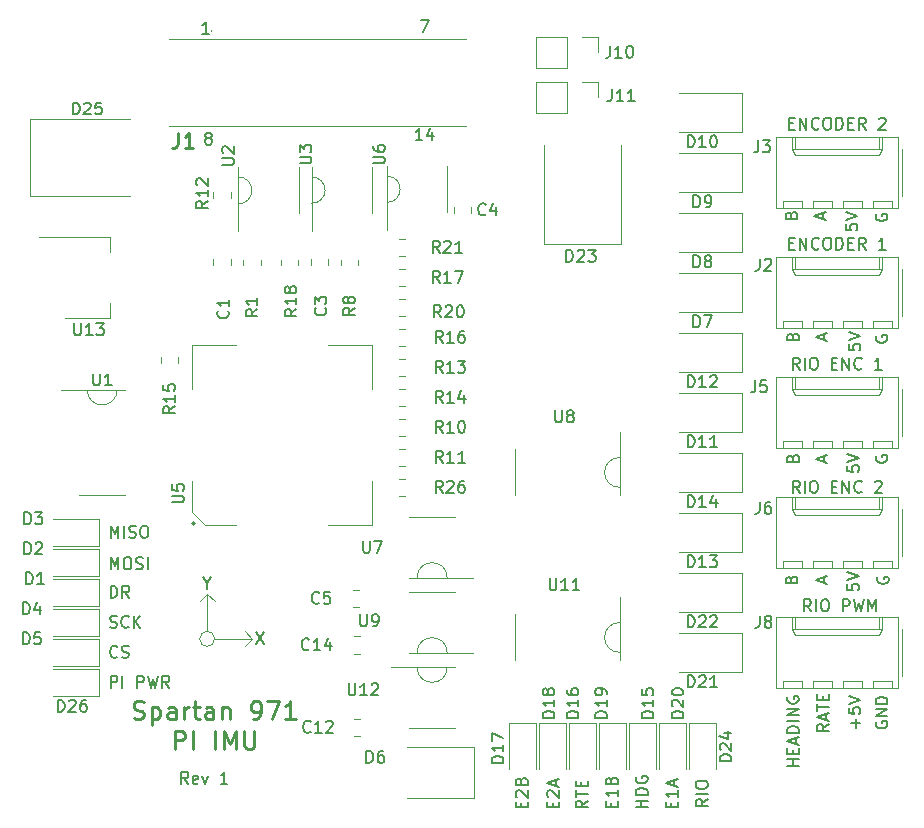
<source format=gto>
G04 #@! TF.GenerationSoftware,KiCad,Pcbnew,5.1.12-84ad8e8a86~92~ubuntu20.04.1*
G04 #@! TF.CreationDate,2021-12-18T18:34:38-08:00*
G04 #@! TF.ProjectId,RspPiPicoIMU,52737050-6950-4696-936f-494d552e6b69,1.0*
G04 #@! TF.SameCoordinates,Original*
G04 #@! TF.FileFunction,Legend,Top*
G04 #@! TF.FilePolarity,Positive*
%FSLAX46Y46*%
G04 Gerber Fmt 4.6, Leading zero omitted, Abs format (unit mm)*
G04 Created by KiCad (PCBNEW 5.1.12-84ad8e8a86~92~ubuntu20.04.1) date 2021-12-18 18:34:38*
%MOMM*%
%LPD*%
G01*
G04 APERTURE LIST*
%ADD10C,0.150000*%
%ADD11C,0.120000*%
%ADD12C,0.228600*%
%ADD13C,0.200000*%
%ADD14C,0.100000*%
%ADD15C,0.254000*%
%ADD16C,3.200000*%
%ADD17C,0.560000*%
%ADD18R,2.500000X2.300000*%
%ADD19R,2.500000X1.800000*%
%ADD20R,3.300000X2.500000*%
%ADD21R,2.500000X3.300000*%
%ADD22O,1.740000X2.190000*%
%ADD23R,1.700000X1.700000*%
%ADD24O,1.700000X1.700000*%
%ADD25R,2.000000X3.800000*%
%ADD26R,2.000000X1.500000*%
%ADD27C,2.460244*%
%ADD28C,1.605000*%
G04 APERTURE END LIST*
D10*
X167140000Y-83558095D02*
X167092380Y-83653333D01*
X167092380Y-83796190D01*
X167140000Y-83939047D01*
X167235238Y-84034285D01*
X167330476Y-84081904D01*
X167520952Y-84129523D01*
X167663809Y-84129523D01*
X167854285Y-84081904D01*
X167949523Y-84034285D01*
X168044761Y-83939047D01*
X168092380Y-83796190D01*
X168092380Y-83700952D01*
X168044761Y-83558095D01*
X167997142Y-83510476D01*
X167663809Y-83510476D01*
X167663809Y-83700952D01*
X164552380Y-84391476D02*
X164552380Y-84867666D01*
X165028571Y-84915285D01*
X164980952Y-84867666D01*
X164933333Y-84772428D01*
X164933333Y-84534333D01*
X164980952Y-84439095D01*
X165028571Y-84391476D01*
X165123809Y-84343857D01*
X165361904Y-84343857D01*
X165457142Y-84391476D01*
X165504761Y-84439095D01*
X165552380Y-84534333D01*
X165552380Y-84772428D01*
X165504761Y-84867666D01*
X165457142Y-84915285D01*
X164552380Y-84058142D02*
X165552380Y-83724809D01*
X164552380Y-83391476D01*
X162599666Y-83931095D02*
X162599666Y-83454904D01*
X162885380Y-84026333D02*
X161885380Y-83693000D01*
X162885380Y-83359666D01*
X159948571Y-83621571D02*
X159996190Y-83478714D01*
X160043809Y-83431095D01*
X160139047Y-83383476D01*
X160281904Y-83383476D01*
X160377142Y-83431095D01*
X160424761Y-83478714D01*
X160472380Y-83573952D01*
X160472380Y-83954904D01*
X159472380Y-83954904D01*
X159472380Y-83621571D01*
X159520000Y-83526333D01*
X159567619Y-83478714D01*
X159662857Y-83431095D01*
X159758095Y-83431095D01*
X159853333Y-83478714D01*
X159900952Y-83526333D01*
X159948571Y-83621571D01*
X159948571Y-83954904D01*
X167140000Y-93845095D02*
X167092380Y-93940333D01*
X167092380Y-94083190D01*
X167140000Y-94226047D01*
X167235238Y-94321285D01*
X167330476Y-94368904D01*
X167520952Y-94416523D01*
X167663809Y-94416523D01*
X167854285Y-94368904D01*
X167949523Y-94321285D01*
X168044761Y-94226047D01*
X168092380Y-94083190D01*
X168092380Y-93987952D01*
X168044761Y-93845095D01*
X167997142Y-93797476D01*
X167663809Y-93797476D01*
X167663809Y-93987952D01*
X164806380Y-94551476D02*
X164806380Y-95027666D01*
X165282571Y-95075285D01*
X165234952Y-95027666D01*
X165187333Y-94932428D01*
X165187333Y-94694333D01*
X165234952Y-94599095D01*
X165282571Y-94551476D01*
X165377809Y-94503857D01*
X165615904Y-94503857D01*
X165711142Y-94551476D01*
X165758761Y-94599095D01*
X165806380Y-94694333D01*
X165806380Y-94932428D01*
X165758761Y-95027666D01*
X165711142Y-95075285D01*
X164806380Y-94218142D02*
X165806380Y-93884809D01*
X164806380Y-93551476D01*
X162726666Y-94218095D02*
X162726666Y-93741904D01*
X163012380Y-94313333D02*
X162012380Y-93980000D01*
X163012380Y-93646666D01*
X160075571Y-93908571D02*
X160123190Y-93765714D01*
X160170809Y-93718095D01*
X160266047Y-93670476D01*
X160408904Y-93670476D01*
X160504142Y-93718095D01*
X160551761Y-93765714D01*
X160599380Y-93860952D01*
X160599380Y-94241904D01*
X159599380Y-94241904D01*
X159599380Y-93908571D01*
X159647000Y-93813333D01*
X159694619Y-93765714D01*
X159789857Y-93718095D01*
X159885095Y-93718095D01*
X159980333Y-93765714D01*
X160027952Y-93813333D01*
X160075571Y-93908571D01*
X160075571Y-94241904D01*
X167140000Y-104005095D02*
X167092380Y-104100333D01*
X167092380Y-104243190D01*
X167140000Y-104386047D01*
X167235238Y-104481285D01*
X167330476Y-104528904D01*
X167520952Y-104576523D01*
X167663809Y-104576523D01*
X167854285Y-104528904D01*
X167949523Y-104481285D01*
X168044761Y-104386047D01*
X168092380Y-104243190D01*
X168092380Y-104147952D01*
X168044761Y-104005095D01*
X167997142Y-103957476D01*
X167663809Y-103957476D01*
X167663809Y-104147952D01*
X164679380Y-104838476D02*
X164679380Y-105314666D01*
X165155571Y-105362285D01*
X165107952Y-105314666D01*
X165060333Y-105219428D01*
X165060333Y-104981333D01*
X165107952Y-104886095D01*
X165155571Y-104838476D01*
X165250809Y-104790857D01*
X165488904Y-104790857D01*
X165584142Y-104838476D01*
X165631761Y-104886095D01*
X165679380Y-104981333D01*
X165679380Y-105219428D01*
X165631761Y-105314666D01*
X165584142Y-105362285D01*
X164679380Y-104505142D02*
X165679380Y-104171809D01*
X164679380Y-103838476D01*
X162726666Y-104505095D02*
X162726666Y-104028904D01*
X163012380Y-104600333D02*
X162012380Y-104267000D01*
X163012380Y-103933666D01*
X160075571Y-104195571D02*
X160123190Y-104052714D01*
X160170809Y-104005095D01*
X160266047Y-103957476D01*
X160408904Y-103957476D01*
X160504142Y-104005095D01*
X160551761Y-104052714D01*
X160599380Y-104147952D01*
X160599380Y-104528904D01*
X159599380Y-104528904D01*
X159599380Y-104195571D01*
X159647000Y-104100333D01*
X159694619Y-104052714D01*
X159789857Y-104005095D01*
X159885095Y-104005095D01*
X159980333Y-104052714D01*
X160027952Y-104100333D01*
X160075571Y-104195571D01*
X160075571Y-104528904D01*
X167267000Y-114292095D02*
X167219380Y-114387333D01*
X167219380Y-114530190D01*
X167267000Y-114673047D01*
X167362238Y-114768285D01*
X167457476Y-114815904D01*
X167647952Y-114863523D01*
X167790809Y-114863523D01*
X167981285Y-114815904D01*
X168076523Y-114768285D01*
X168171761Y-114673047D01*
X168219380Y-114530190D01*
X168219380Y-114434952D01*
X168171761Y-114292095D01*
X168124142Y-114244476D01*
X167790809Y-114244476D01*
X167790809Y-114434952D01*
X164679380Y-114871476D02*
X164679380Y-115347666D01*
X165155571Y-115395285D01*
X165107952Y-115347666D01*
X165060333Y-115252428D01*
X165060333Y-115014333D01*
X165107952Y-114919095D01*
X165155571Y-114871476D01*
X165250809Y-114823857D01*
X165488904Y-114823857D01*
X165584142Y-114871476D01*
X165631761Y-114919095D01*
X165679380Y-115014333D01*
X165679380Y-115252428D01*
X165631761Y-115347666D01*
X165584142Y-115395285D01*
X164679380Y-114538142D02*
X165679380Y-114204809D01*
X164679380Y-113871476D01*
X162726666Y-114792095D02*
X162726666Y-114315904D01*
X163012380Y-114887333D02*
X162012380Y-114554000D01*
X163012380Y-114220666D01*
X159948571Y-114482571D02*
X159996190Y-114339714D01*
X160043809Y-114292095D01*
X160139047Y-114244476D01*
X160281904Y-114244476D01*
X160377142Y-114292095D01*
X160424761Y-114339714D01*
X160472380Y-114434952D01*
X160472380Y-114815904D01*
X159472380Y-114815904D01*
X159472380Y-114482571D01*
X159520000Y-114387333D01*
X159567619Y-114339714D01*
X159662857Y-114292095D01*
X159758095Y-114292095D01*
X159853333Y-114339714D01*
X159900952Y-114387333D01*
X159948571Y-114482571D01*
X159948571Y-114815904D01*
X160599380Y-130271738D02*
X159599380Y-130271738D01*
X160075571Y-130271738D02*
X160075571Y-129700309D01*
X160599380Y-129700309D02*
X159599380Y-129700309D01*
X160075571Y-129224119D02*
X160075571Y-128890785D01*
X160599380Y-128747928D02*
X160599380Y-129224119D01*
X159599380Y-129224119D01*
X159599380Y-128747928D01*
X160313666Y-128366976D02*
X160313666Y-127890785D01*
X160599380Y-128462214D02*
X159599380Y-128128880D01*
X160599380Y-127795547D01*
X160599380Y-127462214D02*
X159599380Y-127462214D01*
X159599380Y-127224119D01*
X159647000Y-127081261D01*
X159742238Y-126986023D01*
X159837476Y-126938404D01*
X160027952Y-126890785D01*
X160170809Y-126890785D01*
X160361285Y-126938404D01*
X160456523Y-126986023D01*
X160551761Y-127081261D01*
X160599380Y-127224119D01*
X160599380Y-127462214D01*
X160599380Y-126462214D02*
X159599380Y-126462214D01*
X160599380Y-125986023D02*
X159599380Y-125986023D01*
X160599380Y-125414595D01*
X159599380Y-125414595D01*
X159647000Y-124414595D02*
X159599380Y-124509833D01*
X159599380Y-124652690D01*
X159647000Y-124795547D01*
X159742238Y-124890785D01*
X159837476Y-124938404D01*
X160027952Y-124986023D01*
X160170809Y-124986023D01*
X160361285Y-124938404D01*
X160456523Y-124890785D01*
X160551761Y-124795547D01*
X160599380Y-124652690D01*
X160599380Y-124557452D01*
X160551761Y-124414595D01*
X160504142Y-124366976D01*
X160170809Y-124366976D01*
X160170809Y-124557452D01*
X163139380Y-126727976D02*
X162663190Y-127061309D01*
X163139380Y-127299404D02*
X162139380Y-127299404D01*
X162139380Y-126918452D01*
X162187000Y-126823214D01*
X162234619Y-126775595D01*
X162329857Y-126727976D01*
X162472714Y-126727976D01*
X162567952Y-126775595D01*
X162615571Y-126823214D01*
X162663190Y-126918452D01*
X162663190Y-127299404D01*
X162853666Y-126347023D02*
X162853666Y-125870833D01*
X163139380Y-126442261D02*
X162139380Y-126108928D01*
X163139380Y-125775595D01*
X162139380Y-125585119D02*
X162139380Y-125013690D01*
X163139380Y-125299404D02*
X162139380Y-125299404D01*
X162615571Y-124680357D02*
X162615571Y-124347023D01*
X163139380Y-124204166D02*
X163139380Y-124680357D01*
X162139380Y-124680357D01*
X162139380Y-124204166D01*
X167140000Y-126521595D02*
X167092380Y-126616833D01*
X167092380Y-126759690D01*
X167140000Y-126902547D01*
X167235238Y-126997785D01*
X167330476Y-127045404D01*
X167520952Y-127093023D01*
X167663809Y-127093023D01*
X167854285Y-127045404D01*
X167949523Y-126997785D01*
X168044761Y-126902547D01*
X168092380Y-126759690D01*
X168092380Y-126664452D01*
X168044761Y-126521595D01*
X167997142Y-126473976D01*
X167663809Y-126473976D01*
X167663809Y-126664452D01*
X168092380Y-126045404D02*
X167092380Y-126045404D01*
X168092380Y-125473976D01*
X167092380Y-125473976D01*
X168092380Y-124997785D02*
X167092380Y-124997785D01*
X167092380Y-124759690D01*
X167140000Y-124616833D01*
X167235238Y-124521595D01*
X167330476Y-124473976D01*
X167520952Y-124426357D01*
X167663809Y-124426357D01*
X167854285Y-124473976D01*
X167949523Y-124521595D01*
X168044761Y-124616833D01*
X168092380Y-124759690D01*
X168092380Y-124997785D01*
X165425428Y-127045404D02*
X165425428Y-126283500D01*
X165806380Y-126664452D02*
X165044476Y-126664452D01*
X164806380Y-125331119D02*
X164806380Y-125807309D01*
X165282571Y-125854928D01*
X165234952Y-125807309D01*
X165187333Y-125712071D01*
X165187333Y-125473976D01*
X165234952Y-125378738D01*
X165282571Y-125331119D01*
X165377809Y-125283500D01*
X165615904Y-125283500D01*
X165711142Y-125331119D01*
X165758761Y-125378738D01*
X165806380Y-125473976D01*
X165806380Y-125712071D01*
X165758761Y-125807309D01*
X165711142Y-125854928D01*
X164806380Y-124997785D02*
X165806380Y-124664452D01*
X164806380Y-124331119D01*
D11*
X113134181Y-80390989D02*
G75*
G02*
X113133001Y-82678999I10819J-1144011D01*
G01*
X119338480Y-80391029D02*
G75*
G02*
X119340001Y-82628999I21520J-1118971D01*
G01*
X125738224Y-80320179D02*
G75*
G02*
X125729999Y-82549999I-28224J-1114821D01*
G01*
X102869999Y-98424999D02*
G75*
G02*
X100330001Y-98425001I-1269999J-10001D01*
G01*
X130810000Y-121920000D02*
G75*
G02*
X128270000Y-121920000I-1270000J0D01*
G01*
X128269914Y-120656665D02*
G75*
G02*
X130809999Y-120650001I1270086J-13335D01*
G01*
X128270001Y-114299999D02*
G75*
G02*
X130809999Y-114300001I1269999J-20001D01*
G01*
X145415001Y-120649999D02*
G75*
G02*
X145414999Y-118110001I-10001J1269999D01*
G01*
X145415001Y-106679999D02*
G75*
G02*
X145414999Y-104140001I-10001J1269999D01*
G01*
D10*
X108878857Y-131770380D02*
X108545523Y-131294190D01*
X108307428Y-131770380D02*
X108307428Y-130770380D01*
X108688380Y-130770380D01*
X108783619Y-130818000D01*
X108831238Y-130865619D01*
X108878857Y-130960857D01*
X108878857Y-131103714D01*
X108831238Y-131198952D01*
X108783619Y-131246571D01*
X108688380Y-131294190D01*
X108307428Y-131294190D01*
X109688380Y-131722761D02*
X109593142Y-131770380D01*
X109402666Y-131770380D01*
X109307428Y-131722761D01*
X109259809Y-131627523D01*
X109259809Y-131246571D01*
X109307428Y-131151333D01*
X109402666Y-131103714D01*
X109593142Y-131103714D01*
X109688380Y-131151333D01*
X109736000Y-131246571D01*
X109736000Y-131341809D01*
X109259809Y-131437047D01*
X110069333Y-131103714D02*
X110307428Y-131770380D01*
X110545523Y-131103714D01*
X112212190Y-131770380D02*
X111640761Y-131770380D01*
X111926476Y-131770380D02*
X111926476Y-130770380D01*
X111831238Y-130913238D01*
X111736000Y-131008476D01*
X111640761Y-131056095D01*
D12*
X104267000Y-126232557D02*
X104484714Y-126305128D01*
X104847571Y-126305128D01*
X104992714Y-126232557D01*
X105065285Y-126159985D01*
X105137857Y-126014842D01*
X105137857Y-125869700D01*
X105065285Y-125724557D01*
X104992714Y-125651985D01*
X104847571Y-125579414D01*
X104557285Y-125506842D01*
X104412142Y-125434271D01*
X104339571Y-125361700D01*
X104267000Y-125216557D01*
X104267000Y-125071414D01*
X104339571Y-124926271D01*
X104412142Y-124853700D01*
X104557285Y-124781128D01*
X104920142Y-124781128D01*
X105137857Y-124853700D01*
X105791000Y-125289128D02*
X105791000Y-126813128D01*
X105791000Y-125361700D02*
X105936142Y-125289128D01*
X106226428Y-125289128D01*
X106371571Y-125361700D01*
X106444142Y-125434271D01*
X106516714Y-125579414D01*
X106516714Y-126014842D01*
X106444142Y-126159985D01*
X106371571Y-126232557D01*
X106226428Y-126305128D01*
X105936142Y-126305128D01*
X105791000Y-126232557D01*
X107823000Y-126305128D02*
X107823000Y-125506842D01*
X107750428Y-125361700D01*
X107605285Y-125289128D01*
X107315000Y-125289128D01*
X107169857Y-125361700D01*
X107823000Y-126232557D02*
X107677857Y-126305128D01*
X107315000Y-126305128D01*
X107169857Y-126232557D01*
X107097285Y-126087414D01*
X107097285Y-125942271D01*
X107169857Y-125797128D01*
X107315000Y-125724557D01*
X107677857Y-125724557D01*
X107823000Y-125651985D01*
X108548714Y-126305128D02*
X108548714Y-125289128D01*
X108548714Y-125579414D02*
X108621285Y-125434271D01*
X108693857Y-125361700D01*
X108839000Y-125289128D01*
X108984142Y-125289128D01*
X109274428Y-125289128D02*
X109855000Y-125289128D01*
X109492142Y-124781128D02*
X109492142Y-126087414D01*
X109564714Y-126232557D01*
X109709857Y-126305128D01*
X109855000Y-126305128D01*
X111016142Y-126305128D02*
X111016142Y-125506842D01*
X110943571Y-125361700D01*
X110798428Y-125289128D01*
X110508142Y-125289128D01*
X110363000Y-125361700D01*
X111016142Y-126232557D02*
X110871000Y-126305128D01*
X110508142Y-126305128D01*
X110363000Y-126232557D01*
X110290428Y-126087414D01*
X110290428Y-125942271D01*
X110363000Y-125797128D01*
X110508142Y-125724557D01*
X110871000Y-125724557D01*
X111016142Y-125651985D01*
X111741857Y-125289128D02*
X111741857Y-126305128D01*
X111741857Y-125434271D02*
X111814428Y-125361700D01*
X111959571Y-125289128D01*
X112177285Y-125289128D01*
X112322428Y-125361700D01*
X112395000Y-125506842D01*
X112395000Y-126305128D01*
X114354428Y-126305128D02*
X114644714Y-126305128D01*
X114789857Y-126232557D01*
X114862428Y-126159985D01*
X115007571Y-125942271D01*
X115080142Y-125651985D01*
X115080142Y-125071414D01*
X115007571Y-124926271D01*
X114935000Y-124853700D01*
X114789857Y-124781128D01*
X114499571Y-124781128D01*
X114354428Y-124853700D01*
X114281857Y-124926271D01*
X114209285Y-125071414D01*
X114209285Y-125434271D01*
X114281857Y-125579414D01*
X114354428Y-125651985D01*
X114499571Y-125724557D01*
X114789857Y-125724557D01*
X114935000Y-125651985D01*
X115007571Y-125579414D01*
X115080142Y-125434271D01*
X115588142Y-124781128D02*
X116604142Y-124781128D01*
X115951000Y-126305128D01*
X117983000Y-126305128D02*
X117112142Y-126305128D01*
X117547571Y-126305128D02*
X117547571Y-124781128D01*
X117402428Y-124998842D01*
X117257285Y-125143985D01*
X117112142Y-125216557D01*
X107750428Y-128819728D02*
X107750428Y-127295728D01*
X108331000Y-127295728D01*
X108476142Y-127368300D01*
X108548714Y-127440871D01*
X108621285Y-127586014D01*
X108621285Y-127803728D01*
X108548714Y-127948871D01*
X108476142Y-128021442D01*
X108331000Y-128094014D01*
X107750428Y-128094014D01*
X109274428Y-128819728D02*
X109274428Y-127295728D01*
X111161285Y-128819728D02*
X111161285Y-127295728D01*
X111887000Y-128819728D02*
X111887000Y-127295728D01*
X112395000Y-128384300D01*
X112903000Y-127295728D01*
X112903000Y-128819728D01*
X113628714Y-127295728D02*
X113628714Y-128529442D01*
X113701285Y-128674585D01*
X113773857Y-128747157D01*
X113919000Y-128819728D01*
X114209285Y-128819728D01*
X114354428Y-128747157D01*
X114427000Y-128674585D01*
X114499571Y-128529442D01*
X114499571Y-127295728D01*
D10*
X128714523Y-77287380D02*
X128143095Y-77287380D01*
X128428809Y-77287380D02*
X128428809Y-76287380D01*
X128333571Y-76430238D01*
X128238333Y-76525476D01*
X128143095Y-76573095D01*
X129571666Y-76620714D02*
X129571666Y-77287380D01*
X129333571Y-76239761D02*
X129095476Y-76954047D01*
X129714523Y-76954047D01*
X128571666Y-67143380D02*
X129238333Y-67143380D01*
X128809761Y-68143380D01*
X110521761Y-77096952D02*
X110426523Y-77049333D01*
X110378904Y-77001714D01*
X110331285Y-76906476D01*
X110331285Y-76858857D01*
X110378904Y-76763619D01*
X110426523Y-76716000D01*
X110521761Y-76668380D01*
X110712238Y-76668380D01*
X110807476Y-76716000D01*
X110855095Y-76763619D01*
X110902714Y-76858857D01*
X110902714Y-76906476D01*
X110855095Y-77001714D01*
X110807476Y-77049333D01*
X110712238Y-77096952D01*
X110521761Y-77096952D01*
X110426523Y-77144571D01*
X110378904Y-77192190D01*
X110331285Y-77287428D01*
X110331285Y-77477904D01*
X110378904Y-77573142D01*
X110426523Y-77620761D01*
X110521761Y-77668380D01*
X110712238Y-77668380D01*
X110807476Y-77620761D01*
X110855095Y-77573142D01*
X110902714Y-77477904D01*
X110902714Y-77287428D01*
X110855095Y-77192190D01*
X110807476Y-77144571D01*
X110712238Y-77096952D01*
X110648714Y-68270380D02*
X110077285Y-68270380D01*
X110363000Y-68270380D02*
X110363000Y-67270380D01*
X110267761Y-67413238D01*
X110172523Y-67508476D01*
X110077285Y-67556095D01*
D11*
X114300000Y-119507000D02*
X113665000Y-118872000D01*
X114300000Y-119507000D02*
X113665000Y-120142000D01*
X111125000Y-119507000D02*
G75*
G03*
X111125000Y-119507000I-635000J0D01*
G01*
X110490000Y-115697000D02*
X110490000Y-118872000D01*
D10*
X110490000Y-114784190D02*
X110490000Y-115260380D01*
X110156666Y-114260380D02*
X110490000Y-114784190D01*
X110823333Y-114260380D01*
X114601666Y-118959380D02*
X115268333Y-119959380D01*
X115268333Y-118959380D02*
X114601666Y-119959380D01*
D11*
X110490000Y-115697000D02*
X111125000Y-116332000D01*
X110490000Y-115697000D02*
X109855000Y-116332000D01*
X111125000Y-119507000D02*
X114300000Y-119507000D01*
D13*
X109440000Y-109735000D02*
G75*
G03*
X109440000Y-109735000I-100000J0D01*
G01*
D11*
X110340000Y-109855000D02*
X112970000Y-109855000D01*
X109220000Y-108735000D02*
X110340000Y-109855000D01*
X109220000Y-106105000D02*
X109220000Y-108735000D01*
X124460000Y-109855000D02*
X120710000Y-109855000D01*
X124460000Y-106105000D02*
X124460000Y-109855000D01*
X109220000Y-94615000D02*
X112970000Y-94615000D01*
X109220000Y-98365000D02*
X109220000Y-94615000D01*
X124460000Y-94615000D02*
X120710000Y-94615000D01*
X124460000Y-98365000D02*
X124460000Y-94615000D01*
X109220000Y-94615000D02*
X112970000Y-94615000D01*
X109220000Y-98365000D02*
X109220000Y-94615000D01*
X109220000Y-94615000D02*
X112970000Y-94615000D01*
X109220000Y-98365000D02*
X109220000Y-94615000D01*
X101600000Y-98435000D02*
X98150000Y-98435000D01*
X101600000Y-98435000D02*
X103550000Y-98435000D01*
X101600000Y-107305000D02*
X99650000Y-107305000D01*
X101600000Y-107305000D02*
X103550000Y-107305000D01*
X145405000Y-119380000D02*
X145405000Y-115930000D01*
X145405000Y-119380000D02*
X145405000Y-121330000D01*
X136535000Y-119380000D02*
X136535000Y-117430000D01*
X136535000Y-119380000D02*
X136535000Y-121330000D01*
X145405000Y-105410000D02*
X145405000Y-101960000D01*
X145405000Y-105410000D02*
X145405000Y-107360000D01*
X136535000Y-105410000D02*
X136535000Y-103460000D01*
X136535000Y-105410000D02*
X136535000Y-107360000D01*
X129540000Y-120670000D02*
X132990000Y-120670000D01*
X129540000Y-120670000D02*
X127590000Y-120670000D01*
X129540000Y-115550000D02*
X131490000Y-115550000D01*
X129540000Y-115550000D02*
X127590000Y-115550000D01*
X112495000Y-87368748D02*
X112495000Y-87891252D01*
X111025000Y-87368748D02*
X111025000Y-87891252D01*
X119280000Y-87368748D02*
X119280000Y-87891252D01*
X120750000Y-87368748D02*
X120750000Y-87891252D01*
X132865800Y-83446252D02*
X132865800Y-82923748D01*
X131395800Y-83446252D02*
X131395800Y-82923748D01*
X122801748Y-116813000D02*
X123324252Y-116813000D01*
X122801748Y-115343000D02*
X123324252Y-115343000D01*
X122928748Y-127735000D02*
X123451252Y-127735000D01*
X122928748Y-126265000D02*
X123451252Y-126265000D01*
X123451252Y-120750000D02*
X122928748Y-120750000D01*
X123451252Y-119280000D02*
X122928748Y-119280000D01*
X101345000Y-114435000D02*
X97460000Y-114435000D01*
X101345000Y-116705000D02*
X101345000Y-114435000D01*
X97460000Y-116705000D02*
X101345000Y-116705000D01*
X101345000Y-111895000D02*
X97460000Y-111895000D01*
X101345000Y-114165000D02*
X101345000Y-111895000D01*
X97460000Y-114165000D02*
X101345000Y-114165000D01*
X97460000Y-111625000D02*
X101345000Y-111625000D01*
X101345000Y-111625000D02*
X101345000Y-109355000D01*
X101345000Y-109355000D02*
X97460000Y-109355000D01*
X101345000Y-116975000D02*
X97460000Y-116975000D01*
X101345000Y-119245000D02*
X101345000Y-116975000D01*
X97460000Y-119245000D02*
X101345000Y-119245000D01*
X97460000Y-121785000D02*
X101345000Y-121785000D01*
X101345000Y-121785000D02*
X101345000Y-119515000D01*
X101345000Y-119515000D02*
X97460000Y-119515000D01*
X133090000Y-132960000D02*
X127390000Y-132960000D01*
X133090000Y-128660000D02*
X127390000Y-128660000D01*
X133090000Y-132960000D02*
X133090000Y-128660000D01*
X146185000Y-126620000D02*
X146185000Y-130505000D01*
X148455000Y-126620000D02*
X146185000Y-126620000D01*
X148455000Y-130505000D02*
X148455000Y-126620000D01*
X141105000Y-126620000D02*
X141105000Y-130505000D01*
X143375000Y-126620000D02*
X141105000Y-126620000D01*
X143375000Y-130505000D02*
X143375000Y-126620000D01*
X138295000Y-130505000D02*
X138295000Y-126620000D01*
X138295000Y-126620000D02*
X136025000Y-126620000D01*
X136025000Y-126620000D02*
X136025000Y-130505000D01*
X140835000Y-130505000D02*
X140835000Y-126620000D01*
X140835000Y-126620000D02*
X138565000Y-126620000D01*
X138565000Y-126620000D02*
X138565000Y-130505000D01*
X143645000Y-126620000D02*
X143645000Y-130505000D01*
X145915000Y-126620000D02*
X143645000Y-126620000D01*
X145915000Y-130505000D02*
X145915000Y-126620000D01*
X150995000Y-130505000D02*
X150995000Y-126620000D01*
X150995000Y-126620000D02*
X148725000Y-126620000D01*
X148725000Y-126620000D02*
X148725000Y-130505000D01*
X155800000Y-122300000D02*
X150400000Y-122300000D01*
X155800000Y-119000000D02*
X150400000Y-119000000D01*
X155800000Y-122300000D02*
X155800000Y-119000000D01*
X145490000Y-86080000D02*
X138990000Y-86080000D01*
X145490000Y-86080000D02*
X145490000Y-77680000D01*
X138990000Y-86080000D02*
X138990000Y-77680000D01*
X153535000Y-130505000D02*
X153535000Y-126620000D01*
X153535000Y-126620000D02*
X151265000Y-126620000D01*
X151265000Y-126620000D02*
X151265000Y-130505000D01*
X95530000Y-75490000D02*
X103930000Y-75490000D01*
X95530000Y-81990000D02*
X103930000Y-81990000D01*
X95530000Y-81990000D02*
X95530000Y-75490000D01*
X101345000Y-122055000D02*
X97460000Y-122055000D01*
X101345000Y-124325000D02*
X101345000Y-122055000D01*
X97460000Y-124325000D02*
X101345000Y-124325000D01*
X159220000Y-92600000D02*
X159220000Y-93200000D01*
X160820000Y-92600000D02*
X159220000Y-92600000D01*
X160820000Y-93200000D02*
X160820000Y-92600000D01*
X161760000Y-92600000D02*
X161760000Y-93200000D01*
X163360000Y-92600000D02*
X161760000Y-92600000D01*
X163360000Y-93200000D02*
X163360000Y-92600000D01*
X164300000Y-92600000D02*
X164300000Y-93200000D01*
X165900000Y-92600000D02*
X164300000Y-92600000D01*
X165900000Y-93200000D02*
X165900000Y-92600000D01*
X166840000Y-92600000D02*
X166840000Y-93200000D01*
X168440000Y-92600000D02*
X166840000Y-92600000D01*
X168440000Y-93200000D02*
X168440000Y-92600000D01*
X160270000Y-87180000D02*
X160270000Y-88180000D01*
X167390000Y-87180000D02*
X167390000Y-88180000D01*
X160270000Y-88710000D02*
X160020000Y-88180000D01*
X167390000Y-88710000D02*
X160270000Y-88710000D01*
X167640000Y-88180000D02*
X167390000Y-88710000D01*
X160020000Y-88180000D02*
X160020000Y-87180000D01*
X167640000Y-88180000D02*
X160020000Y-88180000D01*
X167640000Y-87180000D02*
X167640000Y-88180000D01*
X169310000Y-92170000D02*
X169310000Y-88170000D01*
X158640000Y-93200000D02*
X169020000Y-93200000D01*
X158640000Y-87180000D02*
X158640000Y-93200000D01*
X169020000Y-87180000D02*
X158640000Y-87180000D01*
X169020000Y-93200000D02*
X169020000Y-87180000D01*
X169020000Y-83040000D02*
X169020000Y-77020000D01*
X169020000Y-77020000D02*
X158640000Y-77020000D01*
X158640000Y-77020000D02*
X158640000Y-83040000D01*
X158640000Y-83040000D02*
X169020000Y-83040000D01*
X169310000Y-82010000D02*
X169310000Y-78010000D01*
X167640000Y-77020000D02*
X167640000Y-78020000D01*
X167640000Y-78020000D02*
X160020000Y-78020000D01*
X160020000Y-78020000D02*
X160020000Y-77020000D01*
X167640000Y-78020000D02*
X167390000Y-78550000D01*
X167390000Y-78550000D02*
X160270000Y-78550000D01*
X160270000Y-78550000D02*
X160020000Y-78020000D01*
X167390000Y-77020000D02*
X167390000Y-78020000D01*
X160270000Y-77020000D02*
X160270000Y-78020000D01*
X168440000Y-83040000D02*
X168440000Y-82440000D01*
X168440000Y-82440000D02*
X166840000Y-82440000D01*
X166840000Y-82440000D02*
X166840000Y-83040000D01*
X165900000Y-83040000D02*
X165900000Y-82440000D01*
X165900000Y-82440000D02*
X164300000Y-82440000D01*
X164300000Y-82440000D02*
X164300000Y-83040000D01*
X163360000Y-83040000D02*
X163360000Y-82440000D01*
X163360000Y-82440000D02*
X161760000Y-82440000D01*
X161760000Y-82440000D02*
X161760000Y-83040000D01*
X160820000Y-83040000D02*
X160820000Y-82440000D01*
X160820000Y-82440000D02*
X159220000Y-82440000D01*
X159220000Y-82440000D02*
X159220000Y-83040000D01*
X169020000Y-103360000D02*
X169020000Y-97340000D01*
X169020000Y-97340000D02*
X158640000Y-97340000D01*
X158640000Y-97340000D02*
X158640000Y-103360000D01*
X158640000Y-103360000D02*
X169020000Y-103360000D01*
X169310000Y-102330000D02*
X169310000Y-98330000D01*
X167640000Y-97340000D02*
X167640000Y-98340000D01*
X167640000Y-98340000D02*
X160020000Y-98340000D01*
X160020000Y-98340000D02*
X160020000Y-97340000D01*
X167640000Y-98340000D02*
X167390000Y-98870000D01*
X167390000Y-98870000D02*
X160270000Y-98870000D01*
X160270000Y-98870000D02*
X160020000Y-98340000D01*
X167390000Y-97340000D02*
X167390000Y-98340000D01*
X160270000Y-97340000D02*
X160270000Y-98340000D01*
X168440000Y-103360000D02*
X168440000Y-102760000D01*
X168440000Y-102760000D02*
X166840000Y-102760000D01*
X166840000Y-102760000D02*
X166840000Y-103360000D01*
X165900000Y-103360000D02*
X165900000Y-102760000D01*
X165900000Y-102760000D02*
X164300000Y-102760000D01*
X164300000Y-102760000D02*
X164300000Y-103360000D01*
X163360000Y-103360000D02*
X163360000Y-102760000D01*
X163360000Y-102760000D02*
X161760000Y-102760000D01*
X161760000Y-102760000D02*
X161760000Y-103360000D01*
X160820000Y-103360000D02*
X160820000Y-102760000D01*
X160820000Y-102760000D02*
X159220000Y-102760000D01*
X159220000Y-102760000D02*
X159220000Y-103360000D01*
X159220000Y-112920000D02*
X159220000Y-113520000D01*
X160820000Y-112920000D02*
X159220000Y-112920000D01*
X160820000Y-113520000D02*
X160820000Y-112920000D01*
X161760000Y-112920000D02*
X161760000Y-113520000D01*
X163360000Y-112920000D02*
X161760000Y-112920000D01*
X163360000Y-113520000D02*
X163360000Y-112920000D01*
X164300000Y-112920000D02*
X164300000Y-113520000D01*
X165900000Y-112920000D02*
X164300000Y-112920000D01*
X165900000Y-113520000D02*
X165900000Y-112920000D01*
X166840000Y-112920000D02*
X166840000Y-113520000D01*
X168440000Y-112920000D02*
X166840000Y-112920000D01*
X168440000Y-113520000D02*
X168440000Y-112920000D01*
X160270000Y-107500000D02*
X160270000Y-108500000D01*
X167390000Y-107500000D02*
X167390000Y-108500000D01*
X160270000Y-109030000D02*
X160020000Y-108500000D01*
X167390000Y-109030000D02*
X160270000Y-109030000D01*
X167640000Y-108500000D02*
X167390000Y-109030000D01*
X160020000Y-108500000D02*
X160020000Y-107500000D01*
X167640000Y-108500000D02*
X160020000Y-108500000D01*
X167640000Y-107500000D02*
X167640000Y-108500000D01*
X169310000Y-112490000D02*
X169310000Y-108490000D01*
X158640000Y-113520000D02*
X169020000Y-113520000D01*
X158640000Y-107500000D02*
X158640000Y-113520000D01*
X169020000Y-107500000D02*
X158640000Y-107500000D01*
X169020000Y-113520000D02*
X169020000Y-107500000D01*
X159220000Y-123080000D02*
X159220000Y-123680000D01*
X160820000Y-123080000D02*
X159220000Y-123080000D01*
X160820000Y-123680000D02*
X160820000Y-123080000D01*
X161760000Y-123080000D02*
X161760000Y-123680000D01*
X163360000Y-123080000D02*
X161760000Y-123080000D01*
X163360000Y-123680000D02*
X163360000Y-123080000D01*
X164300000Y-123080000D02*
X164300000Y-123680000D01*
X165900000Y-123080000D02*
X164300000Y-123080000D01*
X165900000Y-123680000D02*
X165900000Y-123080000D01*
X166840000Y-123080000D02*
X166840000Y-123680000D01*
X168440000Y-123080000D02*
X166840000Y-123080000D01*
X168440000Y-123680000D02*
X168440000Y-123080000D01*
X160270000Y-117660000D02*
X160270000Y-118660000D01*
X167390000Y-117660000D02*
X167390000Y-118660000D01*
X160270000Y-119190000D02*
X160020000Y-118660000D01*
X167390000Y-119190000D02*
X160270000Y-119190000D01*
X167640000Y-118660000D02*
X167390000Y-119190000D01*
X160020000Y-118660000D02*
X160020000Y-117660000D01*
X167640000Y-118660000D02*
X160020000Y-118660000D01*
X167640000Y-117660000D02*
X167640000Y-118660000D01*
X169310000Y-122650000D02*
X169310000Y-118650000D01*
X158640000Y-123680000D02*
X169020000Y-123680000D01*
X158640000Y-117660000D02*
X158640000Y-123680000D01*
X169020000Y-117660000D02*
X158640000Y-117660000D01*
X169020000Y-123680000D02*
X169020000Y-117660000D01*
X143570000Y-68520000D02*
X143570000Y-69850000D01*
X142240000Y-68520000D02*
X143570000Y-68520000D01*
X140970000Y-68520000D02*
X140970000Y-71180000D01*
X140970000Y-71180000D02*
X138370000Y-71180000D01*
X140970000Y-68520000D02*
X138370000Y-68520000D01*
X138370000Y-68520000D02*
X138370000Y-71180000D01*
X138370000Y-72330000D02*
X138370000Y-74990000D01*
X140970000Y-72330000D02*
X138370000Y-72330000D01*
X140970000Y-74990000D02*
X138370000Y-74990000D01*
X140970000Y-72330000D02*
X140970000Y-74990000D01*
X142240000Y-72330000D02*
X143570000Y-72330000D01*
X143570000Y-72330000D02*
X143570000Y-73660000D01*
X115035000Y-87402936D02*
X115035000Y-87857064D01*
X113565000Y-87402936D02*
X113565000Y-87857064D01*
X121820000Y-87402936D02*
X121820000Y-87857064D01*
X123290000Y-87402936D02*
X123290000Y-87857064D01*
X126772936Y-100865000D02*
X127227064Y-100865000D01*
X126772936Y-102335000D02*
X127227064Y-102335000D01*
X127227064Y-104875000D02*
X126772936Y-104875000D01*
X127227064Y-103405000D02*
X126772936Y-103405000D01*
X111025000Y-81687936D02*
X111025000Y-82142064D01*
X112495000Y-81687936D02*
X112495000Y-82142064D01*
X127227064Y-95785000D02*
X126772936Y-95785000D01*
X127227064Y-97255000D02*
X126772936Y-97255000D01*
X127227064Y-98325000D02*
X126772936Y-98325000D01*
X127227064Y-99795000D02*
X126772936Y-99795000D01*
X108050000Y-95657936D02*
X108050000Y-96112064D01*
X106580000Y-95657936D02*
X106580000Y-96112064D01*
X127227064Y-94715000D02*
X126772936Y-94715000D01*
X127227064Y-93245000D02*
X126772936Y-93245000D01*
X127227064Y-88165000D02*
X126772936Y-88165000D01*
X127227064Y-89635000D02*
X126772936Y-89635000D01*
X118210000Y-87402936D02*
X118210000Y-87857064D01*
X116740000Y-87402936D02*
X116740000Y-87857064D01*
X127227064Y-92175000D02*
X126772936Y-92175000D01*
X127227064Y-90705000D02*
X126772936Y-90705000D01*
X127227064Y-85625000D02*
X126772936Y-85625000D01*
X127227064Y-87095000D02*
X126772936Y-87095000D01*
X127227064Y-107415000D02*
X126772936Y-107415000D01*
X127227064Y-105945000D02*
X126772936Y-105945000D01*
X118265000Y-81535000D02*
X118265000Y-79585000D01*
X118265000Y-81535000D02*
X118265000Y-83485000D01*
X113145000Y-81535000D02*
X113145000Y-79585000D01*
X113145000Y-81535000D02*
X113145000Y-84985000D01*
X119360000Y-81510000D02*
X119360000Y-84960000D01*
X119360000Y-81510000D02*
X119360000Y-79560000D01*
X124480000Y-81510000D02*
X124480000Y-83460000D01*
X124480000Y-81510000D02*
X124480000Y-79560000D01*
X130830000Y-81435000D02*
X130830000Y-79485000D01*
X130830000Y-81435000D02*
X130830000Y-83385000D01*
X125710000Y-81435000D02*
X125710000Y-79485000D01*
X125710000Y-81435000D02*
X125710000Y-84885000D01*
X129540000Y-114320000D02*
X132990000Y-114320000D01*
X129540000Y-114320000D02*
X127590000Y-114320000D01*
X129540000Y-109200000D02*
X131490000Y-109200000D01*
X129540000Y-109200000D02*
X127590000Y-109200000D01*
X129540000Y-127020000D02*
X131490000Y-127020000D01*
X129540000Y-127020000D02*
X127590000Y-127020000D01*
X129540000Y-121900000D02*
X131490000Y-121900000D01*
X129540000Y-121900000D02*
X126090000Y-121900000D01*
X96230000Y-85490000D02*
X102240000Y-85490000D01*
X98480000Y-92310000D02*
X102240000Y-92310000D01*
X102240000Y-85490000D02*
X102240000Y-86750000D01*
X102240000Y-92310000D02*
X102240000Y-91050000D01*
X155800000Y-91820000D02*
X150400000Y-91820000D01*
X155800000Y-88520000D02*
X150400000Y-88520000D01*
X155800000Y-91820000D02*
X155800000Y-88520000D01*
X155800000Y-86740000D02*
X155800000Y-83440000D01*
X155800000Y-83440000D02*
X150400000Y-83440000D01*
X155800000Y-86740000D02*
X150400000Y-86740000D01*
X155800000Y-81660000D02*
X150400000Y-81660000D01*
X155800000Y-78360000D02*
X150400000Y-78360000D01*
X155800000Y-81660000D02*
X155800000Y-78360000D01*
X155800000Y-76580000D02*
X155800000Y-73280000D01*
X155800000Y-73280000D02*
X150400000Y-73280000D01*
X155800000Y-76580000D02*
X150400000Y-76580000D01*
X155800000Y-101980000D02*
X150400000Y-101980000D01*
X155800000Y-98680000D02*
X150400000Y-98680000D01*
X155800000Y-101980000D02*
X155800000Y-98680000D01*
X155800000Y-96900000D02*
X155800000Y-93600000D01*
X155800000Y-93600000D02*
X150400000Y-93600000D01*
X155800000Y-96900000D02*
X150400000Y-96900000D01*
X155800000Y-112140000D02*
X150400000Y-112140000D01*
X155800000Y-108840000D02*
X150400000Y-108840000D01*
X155800000Y-112140000D02*
X155800000Y-108840000D01*
X155800000Y-107060000D02*
X155800000Y-103760000D01*
X155800000Y-103760000D02*
X150400000Y-103760000D01*
X155800000Y-107060000D02*
X150400000Y-107060000D01*
X155800000Y-117220000D02*
X155800000Y-113920000D01*
X155800000Y-113920000D02*
X150400000Y-113920000D01*
X155800000Y-117220000D02*
X150400000Y-117220000D01*
D14*
X110840000Y-67960000D02*
X110840000Y-67960000D01*
X110840000Y-68060000D02*
X110840000Y-68060000D01*
X132415000Y-68690000D02*
X107265000Y-68690000D01*
X132415000Y-76060000D02*
X107265000Y-76060000D01*
X110840000Y-68060000D02*
G75*
G02*
X110840000Y-67960000I0J50000D01*
G01*
X110840000Y-67960000D02*
G75*
G02*
X110840000Y-68060000I0J-50000D01*
G01*
D10*
X107529380Y-107949904D02*
X108338904Y-107949904D01*
X108434142Y-107902285D01*
X108481761Y-107854666D01*
X108529380Y-107759428D01*
X108529380Y-107568952D01*
X108481761Y-107473714D01*
X108434142Y-107426095D01*
X108338904Y-107378476D01*
X107529380Y-107378476D01*
X107529380Y-106426095D02*
X107529380Y-106902285D01*
X108005571Y-106949904D01*
X107957952Y-106902285D01*
X107910333Y-106807047D01*
X107910333Y-106568952D01*
X107957952Y-106473714D01*
X108005571Y-106426095D01*
X108100809Y-106378476D01*
X108338904Y-106378476D01*
X108434142Y-106426095D01*
X108481761Y-106473714D01*
X108529380Y-106568952D01*
X108529380Y-106807047D01*
X108481761Y-106902285D01*
X108434142Y-106949904D01*
X100838095Y-97042380D02*
X100838095Y-97851904D01*
X100885714Y-97947142D01*
X100933333Y-97994761D01*
X101028571Y-98042380D01*
X101219047Y-98042380D01*
X101314285Y-97994761D01*
X101361904Y-97947142D01*
X101409523Y-97851904D01*
X101409523Y-97042380D01*
X102409523Y-98042380D02*
X101838095Y-98042380D01*
X102123809Y-98042380D02*
X102123809Y-97042380D01*
X102028571Y-97185238D01*
X101933333Y-97280476D01*
X101838095Y-97328095D01*
X139477904Y-114387380D02*
X139477904Y-115196904D01*
X139525523Y-115292142D01*
X139573142Y-115339761D01*
X139668380Y-115387380D01*
X139858857Y-115387380D01*
X139954095Y-115339761D01*
X140001714Y-115292142D01*
X140049333Y-115196904D01*
X140049333Y-114387380D01*
X141049333Y-115387380D02*
X140477904Y-115387380D01*
X140763619Y-115387380D02*
X140763619Y-114387380D01*
X140668380Y-114530238D01*
X140573142Y-114625476D01*
X140477904Y-114673095D01*
X142001714Y-115387380D02*
X141430285Y-115387380D01*
X141716000Y-115387380D02*
X141716000Y-114387380D01*
X141620761Y-114530238D01*
X141525523Y-114625476D01*
X141430285Y-114673095D01*
X139954095Y-100163380D02*
X139954095Y-100972904D01*
X140001714Y-101068142D01*
X140049333Y-101115761D01*
X140144571Y-101163380D01*
X140335047Y-101163380D01*
X140430285Y-101115761D01*
X140477904Y-101068142D01*
X140525523Y-100972904D01*
X140525523Y-100163380D01*
X141144571Y-100591952D02*
X141049333Y-100544333D01*
X141001714Y-100496714D01*
X140954095Y-100401476D01*
X140954095Y-100353857D01*
X141001714Y-100258619D01*
X141049333Y-100211000D01*
X141144571Y-100163380D01*
X141335047Y-100163380D01*
X141430285Y-100211000D01*
X141477904Y-100258619D01*
X141525523Y-100353857D01*
X141525523Y-100401476D01*
X141477904Y-100496714D01*
X141430285Y-100544333D01*
X141335047Y-100591952D01*
X141144571Y-100591952D01*
X141049333Y-100639571D01*
X141001714Y-100687190D01*
X140954095Y-100782428D01*
X140954095Y-100972904D01*
X141001714Y-101068142D01*
X141049333Y-101115761D01*
X141144571Y-101163380D01*
X141335047Y-101163380D01*
X141430285Y-101115761D01*
X141477904Y-101068142D01*
X141525523Y-100972904D01*
X141525523Y-100782428D01*
X141477904Y-100687190D01*
X141430285Y-100639571D01*
X141335047Y-100591952D01*
X123444095Y-117435380D02*
X123444095Y-118244904D01*
X123491714Y-118340142D01*
X123539333Y-118387761D01*
X123634571Y-118435380D01*
X123825047Y-118435380D01*
X123920285Y-118387761D01*
X123967904Y-118340142D01*
X124015523Y-118244904D01*
X124015523Y-117435380D01*
X124539333Y-118435380D02*
X124729809Y-118435380D01*
X124825047Y-118387761D01*
X124872666Y-118340142D01*
X124967904Y-118197285D01*
X125015523Y-118006809D01*
X125015523Y-117625857D01*
X124967904Y-117530619D01*
X124920285Y-117483000D01*
X124825047Y-117435380D01*
X124634571Y-117435380D01*
X124539333Y-117483000D01*
X124491714Y-117530619D01*
X124444095Y-117625857D01*
X124444095Y-117863952D01*
X124491714Y-117959190D01*
X124539333Y-118006809D01*
X124634571Y-118054428D01*
X124825047Y-118054428D01*
X124920285Y-118006809D01*
X124967904Y-117959190D01*
X125015523Y-117863952D01*
X112244142Y-91733666D02*
X112291761Y-91781285D01*
X112339380Y-91924142D01*
X112339380Y-92019380D01*
X112291761Y-92162238D01*
X112196523Y-92257476D01*
X112101285Y-92305095D01*
X111910809Y-92352714D01*
X111767952Y-92352714D01*
X111577476Y-92305095D01*
X111482238Y-92257476D01*
X111387000Y-92162238D01*
X111339380Y-92019380D01*
X111339380Y-91924142D01*
X111387000Y-91781285D01*
X111434619Y-91733666D01*
X112339380Y-90781285D02*
X112339380Y-91352714D01*
X112339380Y-91067000D02*
X111339380Y-91067000D01*
X111482238Y-91162238D01*
X111577476Y-91257476D01*
X111625095Y-91352714D01*
X120499142Y-91479666D02*
X120546761Y-91527285D01*
X120594380Y-91670142D01*
X120594380Y-91765380D01*
X120546761Y-91908238D01*
X120451523Y-92003476D01*
X120356285Y-92051095D01*
X120165809Y-92098714D01*
X120022952Y-92098714D01*
X119832476Y-92051095D01*
X119737238Y-92003476D01*
X119642000Y-91908238D01*
X119594380Y-91765380D01*
X119594380Y-91670142D01*
X119642000Y-91527285D01*
X119689619Y-91479666D01*
X119594380Y-91146333D02*
X119594380Y-90527285D01*
X119975333Y-90860619D01*
X119975333Y-90717761D01*
X120022952Y-90622523D01*
X120070571Y-90574904D01*
X120165809Y-90527285D01*
X120403904Y-90527285D01*
X120499142Y-90574904D01*
X120546761Y-90622523D01*
X120594380Y-90717761D01*
X120594380Y-91003476D01*
X120546761Y-91098714D01*
X120499142Y-91146333D01*
X134072333Y-83542142D02*
X134024714Y-83589761D01*
X133881857Y-83637380D01*
X133786619Y-83637380D01*
X133643761Y-83589761D01*
X133548523Y-83494523D01*
X133500904Y-83399285D01*
X133453285Y-83208809D01*
X133453285Y-83065952D01*
X133500904Y-82875476D01*
X133548523Y-82780238D01*
X133643761Y-82685000D01*
X133786619Y-82637380D01*
X133881857Y-82637380D01*
X134024714Y-82685000D01*
X134072333Y-82732619D01*
X134929476Y-82970714D02*
X134929476Y-83637380D01*
X134691380Y-82589761D02*
X134453285Y-83304047D01*
X135072333Y-83304047D01*
X119975333Y-116435142D02*
X119927714Y-116482761D01*
X119784857Y-116530380D01*
X119689619Y-116530380D01*
X119546761Y-116482761D01*
X119451523Y-116387523D01*
X119403904Y-116292285D01*
X119356285Y-116101809D01*
X119356285Y-115958952D01*
X119403904Y-115768476D01*
X119451523Y-115673238D01*
X119546761Y-115578000D01*
X119689619Y-115530380D01*
X119784857Y-115530380D01*
X119927714Y-115578000D01*
X119975333Y-115625619D01*
X120880095Y-115530380D02*
X120403904Y-115530380D01*
X120356285Y-116006571D01*
X120403904Y-115958952D01*
X120499142Y-115911333D01*
X120737238Y-115911333D01*
X120832476Y-115958952D01*
X120880095Y-116006571D01*
X120927714Y-116101809D01*
X120927714Y-116339904D01*
X120880095Y-116435142D01*
X120832476Y-116482761D01*
X120737238Y-116530380D01*
X120499142Y-116530380D01*
X120403904Y-116482761D01*
X120356285Y-116435142D01*
X119245142Y-127357142D02*
X119197523Y-127404761D01*
X119054666Y-127452380D01*
X118959428Y-127452380D01*
X118816571Y-127404761D01*
X118721333Y-127309523D01*
X118673714Y-127214285D01*
X118626095Y-127023809D01*
X118626095Y-126880952D01*
X118673714Y-126690476D01*
X118721333Y-126595238D01*
X118816571Y-126500000D01*
X118959428Y-126452380D01*
X119054666Y-126452380D01*
X119197523Y-126500000D01*
X119245142Y-126547619D01*
X120197523Y-127452380D02*
X119626095Y-127452380D01*
X119911809Y-127452380D02*
X119911809Y-126452380D01*
X119816571Y-126595238D01*
X119721333Y-126690476D01*
X119626095Y-126738095D01*
X120578476Y-126547619D02*
X120626095Y-126500000D01*
X120721333Y-126452380D01*
X120959428Y-126452380D01*
X121054666Y-126500000D01*
X121102285Y-126547619D01*
X121149904Y-126642857D01*
X121149904Y-126738095D01*
X121102285Y-126880952D01*
X120530857Y-127452380D01*
X121149904Y-127452380D01*
X119118142Y-120372142D02*
X119070523Y-120419761D01*
X118927666Y-120467380D01*
X118832428Y-120467380D01*
X118689571Y-120419761D01*
X118594333Y-120324523D01*
X118546714Y-120229285D01*
X118499095Y-120038809D01*
X118499095Y-119895952D01*
X118546714Y-119705476D01*
X118594333Y-119610238D01*
X118689571Y-119515000D01*
X118832428Y-119467380D01*
X118927666Y-119467380D01*
X119070523Y-119515000D01*
X119118142Y-119562619D01*
X120070523Y-120467380D02*
X119499095Y-120467380D01*
X119784809Y-120467380D02*
X119784809Y-119467380D01*
X119689571Y-119610238D01*
X119594333Y-119705476D01*
X119499095Y-119753095D01*
X120927666Y-119800714D02*
X120927666Y-120467380D01*
X120689571Y-119419761D02*
X120451476Y-120134047D01*
X121070523Y-120134047D01*
X95146904Y-114879380D02*
X95146904Y-113879380D01*
X95385000Y-113879380D01*
X95527857Y-113927000D01*
X95623095Y-114022238D01*
X95670714Y-114117476D01*
X95718333Y-114307952D01*
X95718333Y-114450809D01*
X95670714Y-114641285D01*
X95623095Y-114736523D01*
X95527857Y-114831761D01*
X95385000Y-114879380D01*
X95146904Y-114879380D01*
X96670714Y-114879380D02*
X96099285Y-114879380D01*
X96385000Y-114879380D02*
X96385000Y-113879380D01*
X96289761Y-114022238D01*
X96194523Y-114117476D01*
X96099285Y-114165095D01*
X102316595Y-116022380D02*
X102316595Y-115022380D01*
X102554690Y-115022380D01*
X102697547Y-115070000D01*
X102792785Y-115165238D01*
X102840404Y-115260476D01*
X102888023Y-115450952D01*
X102888023Y-115593809D01*
X102840404Y-115784285D01*
X102792785Y-115879523D01*
X102697547Y-115974761D01*
X102554690Y-116022380D01*
X102316595Y-116022380D01*
X103888023Y-116022380D02*
X103554690Y-115546190D01*
X103316595Y-116022380D02*
X103316595Y-115022380D01*
X103697547Y-115022380D01*
X103792785Y-115070000D01*
X103840404Y-115117619D01*
X103888023Y-115212857D01*
X103888023Y-115355714D01*
X103840404Y-115450952D01*
X103792785Y-115498571D01*
X103697547Y-115546190D01*
X103316595Y-115546190D01*
X95019904Y-112339380D02*
X95019904Y-111339380D01*
X95258000Y-111339380D01*
X95400857Y-111387000D01*
X95496095Y-111482238D01*
X95543714Y-111577476D01*
X95591333Y-111767952D01*
X95591333Y-111910809D01*
X95543714Y-112101285D01*
X95496095Y-112196523D01*
X95400857Y-112291761D01*
X95258000Y-112339380D01*
X95019904Y-112339380D01*
X95972285Y-111434619D02*
X96019904Y-111387000D01*
X96115142Y-111339380D01*
X96353238Y-111339380D01*
X96448476Y-111387000D01*
X96496095Y-111434619D01*
X96543714Y-111529857D01*
X96543714Y-111625095D01*
X96496095Y-111767952D01*
X95924666Y-112339380D01*
X96543714Y-112339380D01*
X102316595Y-113609380D02*
X102316595Y-112609380D01*
X102649928Y-113323666D01*
X102983261Y-112609380D01*
X102983261Y-113609380D01*
X103649928Y-112609380D02*
X103840404Y-112609380D01*
X103935642Y-112657000D01*
X104030880Y-112752238D01*
X104078500Y-112942714D01*
X104078500Y-113276047D01*
X104030880Y-113466523D01*
X103935642Y-113561761D01*
X103840404Y-113609380D01*
X103649928Y-113609380D01*
X103554690Y-113561761D01*
X103459452Y-113466523D01*
X103411833Y-113276047D01*
X103411833Y-112942714D01*
X103459452Y-112752238D01*
X103554690Y-112657000D01*
X103649928Y-112609380D01*
X104459452Y-113561761D02*
X104602309Y-113609380D01*
X104840404Y-113609380D01*
X104935642Y-113561761D01*
X104983261Y-113514142D01*
X105030880Y-113418904D01*
X105030880Y-113323666D01*
X104983261Y-113228428D01*
X104935642Y-113180809D01*
X104840404Y-113133190D01*
X104649928Y-113085571D01*
X104554690Y-113037952D01*
X104507071Y-112990333D01*
X104459452Y-112895095D01*
X104459452Y-112799857D01*
X104507071Y-112704619D01*
X104554690Y-112657000D01*
X104649928Y-112609380D01*
X104888023Y-112609380D01*
X105030880Y-112657000D01*
X105459452Y-113609380D02*
X105459452Y-112609380D01*
X95019904Y-109799380D02*
X95019904Y-108799380D01*
X95258000Y-108799380D01*
X95400857Y-108847000D01*
X95496095Y-108942238D01*
X95543714Y-109037476D01*
X95591333Y-109227952D01*
X95591333Y-109370809D01*
X95543714Y-109561285D01*
X95496095Y-109656523D01*
X95400857Y-109751761D01*
X95258000Y-109799380D01*
X95019904Y-109799380D01*
X95924666Y-108799380D02*
X96543714Y-108799380D01*
X96210380Y-109180333D01*
X96353238Y-109180333D01*
X96448476Y-109227952D01*
X96496095Y-109275571D01*
X96543714Y-109370809D01*
X96543714Y-109608904D01*
X96496095Y-109704142D01*
X96448476Y-109751761D01*
X96353238Y-109799380D01*
X96067523Y-109799380D01*
X95972285Y-109751761D01*
X95924666Y-109704142D01*
X102316595Y-110942380D02*
X102316595Y-109942380D01*
X102649928Y-110656666D01*
X102983261Y-109942380D01*
X102983261Y-110942380D01*
X103459452Y-110942380D02*
X103459452Y-109942380D01*
X103888023Y-110894761D02*
X104030880Y-110942380D01*
X104268976Y-110942380D01*
X104364214Y-110894761D01*
X104411833Y-110847142D01*
X104459452Y-110751904D01*
X104459452Y-110656666D01*
X104411833Y-110561428D01*
X104364214Y-110513809D01*
X104268976Y-110466190D01*
X104078500Y-110418571D01*
X103983261Y-110370952D01*
X103935642Y-110323333D01*
X103888023Y-110228095D01*
X103888023Y-110132857D01*
X103935642Y-110037619D01*
X103983261Y-109990000D01*
X104078500Y-109942380D01*
X104316595Y-109942380D01*
X104459452Y-109990000D01*
X105078500Y-109942380D02*
X105268976Y-109942380D01*
X105364214Y-109990000D01*
X105459452Y-110085238D01*
X105507071Y-110275714D01*
X105507071Y-110609047D01*
X105459452Y-110799523D01*
X105364214Y-110894761D01*
X105268976Y-110942380D01*
X105078500Y-110942380D01*
X104983261Y-110894761D01*
X104888023Y-110799523D01*
X104840404Y-110609047D01*
X104840404Y-110275714D01*
X104888023Y-110085238D01*
X104983261Y-109990000D01*
X105078500Y-109942380D01*
X94892904Y-117419380D02*
X94892904Y-116419380D01*
X95131000Y-116419380D01*
X95273857Y-116467000D01*
X95369095Y-116562238D01*
X95416714Y-116657476D01*
X95464333Y-116847952D01*
X95464333Y-116990809D01*
X95416714Y-117181285D01*
X95369095Y-117276523D01*
X95273857Y-117371761D01*
X95131000Y-117419380D01*
X94892904Y-117419380D01*
X96321476Y-116752714D02*
X96321476Y-117419380D01*
X96083380Y-116371761D02*
X95845285Y-117086047D01*
X96464333Y-117086047D01*
X102268976Y-118514761D02*
X102411833Y-118562380D01*
X102649928Y-118562380D01*
X102745166Y-118514761D01*
X102792785Y-118467142D01*
X102840404Y-118371904D01*
X102840404Y-118276666D01*
X102792785Y-118181428D01*
X102745166Y-118133809D01*
X102649928Y-118086190D01*
X102459452Y-118038571D01*
X102364214Y-117990952D01*
X102316595Y-117943333D01*
X102268976Y-117848095D01*
X102268976Y-117752857D01*
X102316595Y-117657619D01*
X102364214Y-117610000D01*
X102459452Y-117562380D01*
X102697547Y-117562380D01*
X102840404Y-117610000D01*
X103840404Y-118467142D02*
X103792785Y-118514761D01*
X103649928Y-118562380D01*
X103554690Y-118562380D01*
X103411833Y-118514761D01*
X103316595Y-118419523D01*
X103268976Y-118324285D01*
X103221357Y-118133809D01*
X103221357Y-117990952D01*
X103268976Y-117800476D01*
X103316595Y-117705238D01*
X103411833Y-117610000D01*
X103554690Y-117562380D01*
X103649928Y-117562380D01*
X103792785Y-117610000D01*
X103840404Y-117657619D01*
X104268976Y-118562380D02*
X104268976Y-117562380D01*
X104840404Y-118562380D02*
X104411833Y-117990952D01*
X104840404Y-117562380D02*
X104268976Y-118133809D01*
X94892904Y-119959380D02*
X94892904Y-118959380D01*
X95131000Y-118959380D01*
X95273857Y-119007000D01*
X95369095Y-119102238D01*
X95416714Y-119197476D01*
X95464333Y-119387952D01*
X95464333Y-119530809D01*
X95416714Y-119721285D01*
X95369095Y-119816523D01*
X95273857Y-119911761D01*
X95131000Y-119959380D01*
X94892904Y-119959380D01*
X96369095Y-118959380D02*
X95892904Y-118959380D01*
X95845285Y-119435571D01*
X95892904Y-119387952D01*
X95988142Y-119340333D01*
X96226238Y-119340333D01*
X96321476Y-119387952D01*
X96369095Y-119435571D01*
X96416714Y-119530809D01*
X96416714Y-119768904D01*
X96369095Y-119864142D01*
X96321476Y-119911761D01*
X96226238Y-119959380D01*
X95988142Y-119959380D01*
X95892904Y-119911761D01*
X95845285Y-119864142D01*
X102888023Y-121007142D02*
X102840404Y-121054761D01*
X102697547Y-121102380D01*
X102602309Y-121102380D01*
X102459452Y-121054761D01*
X102364214Y-120959523D01*
X102316595Y-120864285D01*
X102268976Y-120673809D01*
X102268976Y-120530952D01*
X102316595Y-120340476D01*
X102364214Y-120245238D01*
X102459452Y-120150000D01*
X102602309Y-120102380D01*
X102697547Y-120102380D01*
X102840404Y-120150000D01*
X102888023Y-120197619D01*
X103268976Y-121054761D02*
X103411833Y-121102380D01*
X103649928Y-121102380D01*
X103745166Y-121054761D01*
X103792785Y-121007142D01*
X103840404Y-120911904D01*
X103840404Y-120816666D01*
X103792785Y-120721428D01*
X103745166Y-120673809D01*
X103649928Y-120626190D01*
X103459452Y-120578571D01*
X103364214Y-120530952D01*
X103316595Y-120483333D01*
X103268976Y-120388095D01*
X103268976Y-120292857D01*
X103316595Y-120197619D01*
X103364214Y-120150000D01*
X103459452Y-120102380D01*
X103697547Y-120102380D01*
X103840404Y-120150000D01*
X123975904Y-129992380D02*
X123975904Y-128992380D01*
X124214000Y-128992380D01*
X124356857Y-129040000D01*
X124452095Y-129135238D01*
X124499714Y-129230476D01*
X124547333Y-129420952D01*
X124547333Y-129563809D01*
X124499714Y-129754285D01*
X124452095Y-129849523D01*
X124356857Y-129944761D01*
X124214000Y-129992380D01*
X123975904Y-129992380D01*
X125404476Y-128992380D02*
X125214000Y-128992380D01*
X125118761Y-129040000D01*
X125071142Y-129087619D01*
X124975904Y-129230476D01*
X124928285Y-129420952D01*
X124928285Y-129801904D01*
X124975904Y-129897142D01*
X125023523Y-129944761D01*
X125118761Y-129992380D01*
X125309238Y-129992380D01*
X125404476Y-129944761D01*
X125452095Y-129897142D01*
X125499714Y-129801904D01*
X125499714Y-129563809D01*
X125452095Y-129468571D01*
X125404476Y-129420952D01*
X125309238Y-129373333D01*
X125118761Y-129373333D01*
X125023523Y-129420952D01*
X124975904Y-129468571D01*
X124928285Y-129563809D01*
X148280380Y-126182285D02*
X147280380Y-126182285D01*
X147280380Y-125944190D01*
X147328000Y-125801333D01*
X147423238Y-125706095D01*
X147518476Y-125658476D01*
X147708952Y-125610857D01*
X147851809Y-125610857D01*
X148042285Y-125658476D01*
X148137523Y-125706095D01*
X148232761Y-125801333D01*
X148280380Y-125944190D01*
X148280380Y-126182285D01*
X148280380Y-124658476D02*
X148280380Y-125229904D01*
X148280380Y-124944190D02*
X147280380Y-124944190D01*
X147423238Y-125039428D01*
X147518476Y-125134666D01*
X147566095Y-125229904D01*
X147280380Y-123753714D02*
X147280380Y-124229904D01*
X147756571Y-124277523D01*
X147708952Y-124229904D01*
X147661333Y-124134666D01*
X147661333Y-123896571D01*
X147708952Y-123801333D01*
X147756571Y-123753714D01*
X147851809Y-123706095D01*
X148089904Y-123706095D01*
X148185142Y-123753714D01*
X148232761Y-123801333D01*
X148280380Y-123896571D01*
X148280380Y-124134666D01*
X148232761Y-124229904D01*
X148185142Y-124277523D01*
X147779619Y-133772595D02*
X146763619Y-133772595D01*
X147247428Y-133772595D02*
X147247428Y-133192023D01*
X147779619Y-133192023D02*
X146763619Y-133192023D01*
X147779619Y-132708214D02*
X146763619Y-132708214D01*
X146763619Y-132466309D01*
X146812000Y-132321166D01*
X146908761Y-132224404D01*
X147005523Y-132176023D01*
X147199047Y-132127642D01*
X147344190Y-132127642D01*
X147537714Y-132176023D01*
X147634476Y-132224404D01*
X147731238Y-132321166D01*
X147779619Y-132466309D01*
X147779619Y-132708214D01*
X146812000Y-131160023D02*
X146763619Y-131256785D01*
X146763619Y-131401928D01*
X146812000Y-131547071D01*
X146908761Y-131643833D01*
X147005523Y-131692214D01*
X147199047Y-131740595D01*
X147344190Y-131740595D01*
X147537714Y-131692214D01*
X147634476Y-131643833D01*
X147731238Y-131547071D01*
X147779619Y-131401928D01*
X147779619Y-131305166D01*
X147731238Y-131160023D01*
X147682857Y-131111642D01*
X147344190Y-131111642D01*
X147344190Y-131305166D01*
X141930380Y-126182285D02*
X140930380Y-126182285D01*
X140930380Y-125944190D01*
X140978000Y-125801333D01*
X141073238Y-125706095D01*
X141168476Y-125658476D01*
X141358952Y-125610857D01*
X141501809Y-125610857D01*
X141692285Y-125658476D01*
X141787523Y-125706095D01*
X141882761Y-125801333D01*
X141930380Y-125944190D01*
X141930380Y-126182285D01*
X141930380Y-124658476D02*
X141930380Y-125229904D01*
X141930380Y-124944190D02*
X140930380Y-124944190D01*
X141073238Y-125039428D01*
X141168476Y-125134666D01*
X141216095Y-125229904D01*
X140930380Y-123801333D02*
X140930380Y-123991809D01*
X140978000Y-124087047D01*
X141025619Y-124134666D01*
X141168476Y-124229904D01*
X141358952Y-124277523D01*
X141739904Y-124277523D01*
X141835142Y-124229904D01*
X141882761Y-124182285D01*
X141930380Y-124087047D01*
X141930380Y-123896571D01*
X141882761Y-123801333D01*
X141835142Y-123753714D01*
X141739904Y-123706095D01*
X141501809Y-123706095D01*
X141406571Y-123753714D01*
X141358952Y-123801333D01*
X141311333Y-123896571D01*
X141311333Y-124087047D01*
X141358952Y-124182285D01*
X141406571Y-124229904D01*
X141501809Y-124277523D01*
X142699619Y-133192023D02*
X142215809Y-133530690D01*
X142699619Y-133772595D02*
X141683619Y-133772595D01*
X141683619Y-133385547D01*
X141732000Y-133288785D01*
X141780380Y-133240404D01*
X141877142Y-133192023D01*
X142022285Y-133192023D01*
X142119047Y-133240404D01*
X142167428Y-133288785D01*
X142215809Y-133385547D01*
X142215809Y-133772595D01*
X141683619Y-132901738D02*
X141683619Y-132321166D01*
X142699619Y-132611452D02*
X141683619Y-132611452D01*
X142167428Y-131982500D02*
X142167428Y-131643833D01*
X142699619Y-131498690D02*
X142699619Y-131982500D01*
X141683619Y-131982500D01*
X141683619Y-131498690D01*
X135580380Y-129992285D02*
X134580380Y-129992285D01*
X134580380Y-129754190D01*
X134628000Y-129611333D01*
X134723238Y-129516095D01*
X134818476Y-129468476D01*
X135008952Y-129420857D01*
X135151809Y-129420857D01*
X135342285Y-129468476D01*
X135437523Y-129516095D01*
X135532761Y-129611333D01*
X135580380Y-129754190D01*
X135580380Y-129992285D01*
X135580380Y-128468476D02*
X135580380Y-129039904D01*
X135580380Y-128754190D02*
X134580380Y-128754190D01*
X134723238Y-128849428D01*
X134818476Y-128944666D01*
X134866095Y-129039904D01*
X134580380Y-128135142D02*
X134580380Y-127468476D01*
X135580380Y-127897047D01*
X137087428Y-133772595D02*
X137087428Y-133433928D01*
X137619619Y-133288785D02*
X137619619Y-133772595D01*
X136603619Y-133772595D01*
X136603619Y-133288785D01*
X136700380Y-132901738D02*
X136652000Y-132853357D01*
X136603619Y-132756595D01*
X136603619Y-132514690D01*
X136652000Y-132417928D01*
X136700380Y-132369547D01*
X136797142Y-132321166D01*
X136893904Y-132321166D01*
X137039047Y-132369547D01*
X137619619Y-132950119D01*
X137619619Y-132321166D01*
X137087428Y-131547071D02*
X137135809Y-131401928D01*
X137184190Y-131353547D01*
X137280952Y-131305166D01*
X137426095Y-131305166D01*
X137522857Y-131353547D01*
X137571238Y-131401928D01*
X137619619Y-131498690D01*
X137619619Y-131885738D01*
X136603619Y-131885738D01*
X136603619Y-131547071D01*
X136652000Y-131450309D01*
X136700380Y-131401928D01*
X136797142Y-131353547D01*
X136893904Y-131353547D01*
X136990666Y-131401928D01*
X137039047Y-131450309D01*
X137087428Y-131547071D01*
X137087428Y-131885738D01*
X139898380Y-126182285D02*
X138898380Y-126182285D01*
X138898380Y-125944190D01*
X138946000Y-125801333D01*
X139041238Y-125706095D01*
X139136476Y-125658476D01*
X139326952Y-125610857D01*
X139469809Y-125610857D01*
X139660285Y-125658476D01*
X139755523Y-125706095D01*
X139850761Y-125801333D01*
X139898380Y-125944190D01*
X139898380Y-126182285D01*
X139898380Y-124658476D02*
X139898380Y-125229904D01*
X139898380Y-124944190D02*
X138898380Y-124944190D01*
X139041238Y-125039428D01*
X139136476Y-125134666D01*
X139184095Y-125229904D01*
X139326952Y-124087047D02*
X139279333Y-124182285D01*
X139231714Y-124229904D01*
X139136476Y-124277523D01*
X139088857Y-124277523D01*
X138993619Y-124229904D01*
X138946000Y-124182285D01*
X138898380Y-124087047D01*
X138898380Y-123896571D01*
X138946000Y-123801333D01*
X138993619Y-123753714D01*
X139088857Y-123706095D01*
X139136476Y-123706095D01*
X139231714Y-123753714D01*
X139279333Y-123801333D01*
X139326952Y-123896571D01*
X139326952Y-124087047D01*
X139374571Y-124182285D01*
X139422190Y-124229904D01*
X139517428Y-124277523D01*
X139707904Y-124277523D01*
X139803142Y-124229904D01*
X139850761Y-124182285D01*
X139898380Y-124087047D01*
X139898380Y-123896571D01*
X139850761Y-123801333D01*
X139803142Y-123753714D01*
X139707904Y-123706095D01*
X139517428Y-123706095D01*
X139422190Y-123753714D01*
X139374571Y-123801333D01*
X139326952Y-123896571D01*
X139754428Y-133772595D02*
X139754428Y-133433928D01*
X140286619Y-133288785D02*
X140286619Y-133772595D01*
X139270619Y-133772595D01*
X139270619Y-133288785D01*
X139367380Y-132901738D02*
X139319000Y-132853357D01*
X139270619Y-132756595D01*
X139270619Y-132514690D01*
X139319000Y-132417928D01*
X139367380Y-132369547D01*
X139464142Y-132321166D01*
X139560904Y-132321166D01*
X139706047Y-132369547D01*
X140286619Y-132950119D01*
X140286619Y-132321166D01*
X139996333Y-131934119D02*
X139996333Y-131450309D01*
X140286619Y-132030880D02*
X139270619Y-131692214D01*
X140286619Y-131353547D01*
X144343380Y-126182285D02*
X143343380Y-126182285D01*
X143343380Y-125944190D01*
X143391000Y-125801333D01*
X143486238Y-125706095D01*
X143581476Y-125658476D01*
X143771952Y-125610857D01*
X143914809Y-125610857D01*
X144105285Y-125658476D01*
X144200523Y-125706095D01*
X144295761Y-125801333D01*
X144343380Y-125944190D01*
X144343380Y-126182285D01*
X144343380Y-124658476D02*
X144343380Y-125229904D01*
X144343380Y-124944190D02*
X143343380Y-124944190D01*
X143486238Y-125039428D01*
X143581476Y-125134666D01*
X143629095Y-125229904D01*
X144343380Y-124182285D02*
X144343380Y-123991809D01*
X144295761Y-123896571D01*
X144248142Y-123848952D01*
X144105285Y-123753714D01*
X143914809Y-123706095D01*
X143533857Y-123706095D01*
X143438619Y-123753714D01*
X143391000Y-123801333D01*
X143343380Y-123896571D01*
X143343380Y-124087047D01*
X143391000Y-124182285D01*
X143438619Y-124229904D01*
X143533857Y-124277523D01*
X143771952Y-124277523D01*
X143867190Y-124229904D01*
X143914809Y-124182285D01*
X143962428Y-124087047D01*
X143962428Y-123896571D01*
X143914809Y-123801333D01*
X143867190Y-123753714D01*
X143771952Y-123706095D01*
X144707428Y-133717595D02*
X144707428Y-133378928D01*
X145239619Y-133233785D02*
X145239619Y-133717595D01*
X144223619Y-133717595D01*
X144223619Y-133233785D01*
X145239619Y-132266166D02*
X145239619Y-132846738D01*
X145239619Y-132556452D02*
X144223619Y-132556452D01*
X144368761Y-132653214D01*
X144465523Y-132749976D01*
X144513904Y-132846738D01*
X144707428Y-131492071D02*
X144755809Y-131346928D01*
X144804190Y-131298547D01*
X144900952Y-131250166D01*
X145046095Y-131250166D01*
X145142857Y-131298547D01*
X145191238Y-131346928D01*
X145239619Y-131443690D01*
X145239619Y-131830738D01*
X144223619Y-131830738D01*
X144223619Y-131492071D01*
X144272000Y-131395309D01*
X144320380Y-131346928D01*
X144417142Y-131298547D01*
X144513904Y-131298547D01*
X144610666Y-131346928D01*
X144659047Y-131395309D01*
X144707428Y-131492071D01*
X144707428Y-131830738D01*
X150820380Y-126182285D02*
X149820380Y-126182285D01*
X149820380Y-125944190D01*
X149868000Y-125801333D01*
X149963238Y-125706095D01*
X150058476Y-125658476D01*
X150248952Y-125610857D01*
X150391809Y-125610857D01*
X150582285Y-125658476D01*
X150677523Y-125706095D01*
X150772761Y-125801333D01*
X150820380Y-125944190D01*
X150820380Y-126182285D01*
X149915619Y-125229904D02*
X149868000Y-125182285D01*
X149820380Y-125087047D01*
X149820380Y-124848952D01*
X149868000Y-124753714D01*
X149915619Y-124706095D01*
X150010857Y-124658476D01*
X150106095Y-124658476D01*
X150248952Y-124706095D01*
X150820380Y-125277523D01*
X150820380Y-124658476D01*
X149820380Y-124039428D02*
X149820380Y-123944190D01*
X149868000Y-123848952D01*
X149915619Y-123801333D01*
X150010857Y-123753714D01*
X150201333Y-123706095D01*
X150439428Y-123706095D01*
X150629904Y-123753714D01*
X150725142Y-123801333D01*
X150772761Y-123848952D01*
X150820380Y-123944190D01*
X150820380Y-124039428D01*
X150772761Y-124134666D01*
X150725142Y-124182285D01*
X150629904Y-124229904D01*
X150439428Y-124277523D01*
X150201333Y-124277523D01*
X150010857Y-124229904D01*
X149915619Y-124182285D01*
X149868000Y-124134666D01*
X149820380Y-124039428D01*
X149787428Y-133772595D02*
X149787428Y-133433928D01*
X150319619Y-133288785D02*
X150319619Y-133772595D01*
X149303619Y-133772595D01*
X149303619Y-133288785D01*
X150319619Y-132321166D02*
X150319619Y-132901738D01*
X150319619Y-132611452D02*
X149303619Y-132611452D01*
X149448761Y-132708214D01*
X149545523Y-132804976D01*
X149593904Y-132901738D01*
X150029333Y-131934119D02*
X150029333Y-131450309D01*
X150319619Y-132030880D02*
X149303619Y-131692214D01*
X150319619Y-131353547D01*
X151185714Y-123602380D02*
X151185714Y-122602380D01*
X151423809Y-122602380D01*
X151566666Y-122650000D01*
X151661904Y-122745238D01*
X151709523Y-122840476D01*
X151757142Y-123030952D01*
X151757142Y-123173809D01*
X151709523Y-123364285D01*
X151661904Y-123459523D01*
X151566666Y-123554761D01*
X151423809Y-123602380D01*
X151185714Y-123602380D01*
X152138095Y-122697619D02*
X152185714Y-122650000D01*
X152280952Y-122602380D01*
X152519047Y-122602380D01*
X152614285Y-122650000D01*
X152661904Y-122697619D01*
X152709523Y-122792857D01*
X152709523Y-122888095D01*
X152661904Y-123030952D01*
X152090476Y-123602380D01*
X152709523Y-123602380D01*
X153661904Y-123602380D02*
X153090476Y-123602380D01*
X153376190Y-123602380D02*
X153376190Y-122602380D01*
X153280952Y-122745238D01*
X153185714Y-122840476D01*
X153090476Y-122888095D01*
X140898714Y-87574380D02*
X140898714Y-86574380D01*
X141136809Y-86574380D01*
X141279666Y-86622000D01*
X141374904Y-86717238D01*
X141422523Y-86812476D01*
X141470142Y-87002952D01*
X141470142Y-87145809D01*
X141422523Y-87336285D01*
X141374904Y-87431523D01*
X141279666Y-87526761D01*
X141136809Y-87574380D01*
X140898714Y-87574380D01*
X141851095Y-86669619D02*
X141898714Y-86622000D01*
X141993952Y-86574380D01*
X142232047Y-86574380D01*
X142327285Y-86622000D01*
X142374904Y-86669619D01*
X142422523Y-86764857D01*
X142422523Y-86860095D01*
X142374904Y-87002952D01*
X141803476Y-87574380D01*
X142422523Y-87574380D01*
X142755857Y-86574380D02*
X143374904Y-86574380D01*
X143041571Y-86955333D01*
X143184428Y-86955333D01*
X143279666Y-87002952D01*
X143327285Y-87050571D01*
X143374904Y-87145809D01*
X143374904Y-87383904D01*
X143327285Y-87479142D01*
X143279666Y-87526761D01*
X143184428Y-87574380D01*
X142898714Y-87574380D01*
X142803476Y-87526761D01*
X142755857Y-87479142D01*
X154884380Y-129862285D02*
X153884380Y-129862285D01*
X153884380Y-129624190D01*
X153932000Y-129481333D01*
X154027238Y-129386095D01*
X154122476Y-129338476D01*
X154312952Y-129290857D01*
X154455809Y-129290857D01*
X154646285Y-129338476D01*
X154741523Y-129386095D01*
X154836761Y-129481333D01*
X154884380Y-129624190D01*
X154884380Y-129862285D01*
X153979619Y-128909904D02*
X153932000Y-128862285D01*
X153884380Y-128767047D01*
X153884380Y-128528952D01*
X153932000Y-128433714D01*
X153979619Y-128386095D01*
X154074857Y-128338476D01*
X154170095Y-128338476D01*
X154312952Y-128386095D01*
X154884380Y-128957523D01*
X154884380Y-128338476D01*
X154217714Y-127481333D02*
X154884380Y-127481333D01*
X153836761Y-127719428D02*
X154551047Y-127957523D01*
X154551047Y-127338476D01*
X152859619Y-133062023D02*
X152375809Y-133400690D01*
X152859619Y-133642595D02*
X151843619Y-133642595D01*
X151843619Y-133255547D01*
X151892000Y-133158785D01*
X151940380Y-133110404D01*
X152037142Y-133062023D01*
X152182285Y-133062023D01*
X152279047Y-133110404D01*
X152327428Y-133158785D01*
X152375809Y-133255547D01*
X152375809Y-133642595D01*
X152859619Y-132626595D02*
X151843619Y-132626595D01*
X151843619Y-131949261D02*
X151843619Y-131755738D01*
X151892000Y-131658976D01*
X151988761Y-131562214D01*
X152182285Y-131513833D01*
X152520952Y-131513833D01*
X152714476Y-131562214D01*
X152811238Y-131658976D01*
X152859619Y-131755738D01*
X152859619Y-131949261D01*
X152811238Y-132046023D01*
X152714476Y-132142785D01*
X152520952Y-132191166D01*
X152182285Y-132191166D01*
X151988761Y-132142785D01*
X151892000Y-132046023D01*
X151843619Y-131949261D01*
X99115714Y-75092380D02*
X99115714Y-74092380D01*
X99353809Y-74092380D01*
X99496666Y-74140000D01*
X99591904Y-74235238D01*
X99639523Y-74330476D01*
X99687142Y-74520952D01*
X99687142Y-74663809D01*
X99639523Y-74854285D01*
X99591904Y-74949523D01*
X99496666Y-75044761D01*
X99353809Y-75092380D01*
X99115714Y-75092380D01*
X100068095Y-74187619D02*
X100115714Y-74140000D01*
X100210952Y-74092380D01*
X100449047Y-74092380D01*
X100544285Y-74140000D01*
X100591904Y-74187619D01*
X100639523Y-74282857D01*
X100639523Y-74378095D01*
X100591904Y-74520952D01*
X100020476Y-75092380D01*
X100639523Y-75092380D01*
X101544285Y-74092380D02*
X101068095Y-74092380D01*
X101020476Y-74568571D01*
X101068095Y-74520952D01*
X101163333Y-74473333D01*
X101401428Y-74473333D01*
X101496666Y-74520952D01*
X101544285Y-74568571D01*
X101591904Y-74663809D01*
X101591904Y-74901904D01*
X101544285Y-74997142D01*
X101496666Y-75044761D01*
X101401428Y-75092380D01*
X101163333Y-75092380D01*
X101068095Y-75044761D01*
X101020476Y-74997142D01*
X97845714Y-125674380D02*
X97845714Y-124674380D01*
X98083809Y-124674380D01*
X98226666Y-124722000D01*
X98321904Y-124817238D01*
X98369523Y-124912476D01*
X98417142Y-125102952D01*
X98417142Y-125245809D01*
X98369523Y-125436285D01*
X98321904Y-125531523D01*
X98226666Y-125626761D01*
X98083809Y-125674380D01*
X97845714Y-125674380D01*
X98798095Y-124769619D02*
X98845714Y-124722000D01*
X98940952Y-124674380D01*
X99179047Y-124674380D01*
X99274285Y-124722000D01*
X99321904Y-124769619D01*
X99369523Y-124864857D01*
X99369523Y-124960095D01*
X99321904Y-125102952D01*
X98750476Y-125674380D01*
X99369523Y-125674380D01*
X100226666Y-124674380D02*
X100036190Y-124674380D01*
X99940952Y-124722000D01*
X99893333Y-124769619D01*
X99798095Y-124912476D01*
X99750476Y-125102952D01*
X99750476Y-125483904D01*
X99798095Y-125579142D01*
X99845714Y-125626761D01*
X99940952Y-125674380D01*
X100131428Y-125674380D01*
X100226666Y-125626761D01*
X100274285Y-125579142D01*
X100321904Y-125483904D01*
X100321904Y-125245809D01*
X100274285Y-125150571D01*
X100226666Y-125102952D01*
X100131428Y-125055333D01*
X99940952Y-125055333D01*
X99845714Y-125102952D01*
X99798095Y-125150571D01*
X99750476Y-125245809D01*
X102316595Y-123642380D02*
X102316595Y-122642380D01*
X102697547Y-122642380D01*
X102792785Y-122690000D01*
X102840404Y-122737619D01*
X102888023Y-122832857D01*
X102888023Y-122975714D01*
X102840404Y-123070952D01*
X102792785Y-123118571D01*
X102697547Y-123166190D01*
X102316595Y-123166190D01*
X103316595Y-123642380D02*
X103316595Y-122642380D01*
X104554690Y-123642380D02*
X104554690Y-122642380D01*
X104935642Y-122642380D01*
X105030880Y-122690000D01*
X105078500Y-122737619D01*
X105126119Y-122832857D01*
X105126119Y-122975714D01*
X105078500Y-123070952D01*
X105030880Y-123118571D01*
X104935642Y-123166190D01*
X104554690Y-123166190D01*
X105459452Y-122642380D02*
X105697547Y-123642380D01*
X105888023Y-122928095D01*
X106078500Y-123642380D01*
X106316595Y-122642380D01*
X107268976Y-123642380D02*
X106935642Y-123166190D01*
X106697547Y-123642380D02*
X106697547Y-122642380D01*
X107078500Y-122642380D01*
X107173738Y-122690000D01*
X107221357Y-122737619D01*
X107268976Y-122832857D01*
X107268976Y-122975714D01*
X107221357Y-123070952D01*
X107173738Y-123118571D01*
X107078500Y-123166190D01*
X106697547Y-123166190D01*
X157273666Y-87336380D02*
X157273666Y-88050666D01*
X157226047Y-88193523D01*
X157130809Y-88288761D01*
X156987952Y-88336380D01*
X156892714Y-88336380D01*
X157702238Y-87431619D02*
X157749857Y-87384000D01*
X157845095Y-87336380D01*
X158083190Y-87336380D01*
X158178428Y-87384000D01*
X158226047Y-87431619D01*
X158273666Y-87526857D01*
X158273666Y-87622095D01*
X158226047Y-87764952D01*
X157654619Y-88336380D01*
X158273666Y-88336380D01*
X159758571Y-86018571D02*
X160091904Y-86018571D01*
X160234761Y-86542380D02*
X159758571Y-86542380D01*
X159758571Y-85542380D01*
X160234761Y-85542380D01*
X160663333Y-86542380D02*
X160663333Y-85542380D01*
X161234761Y-86542380D01*
X161234761Y-85542380D01*
X162282380Y-86447142D02*
X162234761Y-86494761D01*
X162091904Y-86542380D01*
X161996666Y-86542380D01*
X161853809Y-86494761D01*
X161758571Y-86399523D01*
X161710952Y-86304285D01*
X161663333Y-86113809D01*
X161663333Y-85970952D01*
X161710952Y-85780476D01*
X161758571Y-85685238D01*
X161853809Y-85590000D01*
X161996666Y-85542380D01*
X162091904Y-85542380D01*
X162234761Y-85590000D01*
X162282380Y-85637619D01*
X162901428Y-85542380D02*
X163091904Y-85542380D01*
X163187142Y-85590000D01*
X163282380Y-85685238D01*
X163330000Y-85875714D01*
X163330000Y-86209047D01*
X163282380Y-86399523D01*
X163187142Y-86494761D01*
X163091904Y-86542380D01*
X162901428Y-86542380D01*
X162806190Y-86494761D01*
X162710952Y-86399523D01*
X162663333Y-86209047D01*
X162663333Y-85875714D01*
X162710952Y-85685238D01*
X162806190Y-85590000D01*
X162901428Y-85542380D01*
X163758571Y-86542380D02*
X163758571Y-85542380D01*
X163996666Y-85542380D01*
X164139523Y-85590000D01*
X164234761Y-85685238D01*
X164282380Y-85780476D01*
X164330000Y-85970952D01*
X164330000Y-86113809D01*
X164282380Y-86304285D01*
X164234761Y-86399523D01*
X164139523Y-86494761D01*
X163996666Y-86542380D01*
X163758571Y-86542380D01*
X164758571Y-86018571D02*
X165091904Y-86018571D01*
X165234761Y-86542380D02*
X164758571Y-86542380D01*
X164758571Y-85542380D01*
X165234761Y-85542380D01*
X166234761Y-86542380D02*
X165901428Y-86066190D01*
X165663333Y-86542380D02*
X165663333Y-85542380D01*
X166044285Y-85542380D01*
X166139523Y-85590000D01*
X166187142Y-85637619D01*
X166234761Y-85732857D01*
X166234761Y-85875714D01*
X166187142Y-85970952D01*
X166139523Y-86018571D01*
X166044285Y-86066190D01*
X165663333Y-86066190D01*
X167949047Y-86542380D02*
X167377619Y-86542380D01*
X167663333Y-86542380D02*
X167663333Y-85542380D01*
X167568095Y-85685238D01*
X167472857Y-85780476D01*
X167377619Y-85828095D01*
X157146666Y-77303380D02*
X157146666Y-78017666D01*
X157099047Y-78160523D01*
X157003809Y-78255761D01*
X156860952Y-78303380D01*
X156765714Y-78303380D01*
X157527619Y-77303380D02*
X158146666Y-77303380D01*
X157813333Y-77684333D01*
X157956190Y-77684333D01*
X158051428Y-77731952D01*
X158099047Y-77779571D01*
X158146666Y-77874809D01*
X158146666Y-78112904D01*
X158099047Y-78208142D01*
X158051428Y-78255761D01*
X157956190Y-78303380D01*
X157670476Y-78303380D01*
X157575238Y-78255761D01*
X157527619Y-78208142D01*
X159758571Y-75858571D02*
X160091904Y-75858571D01*
X160234761Y-76382380D02*
X159758571Y-76382380D01*
X159758571Y-75382380D01*
X160234761Y-75382380D01*
X160663333Y-76382380D02*
X160663333Y-75382380D01*
X161234761Y-76382380D01*
X161234761Y-75382380D01*
X162282380Y-76287142D02*
X162234761Y-76334761D01*
X162091904Y-76382380D01*
X161996666Y-76382380D01*
X161853809Y-76334761D01*
X161758571Y-76239523D01*
X161710952Y-76144285D01*
X161663333Y-75953809D01*
X161663333Y-75810952D01*
X161710952Y-75620476D01*
X161758571Y-75525238D01*
X161853809Y-75430000D01*
X161996666Y-75382380D01*
X162091904Y-75382380D01*
X162234761Y-75430000D01*
X162282380Y-75477619D01*
X162901428Y-75382380D02*
X163091904Y-75382380D01*
X163187142Y-75430000D01*
X163282380Y-75525238D01*
X163330000Y-75715714D01*
X163330000Y-76049047D01*
X163282380Y-76239523D01*
X163187142Y-76334761D01*
X163091904Y-76382380D01*
X162901428Y-76382380D01*
X162806190Y-76334761D01*
X162710952Y-76239523D01*
X162663333Y-76049047D01*
X162663333Y-75715714D01*
X162710952Y-75525238D01*
X162806190Y-75430000D01*
X162901428Y-75382380D01*
X163758571Y-76382380D02*
X163758571Y-75382380D01*
X163996666Y-75382380D01*
X164139523Y-75430000D01*
X164234761Y-75525238D01*
X164282380Y-75620476D01*
X164330000Y-75810952D01*
X164330000Y-75953809D01*
X164282380Y-76144285D01*
X164234761Y-76239523D01*
X164139523Y-76334761D01*
X163996666Y-76382380D01*
X163758571Y-76382380D01*
X164758571Y-75858571D02*
X165091904Y-75858571D01*
X165234761Y-76382380D02*
X164758571Y-76382380D01*
X164758571Y-75382380D01*
X165234761Y-75382380D01*
X166234761Y-76382380D02*
X165901428Y-75906190D01*
X165663333Y-76382380D02*
X165663333Y-75382380D01*
X166044285Y-75382380D01*
X166139523Y-75430000D01*
X166187142Y-75477619D01*
X166234761Y-75572857D01*
X166234761Y-75715714D01*
X166187142Y-75810952D01*
X166139523Y-75858571D01*
X166044285Y-75906190D01*
X165663333Y-75906190D01*
X167377619Y-75477619D02*
X167425238Y-75430000D01*
X167520476Y-75382380D01*
X167758571Y-75382380D01*
X167853809Y-75430000D01*
X167901428Y-75477619D01*
X167949047Y-75572857D01*
X167949047Y-75668095D01*
X167901428Y-75810952D01*
X167330000Y-76382380D01*
X167949047Y-76382380D01*
X156892666Y-97623380D02*
X156892666Y-98337666D01*
X156845047Y-98480523D01*
X156749809Y-98575761D01*
X156606952Y-98623380D01*
X156511714Y-98623380D01*
X157845047Y-97623380D02*
X157368857Y-97623380D01*
X157321238Y-98099571D01*
X157368857Y-98051952D01*
X157464095Y-98004333D01*
X157702190Y-98004333D01*
X157797428Y-98051952D01*
X157845047Y-98099571D01*
X157892666Y-98194809D01*
X157892666Y-98432904D01*
X157845047Y-98528142D01*
X157797428Y-98575761D01*
X157702190Y-98623380D01*
X157464095Y-98623380D01*
X157368857Y-98575761D01*
X157321238Y-98528142D01*
X160663333Y-96702380D02*
X160330000Y-96226190D01*
X160091904Y-96702380D02*
X160091904Y-95702380D01*
X160472857Y-95702380D01*
X160568095Y-95750000D01*
X160615714Y-95797619D01*
X160663333Y-95892857D01*
X160663333Y-96035714D01*
X160615714Y-96130952D01*
X160568095Y-96178571D01*
X160472857Y-96226190D01*
X160091904Y-96226190D01*
X161091904Y-96702380D02*
X161091904Y-95702380D01*
X161758571Y-95702380D02*
X161949047Y-95702380D01*
X162044285Y-95750000D01*
X162139523Y-95845238D01*
X162187142Y-96035714D01*
X162187142Y-96369047D01*
X162139523Y-96559523D01*
X162044285Y-96654761D01*
X161949047Y-96702380D01*
X161758571Y-96702380D01*
X161663333Y-96654761D01*
X161568095Y-96559523D01*
X161520476Y-96369047D01*
X161520476Y-96035714D01*
X161568095Y-95845238D01*
X161663333Y-95750000D01*
X161758571Y-95702380D01*
X163377619Y-96178571D02*
X163710952Y-96178571D01*
X163853809Y-96702380D02*
X163377619Y-96702380D01*
X163377619Y-95702380D01*
X163853809Y-95702380D01*
X164282380Y-96702380D02*
X164282380Y-95702380D01*
X164853809Y-96702380D01*
X164853809Y-95702380D01*
X165901428Y-96607142D02*
X165853809Y-96654761D01*
X165710952Y-96702380D01*
X165615714Y-96702380D01*
X165472857Y-96654761D01*
X165377619Y-96559523D01*
X165330000Y-96464285D01*
X165282380Y-96273809D01*
X165282380Y-96130952D01*
X165330000Y-95940476D01*
X165377619Y-95845238D01*
X165472857Y-95750000D01*
X165615714Y-95702380D01*
X165710952Y-95702380D01*
X165853809Y-95750000D01*
X165901428Y-95797619D01*
X167615714Y-96702380D02*
X167044285Y-96702380D01*
X167330000Y-96702380D02*
X167330000Y-95702380D01*
X167234761Y-95845238D01*
X167139523Y-95940476D01*
X167044285Y-95988095D01*
X157273666Y-107910380D02*
X157273666Y-108624666D01*
X157226047Y-108767523D01*
X157130809Y-108862761D01*
X156987952Y-108910380D01*
X156892714Y-108910380D01*
X158178428Y-107910380D02*
X157987952Y-107910380D01*
X157892714Y-107958000D01*
X157845095Y-108005619D01*
X157749857Y-108148476D01*
X157702238Y-108338952D01*
X157702238Y-108719904D01*
X157749857Y-108815142D01*
X157797476Y-108862761D01*
X157892714Y-108910380D01*
X158083190Y-108910380D01*
X158178428Y-108862761D01*
X158226047Y-108815142D01*
X158273666Y-108719904D01*
X158273666Y-108481809D01*
X158226047Y-108386571D01*
X158178428Y-108338952D01*
X158083190Y-108291333D01*
X157892714Y-108291333D01*
X157797476Y-108338952D01*
X157749857Y-108386571D01*
X157702238Y-108481809D01*
X160663333Y-107132380D02*
X160330000Y-106656190D01*
X160091904Y-107132380D02*
X160091904Y-106132380D01*
X160472857Y-106132380D01*
X160568095Y-106180000D01*
X160615714Y-106227619D01*
X160663333Y-106322857D01*
X160663333Y-106465714D01*
X160615714Y-106560952D01*
X160568095Y-106608571D01*
X160472857Y-106656190D01*
X160091904Y-106656190D01*
X161091904Y-107132380D02*
X161091904Y-106132380D01*
X161758571Y-106132380D02*
X161949047Y-106132380D01*
X162044285Y-106180000D01*
X162139523Y-106275238D01*
X162187142Y-106465714D01*
X162187142Y-106799047D01*
X162139523Y-106989523D01*
X162044285Y-107084761D01*
X161949047Y-107132380D01*
X161758571Y-107132380D01*
X161663333Y-107084761D01*
X161568095Y-106989523D01*
X161520476Y-106799047D01*
X161520476Y-106465714D01*
X161568095Y-106275238D01*
X161663333Y-106180000D01*
X161758571Y-106132380D01*
X163377619Y-106608571D02*
X163710952Y-106608571D01*
X163853809Y-107132380D02*
X163377619Y-107132380D01*
X163377619Y-106132380D01*
X163853809Y-106132380D01*
X164282380Y-107132380D02*
X164282380Y-106132380D01*
X164853809Y-107132380D01*
X164853809Y-106132380D01*
X165901428Y-107037142D02*
X165853809Y-107084761D01*
X165710952Y-107132380D01*
X165615714Y-107132380D01*
X165472857Y-107084761D01*
X165377619Y-106989523D01*
X165330000Y-106894285D01*
X165282380Y-106703809D01*
X165282380Y-106560952D01*
X165330000Y-106370476D01*
X165377619Y-106275238D01*
X165472857Y-106180000D01*
X165615714Y-106132380D01*
X165710952Y-106132380D01*
X165853809Y-106180000D01*
X165901428Y-106227619D01*
X167044285Y-106227619D02*
X167091904Y-106180000D01*
X167187142Y-106132380D01*
X167425238Y-106132380D01*
X167520476Y-106180000D01*
X167568095Y-106227619D01*
X167615714Y-106322857D01*
X167615714Y-106418095D01*
X167568095Y-106560952D01*
X166996666Y-107132380D01*
X167615714Y-107132380D01*
X157273666Y-117562380D02*
X157273666Y-118276666D01*
X157226047Y-118419523D01*
X157130809Y-118514761D01*
X156987952Y-118562380D01*
X156892714Y-118562380D01*
X157892714Y-117990952D02*
X157797476Y-117943333D01*
X157749857Y-117895714D01*
X157702238Y-117800476D01*
X157702238Y-117752857D01*
X157749857Y-117657619D01*
X157797476Y-117610000D01*
X157892714Y-117562380D01*
X158083190Y-117562380D01*
X158178428Y-117610000D01*
X158226047Y-117657619D01*
X158273666Y-117752857D01*
X158273666Y-117800476D01*
X158226047Y-117895714D01*
X158178428Y-117943333D01*
X158083190Y-117990952D01*
X157892714Y-117990952D01*
X157797476Y-118038571D01*
X157749857Y-118086190D01*
X157702238Y-118181428D01*
X157702238Y-118371904D01*
X157749857Y-118467142D01*
X157797476Y-118514761D01*
X157892714Y-118562380D01*
X158083190Y-118562380D01*
X158178428Y-118514761D01*
X158226047Y-118467142D01*
X158273666Y-118371904D01*
X158273666Y-118181428D01*
X158226047Y-118086190D01*
X158178428Y-118038571D01*
X158083190Y-117990952D01*
X161607809Y-117165380D02*
X161274476Y-116689190D01*
X161036380Y-117165380D02*
X161036380Y-116165380D01*
X161417333Y-116165380D01*
X161512571Y-116213000D01*
X161560190Y-116260619D01*
X161607809Y-116355857D01*
X161607809Y-116498714D01*
X161560190Y-116593952D01*
X161512571Y-116641571D01*
X161417333Y-116689190D01*
X161036380Y-116689190D01*
X162036380Y-117165380D02*
X162036380Y-116165380D01*
X162703047Y-116165380D02*
X162893523Y-116165380D01*
X162988761Y-116213000D01*
X163084000Y-116308238D01*
X163131619Y-116498714D01*
X163131619Y-116832047D01*
X163084000Y-117022523D01*
X162988761Y-117117761D01*
X162893523Y-117165380D01*
X162703047Y-117165380D01*
X162607809Y-117117761D01*
X162512571Y-117022523D01*
X162464952Y-116832047D01*
X162464952Y-116498714D01*
X162512571Y-116308238D01*
X162607809Y-116213000D01*
X162703047Y-116165380D01*
X164322095Y-117165380D02*
X164322095Y-116165380D01*
X164703047Y-116165380D01*
X164798285Y-116213000D01*
X164845904Y-116260619D01*
X164893523Y-116355857D01*
X164893523Y-116498714D01*
X164845904Y-116593952D01*
X164798285Y-116641571D01*
X164703047Y-116689190D01*
X164322095Y-116689190D01*
X165226857Y-116165380D02*
X165464952Y-117165380D01*
X165655428Y-116451095D01*
X165845904Y-117165380D01*
X166084000Y-116165380D01*
X166464952Y-117165380D02*
X166464952Y-116165380D01*
X166798285Y-116879666D01*
X167131619Y-116165380D01*
X167131619Y-117165380D01*
X144605476Y-69302380D02*
X144605476Y-70016666D01*
X144557857Y-70159523D01*
X144462619Y-70254761D01*
X144319761Y-70302380D01*
X144224523Y-70302380D01*
X145605476Y-70302380D02*
X145034047Y-70302380D01*
X145319761Y-70302380D02*
X145319761Y-69302380D01*
X145224523Y-69445238D01*
X145129285Y-69540476D01*
X145034047Y-69588095D01*
X146224523Y-69302380D02*
X146319761Y-69302380D01*
X146415000Y-69350000D01*
X146462619Y-69397619D01*
X146510238Y-69492857D01*
X146557857Y-69683333D01*
X146557857Y-69921428D01*
X146510238Y-70111904D01*
X146462619Y-70207142D01*
X146415000Y-70254761D01*
X146319761Y-70302380D01*
X146224523Y-70302380D01*
X146129285Y-70254761D01*
X146081666Y-70207142D01*
X146034047Y-70111904D01*
X145986428Y-69921428D01*
X145986428Y-69683333D01*
X146034047Y-69492857D01*
X146081666Y-69397619D01*
X146129285Y-69350000D01*
X146224523Y-69302380D01*
X144732476Y-72985380D02*
X144732476Y-73699666D01*
X144684857Y-73842523D01*
X144589619Y-73937761D01*
X144446761Y-73985380D01*
X144351523Y-73985380D01*
X145732476Y-73985380D02*
X145161047Y-73985380D01*
X145446761Y-73985380D02*
X145446761Y-72985380D01*
X145351523Y-73128238D01*
X145256285Y-73223476D01*
X145161047Y-73271095D01*
X146684857Y-73985380D02*
X146113428Y-73985380D01*
X146399142Y-73985380D02*
X146399142Y-72985380D01*
X146303904Y-73128238D01*
X146208666Y-73223476D01*
X146113428Y-73271095D01*
X114752380Y-91606666D02*
X114276190Y-91940000D01*
X114752380Y-92178095D02*
X113752380Y-92178095D01*
X113752380Y-91797142D01*
X113800000Y-91701904D01*
X113847619Y-91654285D01*
X113942857Y-91606666D01*
X114085714Y-91606666D01*
X114180952Y-91654285D01*
X114228571Y-91701904D01*
X114276190Y-91797142D01*
X114276190Y-92178095D01*
X114752380Y-90654285D02*
X114752380Y-91225714D01*
X114752380Y-90940000D02*
X113752380Y-90940000D01*
X113895238Y-91035238D01*
X113990476Y-91130476D01*
X114038095Y-91225714D01*
X123007380Y-91479666D02*
X122531190Y-91813000D01*
X123007380Y-92051095D02*
X122007380Y-92051095D01*
X122007380Y-91670142D01*
X122055000Y-91574904D01*
X122102619Y-91527285D01*
X122197857Y-91479666D01*
X122340714Y-91479666D01*
X122435952Y-91527285D01*
X122483571Y-91574904D01*
X122531190Y-91670142D01*
X122531190Y-92051095D01*
X122435952Y-90908238D02*
X122388333Y-91003476D01*
X122340714Y-91051095D01*
X122245476Y-91098714D01*
X122197857Y-91098714D01*
X122102619Y-91051095D01*
X122055000Y-91003476D01*
X122007380Y-90908238D01*
X122007380Y-90717761D01*
X122055000Y-90622523D01*
X122102619Y-90574904D01*
X122197857Y-90527285D01*
X122245476Y-90527285D01*
X122340714Y-90574904D01*
X122388333Y-90622523D01*
X122435952Y-90717761D01*
X122435952Y-90908238D01*
X122483571Y-91003476D01*
X122531190Y-91051095D01*
X122626428Y-91098714D01*
X122816904Y-91098714D01*
X122912142Y-91051095D01*
X122959761Y-91003476D01*
X123007380Y-90908238D01*
X123007380Y-90717761D01*
X122959761Y-90622523D01*
X122912142Y-90574904D01*
X122816904Y-90527285D01*
X122626428Y-90527285D01*
X122531190Y-90574904D01*
X122483571Y-90622523D01*
X122435952Y-90717761D01*
X130421142Y-102052380D02*
X130087809Y-101576190D01*
X129849714Y-102052380D02*
X129849714Y-101052380D01*
X130230666Y-101052380D01*
X130325904Y-101100000D01*
X130373523Y-101147619D01*
X130421142Y-101242857D01*
X130421142Y-101385714D01*
X130373523Y-101480952D01*
X130325904Y-101528571D01*
X130230666Y-101576190D01*
X129849714Y-101576190D01*
X131373523Y-102052380D02*
X130802095Y-102052380D01*
X131087809Y-102052380D02*
X131087809Y-101052380D01*
X130992571Y-101195238D01*
X130897333Y-101290476D01*
X130802095Y-101338095D01*
X131992571Y-101052380D02*
X132087809Y-101052380D01*
X132183047Y-101100000D01*
X132230666Y-101147619D01*
X132278285Y-101242857D01*
X132325904Y-101433333D01*
X132325904Y-101671428D01*
X132278285Y-101861904D01*
X132230666Y-101957142D01*
X132183047Y-102004761D01*
X132087809Y-102052380D01*
X131992571Y-102052380D01*
X131897333Y-102004761D01*
X131849714Y-101957142D01*
X131802095Y-101861904D01*
X131754476Y-101671428D01*
X131754476Y-101433333D01*
X131802095Y-101242857D01*
X131849714Y-101147619D01*
X131897333Y-101100000D01*
X131992571Y-101052380D01*
X130421142Y-104592380D02*
X130087809Y-104116190D01*
X129849714Y-104592380D02*
X129849714Y-103592380D01*
X130230666Y-103592380D01*
X130325904Y-103640000D01*
X130373523Y-103687619D01*
X130421142Y-103782857D01*
X130421142Y-103925714D01*
X130373523Y-104020952D01*
X130325904Y-104068571D01*
X130230666Y-104116190D01*
X129849714Y-104116190D01*
X131373523Y-104592380D02*
X130802095Y-104592380D01*
X131087809Y-104592380D02*
X131087809Y-103592380D01*
X130992571Y-103735238D01*
X130897333Y-103830476D01*
X130802095Y-103878095D01*
X132325904Y-104592380D02*
X131754476Y-104592380D01*
X132040190Y-104592380D02*
X132040190Y-103592380D01*
X131944952Y-103735238D01*
X131849714Y-103830476D01*
X131754476Y-103878095D01*
X110561380Y-82430857D02*
X110085190Y-82764190D01*
X110561380Y-83002285D02*
X109561380Y-83002285D01*
X109561380Y-82621333D01*
X109609000Y-82526095D01*
X109656619Y-82478476D01*
X109751857Y-82430857D01*
X109894714Y-82430857D01*
X109989952Y-82478476D01*
X110037571Y-82526095D01*
X110085190Y-82621333D01*
X110085190Y-83002285D01*
X110561380Y-81478476D02*
X110561380Y-82049904D01*
X110561380Y-81764190D02*
X109561380Y-81764190D01*
X109704238Y-81859428D01*
X109799476Y-81954666D01*
X109847095Y-82049904D01*
X109656619Y-81097523D02*
X109609000Y-81049904D01*
X109561380Y-80954666D01*
X109561380Y-80716571D01*
X109609000Y-80621333D01*
X109656619Y-80573714D01*
X109751857Y-80526095D01*
X109847095Y-80526095D01*
X109989952Y-80573714D01*
X110561380Y-81145142D01*
X110561380Y-80526095D01*
X130421142Y-96972380D02*
X130087809Y-96496190D01*
X129849714Y-96972380D02*
X129849714Y-95972380D01*
X130230666Y-95972380D01*
X130325904Y-96020000D01*
X130373523Y-96067619D01*
X130421142Y-96162857D01*
X130421142Y-96305714D01*
X130373523Y-96400952D01*
X130325904Y-96448571D01*
X130230666Y-96496190D01*
X129849714Y-96496190D01*
X131373523Y-96972380D02*
X130802095Y-96972380D01*
X131087809Y-96972380D02*
X131087809Y-95972380D01*
X130992571Y-96115238D01*
X130897333Y-96210476D01*
X130802095Y-96258095D01*
X131706857Y-95972380D02*
X132325904Y-95972380D01*
X131992571Y-96353333D01*
X132135428Y-96353333D01*
X132230666Y-96400952D01*
X132278285Y-96448571D01*
X132325904Y-96543809D01*
X132325904Y-96781904D01*
X132278285Y-96877142D01*
X132230666Y-96924761D01*
X132135428Y-96972380D01*
X131849714Y-96972380D01*
X131754476Y-96924761D01*
X131706857Y-96877142D01*
X130421142Y-99512380D02*
X130087809Y-99036190D01*
X129849714Y-99512380D02*
X129849714Y-98512380D01*
X130230666Y-98512380D01*
X130325904Y-98560000D01*
X130373523Y-98607619D01*
X130421142Y-98702857D01*
X130421142Y-98845714D01*
X130373523Y-98940952D01*
X130325904Y-98988571D01*
X130230666Y-99036190D01*
X129849714Y-99036190D01*
X131373523Y-99512380D02*
X130802095Y-99512380D01*
X131087809Y-99512380D02*
X131087809Y-98512380D01*
X130992571Y-98655238D01*
X130897333Y-98750476D01*
X130802095Y-98798095D01*
X132230666Y-98845714D02*
X132230666Y-99512380D01*
X131992571Y-98464761D02*
X131754476Y-99179047D01*
X132373523Y-99179047D01*
X107767380Y-99829857D02*
X107291190Y-100163190D01*
X107767380Y-100401285D02*
X106767380Y-100401285D01*
X106767380Y-100020333D01*
X106815000Y-99925095D01*
X106862619Y-99877476D01*
X106957857Y-99829857D01*
X107100714Y-99829857D01*
X107195952Y-99877476D01*
X107243571Y-99925095D01*
X107291190Y-100020333D01*
X107291190Y-100401285D01*
X107767380Y-98877476D02*
X107767380Y-99448904D01*
X107767380Y-99163190D02*
X106767380Y-99163190D01*
X106910238Y-99258428D01*
X107005476Y-99353666D01*
X107053095Y-99448904D01*
X106767380Y-97972714D02*
X106767380Y-98448904D01*
X107243571Y-98496523D01*
X107195952Y-98448904D01*
X107148333Y-98353666D01*
X107148333Y-98115571D01*
X107195952Y-98020333D01*
X107243571Y-97972714D01*
X107338809Y-97925095D01*
X107576904Y-97925095D01*
X107672142Y-97972714D01*
X107719761Y-98020333D01*
X107767380Y-98115571D01*
X107767380Y-98353666D01*
X107719761Y-98448904D01*
X107672142Y-98496523D01*
X130421142Y-94432380D02*
X130087809Y-93956190D01*
X129849714Y-94432380D02*
X129849714Y-93432380D01*
X130230666Y-93432380D01*
X130325904Y-93480000D01*
X130373523Y-93527619D01*
X130421142Y-93622857D01*
X130421142Y-93765714D01*
X130373523Y-93860952D01*
X130325904Y-93908571D01*
X130230666Y-93956190D01*
X129849714Y-93956190D01*
X131373523Y-94432380D02*
X130802095Y-94432380D01*
X131087809Y-94432380D02*
X131087809Y-93432380D01*
X130992571Y-93575238D01*
X130897333Y-93670476D01*
X130802095Y-93718095D01*
X132230666Y-93432380D02*
X132040190Y-93432380D01*
X131944952Y-93480000D01*
X131897333Y-93527619D01*
X131802095Y-93670476D01*
X131754476Y-93860952D01*
X131754476Y-94241904D01*
X131802095Y-94337142D01*
X131849714Y-94384761D01*
X131944952Y-94432380D01*
X132135428Y-94432380D01*
X132230666Y-94384761D01*
X132278285Y-94337142D01*
X132325904Y-94241904D01*
X132325904Y-94003809D01*
X132278285Y-93908571D01*
X132230666Y-93860952D01*
X132135428Y-93813333D01*
X131944952Y-93813333D01*
X131849714Y-93860952D01*
X131802095Y-93908571D01*
X131754476Y-94003809D01*
X130167142Y-89352380D02*
X129833809Y-88876190D01*
X129595714Y-89352380D02*
X129595714Y-88352380D01*
X129976666Y-88352380D01*
X130071904Y-88400000D01*
X130119523Y-88447619D01*
X130167142Y-88542857D01*
X130167142Y-88685714D01*
X130119523Y-88780952D01*
X130071904Y-88828571D01*
X129976666Y-88876190D01*
X129595714Y-88876190D01*
X131119523Y-89352380D02*
X130548095Y-89352380D01*
X130833809Y-89352380D02*
X130833809Y-88352380D01*
X130738571Y-88495238D01*
X130643333Y-88590476D01*
X130548095Y-88638095D01*
X131452857Y-88352380D02*
X132119523Y-88352380D01*
X131690952Y-89352380D01*
X118054380Y-91574857D02*
X117578190Y-91908190D01*
X118054380Y-92146285D02*
X117054380Y-92146285D01*
X117054380Y-91765333D01*
X117102000Y-91670095D01*
X117149619Y-91622476D01*
X117244857Y-91574857D01*
X117387714Y-91574857D01*
X117482952Y-91622476D01*
X117530571Y-91670095D01*
X117578190Y-91765333D01*
X117578190Y-92146285D01*
X118054380Y-90622476D02*
X118054380Y-91193904D01*
X118054380Y-90908190D02*
X117054380Y-90908190D01*
X117197238Y-91003428D01*
X117292476Y-91098666D01*
X117340095Y-91193904D01*
X117482952Y-90051047D02*
X117435333Y-90146285D01*
X117387714Y-90193904D01*
X117292476Y-90241523D01*
X117244857Y-90241523D01*
X117149619Y-90193904D01*
X117102000Y-90146285D01*
X117054380Y-90051047D01*
X117054380Y-89860571D01*
X117102000Y-89765333D01*
X117149619Y-89717714D01*
X117244857Y-89670095D01*
X117292476Y-89670095D01*
X117387714Y-89717714D01*
X117435333Y-89765333D01*
X117482952Y-89860571D01*
X117482952Y-90051047D01*
X117530571Y-90146285D01*
X117578190Y-90193904D01*
X117673428Y-90241523D01*
X117863904Y-90241523D01*
X117959142Y-90193904D01*
X118006761Y-90146285D01*
X118054380Y-90051047D01*
X118054380Y-89860571D01*
X118006761Y-89765333D01*
X117959142Y-89717714D01*
X117863904Y-89670095D01*
X117673428Y-89670095D01*
X117578190Y-89717714D01*
X117530571Y-89765333D01*
X117482952Y-89860571D01*
X130294142Y-92273380D02*
X129960809Y-91797190D01*
X129722714Y-92273380D02*
X129722714Y-91273380D01*
X130103666Y-91273380D01*
X130198904Y-91321000D01*
X130246523Y-91368619D01*
X130294142Y-91463857D01*
X130294142Y-91606714D01*
X130246523Y-91701952D01*
X130198904Y-91749571D01*
X130103666Y-91797190D01*
X129722714Y-91797190D01*
X130675095Y-91368619D02*
X130722714Y-91321000D01*
X130817952Y-91273380D01*
X131056047Y-91273380D01*
X131151285Y-91321000D01*
X131198904Y-91368619D01*
X131246523Y-91463857D01*
X131246523Y-91559095D01*
X131198904Y-91701952D01*
X130627476Y-92273380D01*
X131246523Y-92273380D01*
X131865571Y-91273380D02*
X131960809Y-91273380D01*
X132056047Y-91321000D01*
X132103666Y-91368619D01*
X132151285Y-91463857D01*
X132198904Y-91654333D01*
X132198904Y-91892428D01*
X132151285Y-92082904D01*
X132103666Y-92178142D01*
X132056047Y-92225761D01*
X131960809Y-92273380D01*
X131865571Y-92273380D01*
X131770333Y-92225761D01*
X131722714Y-92178142D01*
X131675095Y-92082904D01*
X131627476Y-91892428D01*
X131627476Y-91654333D01*
X131675095Y-91463857D01*
X131722714Y-91368619D01*
X131770333Y-91321000D01*
X131865571Y-91273380D01*
X130167142Y-86812380D02*
X129833809Y-86336190D01*
X129595714Y-86812380D02*
X129595714Y-85812380D01*
X129976666Y-85812380D01*
X130071904Y-85860000D01*
X130119523Y-85907619D01*
X130167142Y-86002857D01*
X130167142Y-86145714D01*
X130119523Y-86240952D01*
X130071904Y-86288571D01*
X129976666Y-86336190D01*
X129595714Y-86336190D01*
X130548095Y-85907619D02*
X130595714Y-85860000D01*
X130690952Y-85812380D01*
X130929047Y-85812380D01*
X131024285Y-85860000D01*
X131071904Y-85907619D01*
X131119523Y-86002857D01*
X131119523Y-86098095D01*
X131071904Y-86240952D01*
X130500476Y-86812380D01*
X131119523Y-86812380D01*
X132071904Y-86812380D02*
X131500476Y-86812380D01*
X131786190Y-86812380D02*
X131786190Y-85812380D01*
X131690952Y-85955238D01*
X131595714Y-86050476D01*
X131500476Y-86098095D01*
X130421142Y-107132380D02*
X130087809Y-106656190D01*
X129849714Y-107132380D02*
X129849714Y-106132380D01*
X130230666Y-106132380D01*
X130325904Y-106180000D01*
X130373523Y-106227619D01*
X130421142Y-106322857D01*
X130421142Y-106465714D01*
X130373523Y-106560952D01*
X130325904Y-106608571D01*
X130230666Y-106656190D01*
X129849714Y-106656190D01*
X130802095Y-106227619D02*
X130849714Y-106180000D01*
X130944952Y-106132380D01*
X131183047Y-106132380D01*
X131278285Y-106180000D01*
X131325904Y-106227619D01*
X131373523Y-106322857D01*
X131373523Y-106418095D01*
X131325904Y-106560952D01*
X130754476Y-107132380D01*
X131373523Y-107132380D01*
X132230666Y-106132380D02*
X132040190Y-106132380D01*
X131944952Y-106180000D01*
X131897333Y-106227619D01*
X131802095Y-106370476D01*
X131754476Y-106560952D01*
X131754476Y-106941904D01*
X131802095Y-107037142D01*
X131849714Y-107084761D01*
X131944952Y-107132380D01*
X132135428Y-107132380D01*
X132230666Y-107084761D01*
X132278285Y-107037142D01*
X132325904Y-106941904D01*
X132325904Y-106703809D01*
X132278285Y-106608571D01*
X132230666Y-106560952D01*
X132135428Y-106513333D01*
X131944952Y-106513333D01*
X131849714Y-106560952D01*
X131802095Y-106608571D01*
X131754476Y-106703809D01*
X111757380Y-79374904D02*
X112566904Y-79374904D01*
X112662142Y-79327285D01*
X112709761Y-79279666D01*
X112757380Y-79184428D01*
X112757380Y-78993952D01*
X112709761Y-78898714D01*
X112662142Y-78851095D01*
X112566904Y-78803476D01*
X111757380Y-78803476D01*
X111852619Y-78374904D02*
X111805000Y-78327285D01*
X111757380Y-78232047D01*
X111757380Y-77993952D01*
X111805000Y-77898714D01*
X111852619Y-77851095D01*
X111947857Y-77803476D01*
X112043095Y-77803476D01*
X112185952Y-77851095D01*
X112757380Y-78422523D01*
X112757380Y-77803476D01*
X118324380Y-79247904D02*
X119133904Y-79247904D01*
X119229142Y-79200285D01*
X119276761Y-79152666D01*
X119324380Y-79057428D01*
X119324380Y-78866952D01*
X119276761Y-78771714D01*
X119229142Y-78724095D01*
X119133904Y-78676476D01*
X118324380Y-78676476D01*
X118324380Y-78295523D02*
X118324380Y-77676476D01*
X118705333Y-78009809D01*
X118705333Y-77866952D01*
X118752952Y-77771714D01*
X118800571Y-77724095D01*
X118895809Y-77676476D01*
X119133904Y-77676476D01*
X119229142Y-77724095D01*
X119276761Y-77771714D01*
X119324380Y-77866952D01*
X119324380Y-78152666D01*
X119276761Y-78247904D01*
X119229142Y-78295523D01*
X124547380Y-79247904D02*
X125356904Y-79247904D01*
X125452142Y-79200285D01*
X125499761Y-79152666D01*
X125547380Y-79057428D01*
X125547380Y-78866952D01*
X125499761Y-78771714D01*
X125452142Y-78724095D01*
X125356904Y-78676476D01*
X124547380Y-78676476D01*
X124547380Y-77771714D02*
X124547380Y-77962190D01*
X124595000Y-78057428D01*
X124642619Y-78105047D01*
X124785476Y-78200285D01*
X124975952Y-78247904D01*
X125356904Y-78247904D01*
X125452142Y-78200285D01*
X125499761Y-78152666D01*
X125547380Y-78057428D01*
X125547380Y-77866952D01*
X125499761Y-77771714D01*
X125452142Y-77724095D01*
X125356904Y-77676476D01*
X125118809Y-77676476D01*
X125023571Y-77724095D01*
X124975952Y-77771714D01*
X124928333Y-77866952D01*
X124928333Y-78057428D01*
X124975952Y-78152666D01*
X125023571Y-78200285D01*
X125118809Y-78247904D01*
X123698095Y-111212380D02*
X123698095Y-112021904D01*
X123745714Y-112117142D01*
X123793333Y-112164761D01*
X123888571Y-112212380D01*
X124079047Y-112212380D01*
X124174285Y-112164761D01*
X124221904Y-112117142D01*
X124269523Y-112021904D01*
X124269523Y-111212380D01*
X124650476Y-111212380D02*
X125317142Y-111212380D01*
X124888571Y-112212380D01*
X122459904Y-123277380D02*
X122459904Y-124086904D01*
X122507523Y-124182142D01*
X122555142Y-124229761D01*
X122650380Y-124277380D01*
X122840857Y-124277380D01*
X122936095Y-124229761D01*
X122983714Y-124182142D01*
X123031333Y-124086904D01*
X123031333Y-123277380D01*
X124031333Y-124277380D02*
X123459904Y-124277380D01*
X123745619Y-124277380D02*
X123745619Y-123277380D01*
X123650380Y-123420238D01*
X123555142Y-123515476D01*
X123459904Y-123563095D01*
X124412285Y-123372619D02*
X124459904Y-123325000D01*
X124555142Y-123277380D01*
X124793238Y-123277380D01*
X124888476Y-123325000D01*
X124936095Y-123372619D01*
X124983714Y-123467857D01*
X124983714Y-123563095D01*
X124936095Y-123705952D01*
X124364666Y-124277380D01*
X124983714Y-124277380D01*
X99218904Y-92797380D02*
X99218904Y-93606904D01*
X99266523Y-93702142D01*
X99314142Y-93749761D01*
X99409380Y-93797380D01*
X99599857Y-93797380D01*
X99695095Y-93749761D01*
X99742714Y-93702142D01*
X99790333Y-93606904D01*
X99790333Y-92797380D01*
X100790333Y-93797380D02*
X100218904Y-93797380D01*
X100504619Y-93797380D02*
X100504619Y-92797380D01*
X100409380Y-92940238D01*
X100314142Y-93035476D01*
X100218904Y-93083095D01*
X101123666Y-92797380D02*
X101742714Y-92797380D01*
X101409380Y-93178333D01*
X101552238Y-93178333D01*
X101647476Y-93225952D01*
X101695095Y-93273571D01*
X101742714Y-93368809D01*
X101742714Y-93606904D01*
X101695095Y-93702142D01*
X101647476Y-93749761D01*
X101552238Y-93797380D01*
X101266523Y-93797380D01*
X101171285Y-93749761D01*
X101123666Y-93702142D01*
X151661904Y-93122380D02*
X151661904Y-92122380D01*
X151900000Y-92122380D01*
X152042857Y-92170000D01*
X152138095Y-92265238D01*
X152185714Y-92360476D01*
X152233333Y-92550952D01*
X152233333Y-92693809D01*
X152185714Y-92884285D01*
X152138095Y-92979523D01*
X152042857Y-93074761D01*
X151900000Y-93122380D01*
X151661904Y-93122380D01*
X152566666Y-92122380D02*
X153233333Y-92122380D01*
X152804761Y-93122380D01*
X151661904Y-88042380D02*
X151661904Y-87042380D01*
X151900000Y-87042380D01*
X152042857Y-87090000D01*
X152138095Y-87185238D01*
X152185714Y-87280476D01*
X152233333Y-87470952D01*
X152233333Y-87613809D01*
X152185714Y-87804285D01*
X152138095Y-87899523D01*
X152042857Y-87994761D01*
X151900000Y-88042380D01*
X151661904Y-88042380D01*
X152804761Y-87470952D02*
X152709523Y-87423333D01*
X152661904Y-87375714D01*
X152614285Y-87280476D01*
X152614285Y-87232857D01*
X152661904Y-87137619D01*
X152709523Y-87090000D01*
X152804761Y-87042380D01*
X152995238Y-87042380D01*
X153090476Y-87090000D01*
X153138095Y-87137619D01*
X153185714Y-87232857D01*
X153185714Y-87280476D01*
X153138095Y-87375714D01*
X153090476Y-87423333D01*
X152995238Y-87470952D01*
X152804761Y-87470952D01*
X152709523Y-87518571D01*
X152661904Y-87566190D01*
X152614285Y-87661428D01*
X152614285Y-87851904D01*
X152661904Y-87947142D01*
X152709523Y-87994761D01*
X152804761Y-88042380D01*
X152995238Y-88042380D01*
X153090476Y-87994761D01*
X153138095Y-87947142D01*
X153185714Y-87851904D01*
X153185714Y-87661428D01*
X153138095Y-87566190D01*
X153090476Y-87518571D01*
X152995238Y-87470952D01*
X151661904Y-82962380D02*
X151661904Y-81962380D01*
X151900000Y-81962380D01*
X152042857Y-82010000D01*
X152138095Y-82105238D01*
X152185714Y-82200476D01*
X152233333Y-82390952D01*
X152233333Y-82533809D01*
X152185714Y-82724285D01*
X152138095Y-82819523D01*
X152042857Y-82914761D01*
X151900000Y-82962380D01*
X151661904Y-82962380D01*
X152709523Y-82962380D02*
X152900000Y-82962380D01*
X152995238Y-82914761D01*
X153042857Y-82867142D01*
X153138095Y-82724285D01*
X153185714Y-82533809D01*
X153185714Y-82152857D01*
X153138095Y-82057619D01*
X153090476Y-82010000D01*
X152995238Y-81962380D01*
X152804761Y-81962380D01*
X152709523Y-82010000D01*
X152661904Y-82057619D01*
X152614285Y-82152857D01*
X152614285Y-82390952D01*
X152661904Y-82486190D01*
X152709523Y-82533809D01*
X152804761Y-82581428D01*
X152995238Y-82581428D01*
X153090476Y-82533809D01*
X153138095Y-82486190D01*
X153185714Y-82390952D01*
X151185714Y-77882380D02*
X151185714Y-76882380D01*
X151423809Y-76882380D01*
X151566666Y-76930000D01*
X151661904Y-77025238D01*
X151709523Y-77120476D01*
X151757142Y-77310952D01*
X151757142Y-77453809D01*
X151709523Y-77644285D01*
X151661904Y-77739523D01*
X151566666Y-77834761D01*
X151423809Y-77882380D01*
X151185714Y-77882380D01*
X152709523Y-77882380D02*
X152138095Y-77882380D01*
X152423809Y-77882380D02*
X152423809Y-76882380D01*
X152328571Y-77025238D01*
X152233333Y-77120476D01*
X152138095Y-77168095D01*
X153328571Y-76882380D02*
X153423809Y-76882380D01*
X153519047Y-76930000D01*
X153566666Y-76977619D01*
X153614285Y-77072857D01*
X153661904Y-77263333D01*
X153661904Y-77501428D01*
X153614285Y-77691904D01*
X153566666Y-77787142D01*
X153519047Y-77834761D01*
X153423809Y-77882380D01*
X153328571Y-77882380D01*
X153233333Y-77834761D01*
X153185714Y-77787142D01*
X153138095Y-77691904D01*
X153090476Y-77501428D01*
X153090476Y-77263333D01*
X153138095Y-77072857D01*
X153185714Y-76977619D01*
X153233333Y-76930000D01*
X153328571Y-76882380D01*
X151185714Y-103282380D02*
X151185714Y-102282380D01*
X151423809Y-102282380D01*
X151566666Y-102330000D01*
X151661904Y-102425238D01*
X151709523Y-102520476D01*
X151757142Y-102710952D01*
X151757142Y-102853809D01*
X151709523Y-103044285D01*
X151661904Y-103139523D01*
X151566666Y-103234761D01*
X151423809Y-103282380D01*
X151185714Y-103282380D01*
X152709523Y-103282380D02*
X152138095Y-103282380D01*
X152423809Y-103282380D02*
X152423809Y-102282380D01*
X152328571Y-102425238D01*
X152233333Y-102520476D01*
X152138095Y-102568095D01*
X153661904Y-103282380D02*
X153090476Y-103282380D01*
X153376190Y-103282380D02*
X153376190Y-102282380D01*
X153280952Y-102425238D01*
X153185714Y-102520476D01*
X153090476Y-102568095D01*
X151185714Y-98202380D02*
X151185714Y-97202380D01*
X151423809Y-97202380D01*
X151566666Y-97250000D01*
X151661904Y-97345238D01*
X151709523Y-97440476D01*
X151757142Y-97630952D01*
X151757142Y-97773809D01*
X151709523Y-97964285D01*
X151661904Y-98059523D01*
X151566666Y-98154761D01*
X151423809Y-98202380D01*
X151185714Y-98202380D01*
X152709523Y-98202380D02*
X152138095Y-98202380D01*
X152423809Y-98202380D02*
X152423809Y-97202380D01*
X152328571Y-97345238D01*
X152233333Y-97440476D01*
X152138095Y-97488095D01*
X153090476Y-97297619D02*
X153138095Y-97250000D01*
X153233333Y-97202380D01*
X153471428Y-97202380D01*
X153566666Y-97250000D01*
X153614285Y-97297619D01*
X153661904Y-97392857D01*
X153661904Y-97488095D01*
X153614285Y-97630952D01*
X153042857Y-98202380D01*
X153661904Y-98202380D01*
X151185714Y-113442380D02*
X151185714Y-112442380D01*
X151423809Y-112442380D01*
X151566666Y-112490000D01*
X151661904Y-112585238D01*
X151709523Y-112680476D01*
X151757142Y-112870952D01*
X151757142Y-113013809D01*
X151709523Y-113204285D01*
X151661904Y-113299523D01*
X151566666Y-113394761D01*
X151423809Y-113442380D01*
X151185714Y-113442380D01*
X152709523Y-113442380D02*
X152138095Y-113442380D01*
X152423809Y-113442380D02*
X152423809Y-112442380D01*
X152328571Y-112585238D01*
X152233333Y-112680476D01*
X152138095Y-112728095D01*
X153042857Y-112442380D02*
X153661904Y-112442380D01*
X153328571Y-112823333D01*
X153471428Y-112823333D01*
X153566666Y-112870952D01*
X153614285Y-112918571D01*
X153661904Y-113013809D01*
X153661904Y-113251904D01*
X153614285Y-113347142D01*
X153566666Y-113394761D01*
X153471428Y-113442380D01*
X153185714Y-113442380D01*
X153090476Y-113394761D01*
X153042857Y-113347142D01*
X151185714Y-108362380D02*
X151185714Y-107362380D01*
X151423809Y-107362380D01*
X151566666Y-107410000D01*
X151661904Y-107505238D01*
X151709523Y-107600476D01*
X151757142Y-107790952D01*
X151757142Y-107933809D01*
X151709523Y-108124285D01*
X151661904Y-108219523D01*
X151566666Y-108314761D01*
X151423809Y-108362380D01*
X151185714Y-108362380D01*
X152709523Y-108362380D02*
X152138095Y-108362380D01*
X152423809Y-108362380D02*
X152423809Y-107362380D01*
X152328571Y-107505238D01*
X152233333Y-107600476D01*
X152138095Y-107648095D01*
X153566666Y-107695714D02*
X153566666Y-108362380D01*
X153328571Y-107314761D02*
X153090476Y-108029047D01*
X153709523Y-108029047D01*
X151185714Y-118522380D02*
X151185714Y-117522380D01*
X151423809Y-117522380D01*
X151566666Y-117570000D01*
X151661904Y-117665238D01*
X151709523Y-117760476D01*
X151757142Y-117950952D01*
X151757142Y-118093809D01*
X151709523Y-118284285D01*
X151661904Y-118379523D01*
X151566666Y-118474761D01*
X151423809Y-118522380D01*
X151185714Y-118522380D01*
X152138095Y-117617619D02*
X152185714Y-117570000D01*
X152280952Y-117522380D01*
X152519047Y-117522380D01*
X152614285Y-117570000D01*
X152661904Y-117617619D01*
X152709523Y-117712857D01*
X152709523Y-117808095D01*
X152661904Y-117950952D01*
X152090476Y-118522380D01*
X152709523Y-118522380D01*
X153090476Y-117617619D02*
X153138095Y-117570000D01*
X153233333Y-117522380D01*
X153471428Y-117522380D01*
X153566666Y-117570000D01*
X153614285Y-117617619D01*
X153661904Y-117712857D01*
X153661904Y-117808095D01*
X153614285Y-117950952D01*
X153042857Y-118522380D01*
X153661904Y-118522380D01*
D15*
X108034666Y-76647523D02*
X108034666Y-77554666D01*
X107974190Y-77736095D01*
X107853238Y-77857047D01*
X107671809Y-77917523D01*
X107550857Y-77917523D01*
X109304666Y-77917523D02*
X108578952Y-77917523D01*
X108941809Y-77917523D02*
X108941809Y-76647523D01*
X108820857Y-76828952D01*
X108699904Y-76949904D01*
X108578952Y-77010380D01*
%LPC*%
D16*
X137795000Y-95250000D03*
D17*
X122555000Y-96520000D03*
X121285000Y-96520000D03*
X120015000Y-96520000D03*
X118745000Y-96520000D03*
X117475000Y-96520000D03*
X116205000Y-96520000D03*
X114935000Y-96520000D03*
X113665000Y-96520000D03*
X112395000Y-96520000D03*
X111125000Y-96520000D03*
X122555000Y-97790000D03*
X121285000Y-97790000D03*
X120015000Y-97790000D03*
X118745000Y-97790000D03*
X117475000Y-97790000D03*
X116205000Y-97790000D03*
X114935000Y-97790000D03*
X113665000Y-97790000D03*
X112395000Y-97790000D03*
X111125000Y-97790000D03*
X122555000Y-99060000D03*
X121285000Y-99060000D03*
X120015000Y-99060000D03*
X118745000Y-99060000D03*
X117475000Y-99060000D03*
X116205000Y-99060000D03*
X114935000Y-99060000D03*
X113665000Y-99060000D03*
X112395000Y-99060000D03*
X111125000Y-99060000D03*
X122555000Y-100330000D03*
X121285000Y-100330000D03*
X120015000Y-100330000D03*
X118745000Y-100330000D03*
X117475000Y-100330000D03*
X116205000Y-100330000D03*
X114935000Y-100330000D03*
X113665000Y-100330000D03*
X112395000Y-100330000D03*
X111125000Y-100330000D03*
X122555000Y-101600000D03*
X121285000Y-101600000D03*
X120015000Y-101600000D03*
X118745000Y-101600000D03*
X117475000Y-101600000D03*
X116205000Y-101600000D03*
X114935000Y-101600000D03*
X113665000Y-101600000D03*
X112395000Y-101600000D03*
X111125000Y-101600000D03*
X122555000Y-102870000D03*
X121285000Y-102870000D03*
X120015000Y-102870000D03*
X118745000Y-102870000D03*
X117475000Y-102870000D03*
X116205000Y-102870000D03*
X114935000Y-102870000D03*
X113665000Y-102870000D03*
X112395000Y-102870000D03*
X111125000Y-102870000D03*
X122555000Y-104140000D03*
X121285000Y-104140000D03*
X120015000Y-104140000D03*
X118745000Y-104140000D03*
X117475000Y-104140000D03*
X116205000Y-104140000D03*
X114935000Y-104140000D03*
X113665000Y-104140000D03*
X112395000Y-104140000D03*
X111125000Y-104140000D03*
X122555000Y-105410000D03*
X121285000Y-105410000D03*
X120015000Y-105410000D03*
X118745000Y-105410000D03*
X117475000Y-105410000D03*
X116205000Y-105410000D03*
X114935000Y-105410000D03*
X113665000Y-105410000D03*
X112395000Y-105410000D03*
X111125000Y-105410000D03*
X122555000Y-106680000D03*
X121285000Y-106680000D03*
X120015000Y-106680000D03*
X118745000Y-106680000D03*
X117475000Y-106680000D03*
X116205000Y-106680000D03*
X114935000Y-106680000D03*
X113665000Y-106680000D03*
X112395000Y-106680000D03*
X111125000Y-106680000D03*
X122555000Y-107950000D03*
X121285000Y-107950000D03*
X120015000Y-107950000D03*
X118745000Y-107950000D03*
X117475000Y-107950000D03*
X116205000Y-107950000D03*
X114935000Y-107950000D03*
X113665000Y-107950000D03*
X112395000Y-107950000D03*
X111125000Y-107950000D03*
G36*
G01*
X98150000Y-99210000D02*
X98150000Y-98910000D01*
G75*
G02*
X98300000Y-98760000I150000J0D01*
G01*
X99950000Y-98760000D01*
G75*
G02*
X100100000Y-98910000I0J-150000D01*
G01*
X100100000Y-99210000D01*
G75*
G02*
X99950000Y-99360000I-150000J0D01*
G01*
X98300000Y-99360000D01*
G75*
G02*
X98150000Y-99210000I0J150000D01*
G01*
G37*
G36*
G01*
X98150000Y-100480000D02*
X98150000Y-100180000D01*
G75*
G02*
X98300000Y-100030000I150000J0D01*
G01*
X99950000Y-100030000D01*
G75*
G02*
X100100000Y-100180000I0J-150000D01*
G01*
X100100000Y-100480000D01*
G75*
G02*
X99950000Y-100630000I-150000J0D01*
G01*
X98300000Y-100630000D01*
G75*
G02*
X98150000Y-100480000I0J150000D01*
G01*
G37*
G36*
G01*
X98150000Y-101750000D02*
X98150000Y-101450000D01*
G75*
G02*
X98300000Y-101300000I150000J0D01*
G01*
X99950000Y-101300000D01*
G75*
G02*
X100100000Y-101450000I0J-150000D01*
G01*
X100100000Y-101750000D01*
G75*
G02*
X99950000Y-101900000I-150000J0D01*
G01*
X98300000Y-101900000D01*
G75*
G02*
X98150000Y-101750000I0J150000D01*
G01*
G37*
G36*
G01*
X98150000Y-103020000D02*
X98150000Y-102720000D01*
G75*
G02*
X98300000Y-102570000I150000J0D01*
G01*
X99950000Y-102570000D01*
G75*
G02*
X100100000Y-102720000I0J-150000D01*
G01*
X100100000Y-103020000D01*
G75*
G02*
X99950000Y-103170000I-150000J0D01*
G01*
X98300000Y-103170000D01*
G75*
G02*
X98150000Y-103020000I0J150000D01*
G01*
G37*
G36*
G01*
X98150000Y-104290000D02*
X98150000Y-103990000D01*
G75*
G02*
X98300000Y-103840000I150000J0D01*
G01*
X99950000Y-103840000D01*
G75*
G02*
X100100000Y-103990000I0J-150000D01*
G01*
X100100000Y-104290000D01*
G75*
G02*
X99950000Y-104440000I-150000J0D01*
G01*
X98300000Y-104440000D01*
G75*
G02*
X98150000Y-104290000I0J150000D01*
G01*
G37*
G36*
G01*
X98150000Y-105560000D02*
X98150000Y-105260000D01*
G75*
G02*
X98300000Y-105110000I150000J0D01*
G01*
X99950000Y-105110000D01*
G75*
G02*
X100100000Y-105260000I0J-150000D01*
G01*
X100100000Y-105560000D01*
G75*
G02*
X99950000Y-105710000I-150000J0D01*
G01*
X98300000Y-105710000D01*
G75*
G02*
X98150000Y-105560000I0J150000D01*
G01*
G37*
G36*
G01*
X98150000Y-106830000D02*
X98150000Y-106530000D01*
G75*
G02*
X98300000Y-106380000I150000J0D01*
G01*
X99950000Y-106380000D01*
G75*
G02*
X100100000Y-106530000I0J-150000D01*
G01*
X100100000Y-106830000D01*
G75*
G02*
X99950000Y-106980000I-150000J0D01*
G01*
X98300000Y-106980000D01*
G75*
G02*
X98150000Y-106830000I0J150000D01*
G01*
G37*
G36*
G01*
X103100000Y-106830000D02*
X103100000Y-106530000D01*
G75*
G02*
X103250000Y-106380000I150000J0D01*
G01*
X104900000Y-106380000D01*
G75*
G02*
X105050000Y-106530000I0J-150000D01*
G01*
X105050000Y-106830000D01*
G75*
G02*
X104900000Y-106980000I-150000J0D01*
G01*
X103250000Y-106980000D01*
G75*
G02*
X103100000Y-106830000I0J150000D01*
G01*
G37*
G36*
G01*
X103100000Y-105560000D02*
X103100000Y-105260000D01*
G75*
G02*
X103250000Y-105110000I150000J0D01*
G01*
X104900000Y-105110000D01*
G75*
G02*
X105050000Y-105260000I0J-150000D01*
G01*
X105050000Y-105560000D01*
G75*
G02*
X104900000Y-105710000I-150000J0D01*
G01*
X103250000Y-105710000D01*
G75*
G02*
X103100000Y-105560000I0J150000D01*
G01*
G37*
G36*
G01*
X103100000Y-104290000D02*
X103100000Y-103990000D01*
G75*
G02*
X103250000Y-103840000I150000J0D01*
G01*
X104900000Y-103840000D01*
G75*
G02*
X105050000Y-103990000I0J-150000D01*
G01*
X105050000Y-104290000D01*
G75*
G02*
X104900000Y-104440000I-150000J0D01*
G01*
X103250000Y-104440000D01*
G75*
G02*
X103100000Y-104290000I0J150000D01*
G01*
G37*
G36*
G01*
X103100000Y-103020000D02*
X103100000Y-102720000D01*
G75*
G02*
X103250000Y-102570000I150000J0D01*
G01*
X104900000Y-102570000D01*
G75*
G02*
X105050000Y-102720000I0J-150000D01*
G01*
X105050000Y-103020000D01*
G75*
G02*
X104900000Y-103170000I-150000J0D01*
G01*
X103250000Y-103170000D01*
G75*
G02*
X103100000Y-103020000I0J150000D01*
G01*
G37*
G36*
G01*
X103100000Y-101750000D02*
X103100000Y-101450000D01*
G75*
G02*
X103250000Y-101300000I150000J0D01*
G01*
X104900000Y-101300000D01*
G75*
G02*
X105050000Y-101450000I0J-150000D01*
G01*
X105050000Y-101750000D01*
G75*
G02*
X104900000Y-101900000I-150000J0D01*
G01*
X103250000Y-101900000D01*
G75*
G02*
X103100000Y-101750000I0J150000D01*
G01*
G37*
G36*
G01*
X103100000Y-100480000D02*
X103100000Y-100180000D01*
G75*
G02*
X103250000Y-100030000I150000J0D01*
G01*
X104900000Y-100030000D01*
G75*
G02*
X105050000Y-100180000I0J-150000D01*
G01*
X105050000Y-100480000D01*
G75*
G02*
X104900000Y-100630000I-150000J0D01*
G01*
X103250000Y-100630000D01*
G75*
G02*
X103100000Y-100480000I0J150000D01*
G01*
G37*
G36*
G01*
X103100000Y-99210000D02*
X103100000Y-98910000D01*
G75*
G02*
X103250000Y-98760000I150000J0D01*
G01*
X104900000Y-98760000D01*
G75*
G02*
X105050000Y-98910000I0J-150000D01*
G01*
X105050000Y-99210000D01*
G75*
G02*
X104900000Y-99360000I-150000J0D01*
G01*
X103250000Y-99360000D01*
G75*
G02*
X103100000Y-99210000I0J150000D01*
G01*
G37*
D16*
X97155000Y-69850000D03*
X165735000Y-130810000D03*
X165735000Y-69850000D03*
X97155000Y-130810000D03*
G36*
G01*
X144630000Y-120880000D02*
X144930000Y-120880000D01*
G75*
G02*
X145080000Y-121030000I0J-150000D01*
G01*
X145080000Y-122680000D01*
G75*
G02*
X144930000Y-122830000I-150000J0D01*
G01*
X144630000Y-122830000D01*
G75*
G02*
X144480000Y-122680000I0J150000D01*
G01*
X144480000Y-121030000D01*
G75*
G02*
X144630000Y-120880000I150000J0D01*
G01*
G37*
G36*
G01*
X143360000Y-120880000D02*
X143660000Y-120880000D01*
G75*
G02*
X143810000Y-121030000I0J-150000D01*
G01*
X143810000Y-122680000D01*
G75*
G02*
X143660000Y-122830000I-150000J0D01*
G01*
X143360000Y-122830000D01*
G75*
G02*
X143210000Y-122680000I0J150000D01*
G01*
X143210000Y-121030000D01*
G75*
G02*
X143360000Y-120880000I150000J0D01*
G01*
G37*
G36*
G01*
X142090000Y-120880000D02*
X142390000Y-120880000D01*
G75*
G02*
X142540000Y-121030000I0J-150000D01*
G01*
X142540000Y-122680000D01*
G75*
G02*
X142390000Y-122830000I-150000J0D01*
G01*
X142090000Y-122830000D01*
G75*
G02*
X141940000Y-122680000I0J150000D01*
G01*
X141940000Y-121030000D01*
G75*
G02*
X142090000Y-120880000I150000J0D01*
G01*
G37*
G36*
G01*
X140820000Y-120880000D02*
X141120000Y-120880000D01*
G75*
G02*
X141270000Y-121030000I0J-150000D01*
G01*
X141270000Y-122680000D01*
G75*
G02*
X141120000Y-122830000I-150000J0D01*
G01*
X140820000Y-122830000D01*
G75*
G02*
X140670000Y-122680000I0J150000D01*
G01*
X140670000Y-121030000D01*
G75*
G02*
X140820000Y-120880000I150000J0D01*
G01*
G37*
G36*
G01*
X139550000Y-120880000D02*
X139850000Y-120880000D01*
G75*
G02*
X140000000Y-121030000I0J-150000D01*
G01*
X140000000Y-122680000D01*
G75*
G02*
X139850000Y-122830000I-150000J0D01*
G01*
X139550000Y-122830000D01*
G75*
G02*
X139400000Y-122680000I0J150000D01*
G01*
X139400000Y-121030000D01*
G75*
G02*
X139550000Y-120880000I150000J0D01*
G01*
G37*
G36*
G01*
X138280000Y-120880000D02*
X138580000Y-120880000D01*
G75*
G02*
X138730000Y-121030000I0J-150000D01*
G01*
X138730000Y-122680000D01*
G75*
G02*
X138580000Y-122830000I-150000J0D01*
G01*
X138280000Y-122830000D01*
G75*
G02*
X138130000Y-122680000I0J150000D01*
G01*
X138130000Y-121030000D01*
G75*
G02*
X138280000Y-120880000I150000J0D01*
G01*
G37*
G36*
G01*
X137010000Y-120880000D02*
X137310000Y-120880000D01*
G75*
G02*
X137460000Y-121030000I0J-150000D01*
G01*
X137460000Y-122680000D01*
G75*
G02*
X137310000Y-122830000I-150000J0D01*
G01*
X137010000Y-122830000D01*
G75*
G02*
X136860000Y-122680000I0J150000D01*
G01*
X136860000Y-121030000D01*
G75*
G02*
X137010000Y-120880000I150000J0D01*
G01*
G37*
G36*
G01*
X137010000Y-115930000D02*
X137310000Y-115930000D01*
G75*
G02*
X137460000Y-116080000I0J-150000D01*
G01*
X137460000Y-117730000D01*
G75*
G02*
X137310000Y-117880000I-150000J0D01*
G01*
X137010000Y-117880000D01*
G75*
G02*
X136860000Y-117730000I0J150000D01*
G01*
X136860000Y-116080000D01*
G75*
G02*
X137010000Y-115930000I150000J0D01*
G01*
G37*
G36*
G01*
X138280000Y-115930000D02*
X138580000Y-115930000D01*
G75*
G02*
X138730000Y-116080000I0J-150000D01*
G01*
X138730000Y-117730000D01*
G75*
G02*
X138580000Y-117880000I-150000J0D01*
G01*
X138280000Y-117880000D01*
G75*
G02*
X138130000Y-117730000I0J150000D01*
G01*
X138130000Y-116080000D01*
G75*
G02*
X138280000Y-115930000I150000J0D01*
G01*
G37*
G36*
G01*
X139550000Y-115930000D02*
X139850000Y-115930000D01*
G75*
G02*
X140000000Y-116080000I0J-150000D01*
G01*
X140000000Y-117730000D01*
G75*
G02*
X139850000Y-117880000I-150000J0D01*
G01*
X139550000Y-117880000D01*
G75*
G02*
X139400000Y-117730000I0J150000D01*
G01*
X139400000Y-116080000D01*
G75*
G02*
X139550000Y-115930000I150000J0D01*
G01*
G37*
G36*
G01*
X140820000Y-115930000D02*
X141120000Y-115930000D01*
G75*
G02*
X141270000Y-116080000I0J-150000D01*
G01*
X141270000Y-117730000D01*
G75*
G02*
X141120000Y-117880000I-150000J0D01*
G01*
X140820000Y-117880000D01*
G75*
G02*
X140670000Y-117730000I0J150000D01*
G01*
X140670000Y-116080000D01*
G75*
G02*
X140820000Y-115930000I150000J0D01*
G01*
G37*
G36*
G01*
X142090000Y-115930000D02*
X142390000Y-115930000D01*
G75*
G02*
X142540000Y-116080000I0J-150000D01*
G01*
X142540000Y-117730000D01*
G75*
G02*
X142390000Y-117880000I-150000J0D01*
G01*
X142090000Y-117880000D01*
G75*
G02*
X141940000Y-117730000I0J150000D01*
G01*
X141940000Y-116080000D01*
G75*
G02*
X142090000Y-115930000I150000J0D01*
G01*
G37*
G36*
G01*
X143360000Y-115930000D02*
X143660000Y-115930000D01*
G75*
G02*
X143810000Y-116080000I0J-150000D01*
G01*
X143810000Y-117730000D01*
G75*
G02*
X143660000Y-117880000I-150000J0D01*
G01*
X143360000Y-117880000D01*
G75*
G02*
X143210000Y-117730000I0J150000D01*
G01*
X143210000Y-116080000D01*
G75*
G02*
X143360000Y-115930000I150000J0D01*
G01*
G37*
G36*
G01*
X144630000Y-115930000D02*
X144930000Y-115930000D01*
G75*
G02*
X145080000Y-116080000I0J-150000D01*
G01*
X145080000Y-117730000D01*
G75*
G02*
X144930000Y-117880000I-150000J0D01*
G01*
X144630000Y-117880000D01*
G75*
G02*
X144480000Y-117730000I0J150000D01*
G01*
X144480000Y-116080000D01*
G75*
G02*
X144630000Y-115930000I150000J0D01*
G01*
G37*
G36*
G01*
X144630000Y-106910000D02*
X144930000Y-106910000D01*
G75*
G02*
X145080000Y-107060000I0J-150000D01*
G01*
X145080000Y-108710000D01*
G75*
G02*
X144930000Y-108860000I-150000J0D01*
G01*
X144630000Y-108860000D01*
G75*
G02*
X144480000Y-108710000I0J150000D01*
G01*
X144480000Y-107060000D01*
G75*
G02*
X144630000Y-106910000I150000J0D01*
G01*
G37*
G36*
G01*
X143360000Y-106910000D02*
X143660000Y-106910000D01*
G75*
G02*
X143810000Y-107060000I0J-150000D01*
G01*
X143810000Y-108710000D01*
G75*
G02*
X143660000Y-108860000I-150000J0D01*
G01*
X143360000Y-108860000D01*
G75*
G02*
X143210000Y-108710000I0J150000D01*
G01*
X143210000Y-107060000D01*
G75*
G02*
X143360000Y-106910000I150000J0D01*
G01*
G37*
G36*
G01*
X142090000Y-106910000D02*
X142390000Y-106910000D01*
G75*
G02*
X142540000Y-107060000I0J-150000D01*
G01*
X142540000Y-108710000D01*
G75*
G02*
X142390000Y-108860000I-150000J0D01*
G01*
X142090000Y-108860000D01*
G75*
G02*
X141940000Y-108710000I0J150000D01*
G01*
X141940000Y-107060000D01*
G75*
G02*
X142090000Y-106910000I150000J0D01*
G01*
G37*
G36*
G01*
X140820000Y-106910000D02*
X141120000Y-106910000D01*
G75*
G02*
X141270000Y-107060000I0J-150000D01*
G01*
X141270000Y-108710000D01*
G75*
G02*
X141120000Y-108860000I-150000J0D01*
G01*
X140820000Y-108860000D01*
G75*
G02*
X140670000Y-108710000I0J150000D01*
G01*
X140670000Y-107060000D01*
G75*
G02*
X140820000Y-106910000I150000J0D01*
G01*
G37*
G36*
G01*
X139550000Y-106910000D02*
X139850000Y-106910000D01*
G75*
G02*
X140000000Y-107060000I0J-150000D01*
G01*
X140000000Y-108710000D01*
G75*
G02*
X139850000Y-108860000I-150000J0D01*
G01*
X139550000Y-108860000D01*
G75*
G02*
X139400000Y-108710000I0J150000D01*
G01*
X139400000Y-107060000D01*
G75*
G02*
X139550000Y-106910000I150000J0D01*
G01*
G37*
G36*
G01*
X138280000Y-106910000D02*
X138580000Y-106910000D01*
G75*
G02*
X138730000Y-107060000I0J-150000D01*
G01*
X138730000Y-108710000D01*
G75*
G02*
X138580000Y-108860000I-150000J0D01*
G01*
X138280000Y-108860000D01*
G75*
G02*
X138130000Y-108710000I0J150000D01*
G01*
X138130000Y-107060000D01*
G75*
G02*
X138280000Y-106910000I150000J0D01*
G01*
G37*
G36*
G01*
X137010000Y-106910000D02*
X137310000Y-106910000D01*
G75*
G02*
X137460000Y-107060000I0J-150000D01*
G01*
X137460000Y-108710000D01*
G75*
G02*
X137310000Y-108860000I-150000J0D01*
G01*
X137010000Y-108860000D01*
G75*
G02*
X136860000Y-108710000I0J150000D01*
G01*
X136860000Y-107060000D01*
G75*
G02*
X137010000Y-106910000I150000J0D01*
G01*
G37*
G36*
G01*
X137010000Y-101960000D02*
X137310000Y-101960000D01*
G75*
G02*
X137460000Y-102110000I0J-150000D01*
G01*
X137460000Y-103760000D01*
G75*
G02*
X137310000Y-103910000I-150000J0D01*
G01*
X137010000Y-103910000D01*
G75*
G02*
X136860000Y-103760000I0J150000D01*
G01*
X136860000Y-102110000D01*
G75*
G02*
X137010000Y-101960000I150000J0D01*
G01*
G37*
G36*
G01*
X138280000Y-101960000D02*
X138580000Y-101960000D01*
G75*
G02*
X138730000Y-102110000I0J-150000D01*
G01*
X138730000Y-103760000D01*
G75*
G02*
X138580000Y-103910000I-150000J0D01*
G01*
X138280000Y-103910000D01*
G75*
G02*
X138130000Y-103760000I0J150000D01*
G01*
X138130000Y-102110000D01*
G75*
G02*
X138280000Y-101960000I150000J0D01*
G01*
G37*
G36*
G01*
X139550000Y-101960000D02*
X139850000Y-101960000D01*
G75*
G02*
X140000000Y-102110000I0J-150000D01*
G01*
X140000000Y-103760000D01*
G75*
G02*
X139850000Y-103910000I-150000J0D01*
G01*
X139550000Y-103910000D01*
G75*
G02*
X139400000Y-103760000I0J150000D01*
G01*
X139400000Y-102110000D01*
G75*
G02*
X139550000Y-101960000I150000J0D01*
G01*
G37*
G36*
G01*
X140820000Y-101960000D02*
X141120000Y-101960000D01*
G75*
G02*
X141270000Y-102110000I0J-150000D01*
G01*
X141270000Y-103760000D01*
G75*
G02*
X141120000Y-103910000I-150000J0D01*
G01*
X140820000Y-103910000D01*
G75*
G02*
X140670000Y-103760000I0J150000D01*
G01*
X140670000Y-102110000D01*
G75*
G02*
X140820000Y-101960000I150000J0D01*
G01*
G37*
G36*
G01*
X142090000Y-101960000D02*
X142390000Y-101960000D01*
G75*
G02*
X142540000Y-102110000I0J-150000D01*
G01*
X142540000Y-103760000D01*
G75*
G02*
X142390000Y-103910000I-150000J0D01*
G01*
X142090000Y-103910000D01*
G75*
G02*
X141940000Y-103760000I0J150000D01*
G01*
X141940000Y-102110000D01*
G75*
G02*
X142090000Y-101960000I150000J0D01*
G01*
G37*
G36*
G01*
X143360000Y-101960000D02*
X143660000Y-101960000D01*
G75*
G02*
X143810000Y-102110000I0J-150000D01*
G01*
X143810000Y-103760000D01*
G75*
G02*
X143660000Y-103910000I-150000J0D01*
G01*
X143360000Y-103910000D01*
G75*
G02*
X143210000Y-103760000I0J150000D01*
G01*
X143210000Y-102110000D01*
G75*
G02*
X143360000Y-101960000I150000J0D01*
G01*
G37*
G36*
G01*
X144630000Y-101960000D02*
X144930000Y-101960000D01*
G75*
G02*
X145080000Y-102110000I0J-150000D01*
G01*
X145080000Y-103760000D01*
G75*
G02*
X144930000Y-103910000I-150000J0D01*
G01*
X144630000Y-103910000D01*
G75*
G02*
X144480000Y-103760000I0J150000D01*
G01*
X144480000Y-102110000D01*
G75*
G02*
X144630000Y-101960000I150000J0D01*
G01*
G37*
G36*
G01*
X132990000Y-119865000D02*
X132990000Y-120165000D01*
G75*
G02*
X132840000Y-120315000I-150000J0D01*
G01*
X131390000Y-120315000D01*
G75*
G02*
X131240000Y-120165000I0J150000D01*
G01*
X131240000Y-119865000D01*
G75*
G02*
X131390000Y-119715000I150000J0D01*
G01*
X132840000Y-119715000D01*
G75*
G02*
X132990000Y-119865000I0J-150000D01*
G01*
G37*
G36*
G01*
X132990000Y-118595000D02*
X132990000Y-118895000D01*
G75*
G02*
X132840000Y-119045000I-150000J0D01*
G01*
X131390000Y-119045000D01*
G75*
G02*
X131240000Y-118895000I0J150000D01*
G01*
X131240000Y-118595000D01*
G75*
G02*
X131390000Y-118445000I150000J0D01*
G01*
X132840000Y-118445000D01*
G75*
G02*
X132990000Y-118595000I0J-150000D01*
G01*
G37*
G36*
G01*
X132990000Y-117325000D02*
X132990000Y-117625000D01*
G75*
G02*
X132840000Y-117775000I-150000J0D01*
G01*
X131390000Y-117775000D01*
G75*
G02*
X131240000Y-117625000I0J150000D01*
G01*
X131240000Y-117325000D01*
G75*
G02*
X131390000Y-117175000I150000J0D01*
G01*
X132840000Y-117175000D01*
G75*
G02*
X132990000Y-117325000I0J-150000D01*
G01*
G37*
G36*
G01*
X132990000Y-116055000D02*
X132990000Y-116355000D01*
G75*
G02*
X132840000Y-116505000I-150000J0D01*
G01*
X131390000Y-116505000D01*
G75*
G02*
X131240000Y-116355000I0J150000D01*
G01*
X131240000Y-116055000D01*
G75*
G02*
X131390000Y-115905000I150000J0D01*
G01*
X132840000Y-115905000D01*
G75*
G02*
X132990000Y-116055000I0J-150000D01*
G01*
G37*
G36*
G01*
X127840000Y-116055000D02*
X127840000Y-116355000D01*
G75*
G02*
X127690000Y-116505000I-150000J0D01*
G01*
X126240000Y-116505000D01*
G75*
G02*
X126090000Y-116355000I0J150000D01*
G01*
X126090000Y-116055000D01*
G75*
G02*
X126240000Y-115905000I150000J0D01*
G01*
X127690000Y-115905000D01*
G75*
G02*
X127840000Y-116055000I0J-150000D01*
G01*
G37*
G36*
G01*
X127840000Y-117325000D02*
X127840000Y-117625000D01*
G75*
G02*
X127690000Y-117775000I-150000J0D01*
G01*
X126240000Y-117775000D01*
G75*
G02*
X126090000Y-117625000I0J150000D01*
G01*
X126090000Y-117325000D01*
G75*
G02*
X126240000Y-117175000I150000J0D01*
G01*
X127690000Y-117175000D01*
G75*
G02*
X127840000Y-117325000I0J-150000D01*
G01*
G37*
G36*
G01*
X127840000Y-118595000D02*
X127840000Y-118895000D01*
G75*
G02*
X127690000Y-119045000I-150000J0D01*
G01*
X126240000Y-119045000D01*
G75*
G02*
X126090000Y-118895000I0J150000D01*
G01*
X126090000Y-118595000D01*
G75*
G02*
X126240000Y-118445000I150000J0D01*
G01*
X127690000Y-118445000D01*
G75*
G02*
X127840000Y-118595000I0J-150000D01*
G01*
G37*
G36*
G01*
X127840000Y-119865000D02*
X127840000Y-120165000D01*
G75*
G02*
X127690000Y-120315000I-150000J0D01*
G01*
X126240000Y-120315000D01*
G75*
G02*
X126090000Y-120165000I0J150000D01*
G01*
X126090000Y-119865000D01*
G75*
G02*
X126240000Y-119715000I150000J0D01*
G01*
X127690000Y-119715000D01*
G75*
G02*
X127840000Y-119865000I0J-150000D01*
G01*
G37*
G36*
G01*
X111285000Y-88080000D02*
X112235000Y-88080000D01*
G75*
G02*
X112485000Y-88330000I0J-250000D01*
G01*
X112485000Y-88830000D01*
G75*
G02*
X112235000Y-89080000I-250000J0D01*
G01*
X111285000Y-89080000D01*
G75*
G02*
X111035000Y-88830000I0J250000D01*
G01*
X111035000Y-88330000D01*
G75*
G02*
X111285000Y-88080000I250000J0D01*
G01*
G37*
G36*
G01*
X111285000Y-86180000D02*
X112235000Y-86180000D01*
G75*
G02*
X112485000Y-86430000I0J-250000D01*
G01*
X112485000Y-86930000D01*
G75*
G02*
X112235000Y-87180000I-250000J0D01*
G01*
X111285000Y-87180000D01*
G75*
G02*
X111035000Y-86930000I0J250000D01*
G01*
X111035000Y-86430000D01*
G75*
G02*
X111285000Y-86180000I250000J0D01*
G01*
G37*
G36*
G01*
X119540000Y-86180000D02*
X120490000Y-86180000D01*
G75*
G02*
X120740000Y-86430000I0J-250000D01*
G01*
X120740000Y-86930000D01*
G75*
G02*
X120490000Y-87180000I-250000J0D01*
G01*
X119540000Y-87180000D01*
G75*
G02*
X119290000Y-86930000I0J250000D01*
G01*
X119290000Y-86430000D01*
G75*
G02*
X119540000Y-86180000I250000J0D01*
G01*
G37*
G36*
G01*
X119540000Y-88080000D02*
X120490000Y-88080000D01*
G75*
G02*
X120740000Y-88330000I0J-250000D01*
G01*
X120740000Y-88830000D01*
G75*
G02*
X120490000Y-89080000I-250000J0D01*
G01*
X119540000Y-89080000D01*
G75*
G02*
X119290000Y-88830000I0J250000D01*
G01*
X119290000Y-88330000D01*
G75*
G02*
X119540000Y-88080000I250000J0D01*
G01*
G37*
G36*
G01*
X132605800Y-84635000D02*
X131655800Y-84635000D01*
G75*
G02*
X131405800Y-84385000I0J250000D01*
G01*
X131405800Y-83885000D01*
G75*
G02*
X131655800Y-83635000I250000J0D01*
G01*
X132605800Y-83635000D01*
G75*
G02*
X132855800Y-83885000I0J-250000D01*
G01*
X132855800Y-84385000D01*
G75*
G02*
X132605800Y-84635000I-250000J0D01*
G01*
G37*
G36*
G01*
X132605800Y-82735000D02*
X131655800Y-82735000D01*
G75*
G02*
X131405800Y-82485000I0J250000D01*
G01*
X131405800Y-81985000D01*
G75*
G02*
X131655800Y-81735000I250000J0D01*
G01*
X132605800Y-81735000D01*
G75*
G02*
X132855800Y-81985000I0J-250000D01*
G01*
X132855800Y-82485000D01*
G75*
G02*
X132605800Y-82735000I-250000J0D01*
G01*
G37*
G36*
G01*
X121613000Y-116553000D02*
X121613000Y-115603000D01*
G75*
G02*
X121863000Y-115353000I250000J0D01*
G01*
X122363000Y-115353000D01*
G75*
G02*
X122613000Y-115603000I0J-250000D01*
G01*
X122613000Y-116553000D01*
G75*
G02*
X122363000Y-116803000I-250000J0D01*
G01*
X121863000Y-116803000D01*
G75*
G02*
X121613000Y-116553000I0J250000D01*
G01*
G37*
G36*
G01*
X123513000Y-116553000D02*
X123513000Y-115603000D01*
G75*
G02*
X123763000Y-115353000I250000J0D01*
G01*
X124263000Y-115353000D01*
G75*
G02*
X124513000Y-115603000I0J-250000D01*
G01*
X124513000Y-116553000D01*
G75*
G02*
X124263000Y-116803000I-250000J0D01*
G01*
X123763000Y-116803000D01*
G75*
G02*
X123513000Y-116553000I0J250000D01*
G01*
G37*
G36*
G01*
X121740000Y-127475000D02*
X121740000Y-126525000D01*
G75*
G02*
X121990000Y-126275000I250000J0D01*
G01*
X122490000Y-126275000D01*
G75*
G02*
X122740000Y-126525000I0J-250000D01*
G01*
X122740000Y-127475000D01*
G75*
G02*
X122490000Y-127725000I-250000J0D01*
G01*
X121990000Y-127725000D01*
G75*
G02*
X121740000Y-127475000I0J250000D01*
G01*
G37*
G36*
G01*
X123640000Y-127475000D02*
X123640000Y-126525000D01*
G75*
G02*
X123890000Y-126275000I250000J0D01*
G01*
X124390000Y-126275000D01*
G75*
G02*
X124640000Y-126525000I0J-250000D01*
G01*
X124640000Y-127475000D01*
G75*
G02*
X124390000Y-127725000I-250000J0D01*
G01*
X123890000Y-127725000D01*
G75*
G02*
X123640000Y-127475000I0J250000D01*
G01*
G37*
G36*
G01*
X122740000Y-119540000D02*
X122740000Y-120490000D01*
G75*
G02*
X122490000Y-120740000I-250000J0D01*
G01*
X121990000Y-120740000D01*
G75*
G02*
X121740000Y-120490000I0J250000D01*
G01*
X121740000Y-119540000D01*
G75*
G02*
X121990000Y-119290000I250000J0D01*
G01*
X122490000Y-119290000D01*
G75*
G02*
X122740000Y-119540000I0J-250000D01*
G01*
G37*
G36*
G01*
X124640000Y-119540000D02*
X124640000Y-120490000D01*
G75*
G02*
X124390000Y-120740000I-250000J0D01*
G01*
X123890000Y-120740000D01*
G75*
G02*
X123640000Y-120490000I0J250000D01*
G01*
X123640000Y-119540000D01*
G75*
G02*
X123890000Y-119290000I250000J0D01*
G01*
X124390000Y-119290000D01*
G75*
G02*
X124640000Y-119540000I0J-250000D01*
G01*
G37*
G36*
G01*
X101085000Y-114945000D02*
X101085000Y-116195000D01*
G75*
G02*
X100835000Y-116445000I-250000J0D01*
G01*
X100085000Y-116445000D01*
G75*
G02*
X99835000Y-116195000I0J250000D01*
G01*
X99835000Y-114945000D01*
G75*
G02*
X100085000Y-114695000I250000J0D01*
G01*
X100835000Y-114695000D01*
G75*
G02*
X101085000Y-114945000I0J-250000D01*
G01*
G37*
G36*
G01*
X98285000Y-114945000D02*
X98285000Y-116195000D01*
G75*
G02*
X98035000Y-116445000I-250000J0D01*
G01*
X97285000Y-116445000D01*
G75*
G02*
X97035000Y-116195000I0J250000D01*
G01*
X97035000Y-114945000D01*
G75*
G02*
X97285000Y-114695000I250000J0D01*
G01*
X98035000Y-114695000D01*
G75*
G02*
X98285000Y-114945000I0J-250000D01*
G01*
G37*
G36*
G01*
X101085000Y-112405000D02*
X101085000Y-113655000D01*
G75*
G02*
X100835000Y-113905000I-250000J0D01*
G01*
X100085000Y-113905000D01*
G75*
G02*
X99835000Y-113655000I0J250000D01*
G01*
X99835000Y-112405000D01*
G75*
G02*
X100085000Y-112155000I250000J0D01*
G01*
X100835000Y-112155000D01*
G75*
G02*
X101085000Y-112405000I0J-250000D01*
G01*
G37*
G36*
G01*
X98285000Y-112405000D02*
X98285000Y-113655000D01*
G75*
G02*
X98035000Y-113905000I-250000J0D01*
G01*
X97285000Y-113905000D01*
G75*
G02*
X97035000Y-113655000I0J250000D01*
G01*
X97035000Y-112405000D01*
G75*
G02*
X97285000Y-112155000I250000J0D01*
G01*
X98035000Y-112155000D01*
G75*
G02*
X98285000Y-112405000I0J-250000D01*
G01*
G37*
G36*
G01*
X98285000Y-109865000D02*
X98285000Y-111115000D01*
G75*
G02*
X98035000Y-111365000I-250000J0D01*
G01*
X97285000Y-111365000D01*
G75*
G02*
X97035000Y-111115000I0J250000D01*
G01*
X97035000Y-109865000D01*
G75*
G02*
X97285000Y-109615000I250000J0D01*
G01*
X98035000Y-109615000D01*
G75*
G02*
X98285000Y-109865000I0J-250000D01*
G01*
G37*
G36*
G01*
X101085000Y-109865000D02*
X101085000Y-111115000D01*
G75*
G02*
X100835000Y-111365000I-250000J0D01*
G01*
X100085000Y-111365000D01*
G75*
G02*
X99835000Y-111115000I0J250000D01*
G01*
X99835000Y-109865000D01*
G75*
G02*
X100085000Y-109615000I250000J0D01*
G01*
X100835000Y-109615000D01*
G75*
G02*
X101085000Y-109865000I0J-250000D01*
G01*
G37*
G36*
G01*
X101085000Y-117485000D02*
X101085000Y-118735000D01*
G75*
G02*
X100835000Y-118985000I-250000J0D01*
G01*
X100085000Y-118985000D01*
G75*
G02*
X99835000Y-118735000I0J250000D01*
G01*
X99835000Y-117485000D01*
G75*
G02*
X100085000Y-117235000I250000J0D01*
G01*
X100835000Y-117235000D01*
G75*
G02*
X101085000Y-117485000I0J-250000D01*
G01*
G37*
G36*
G01*
X98285000Y-117485000D02*
X98285000Y-118735000D01*
G75*
G02*
X98035000Y-118985000I-250000J0D01*
G01*
X97285000Y-118985000D01*
G75*
G02*
X97035000Y-118735000I0J250000D01*
G01*
X97035000Y-117485000D01*
G75*
G02*
X97285000Y-117235000I250000J0D01*
G01*
X98035000Y-117235000D01*
G75*
G02*
X98285000Y-117485000I0J-250000D01*
G01*
G37*
G36*
G01*
X98285000Y-120025000D02*
X98285000Y-121275000D01*
G75*
G02*
X98035000Y-121525000I-250000J0D01*
G01*
X97285000Y-121525000D01*
G75*
G02*
X97035000Y-121275000I0J250000D01*
G01*
X97035000Y-120025000D01*
G75*
G02*
X97285000Y-119775000I250000J0D01*
G01*
X98035000Y-119775000D01*
G75*
G02*
X98285000Y-120025000I0J-250000D01*
G01*
G37*
G36*
G01*
X101085000Y-120025000D02*
X101085000Y-121275000D01*
G75*
G02*
X100835000Y-121525000I-250000J0D01*
G01*
X100085000Y-121525000D01*
G75*
G02*
X99835000Y-121275000I0J250000D01*
G01*
X99835000Y-120025000D01*
G75*
G02*
X100085000Y-119775000I250000J0D01*
G01*
X100835000Y-119775000D01*
G75*
G02*
X101085000Y-120025000I0J-250000D01*
G01*
G37*
D18*
X131690000Y-130810000D03*
X127390000Y-130810000D03*
G36*
G01*
X146695000Y-126880000D02*
X147945000Y-126880000D01*
G75*
G02*
X148195000Y-127130000I0J-250000D01*
G01*
X148195000Y-127880000D01*
G75*
G02*
X147945000Y-128130000I-250000J0D01*
G01*
X146695000Y-128130000D01*
G75*
G02*
X146445000Y-127880000I0J250000D01*
G01*
X146445000Y-127130000D01*
G75*
G02*
X146695000Y-126880000I250000J0D01*
G01*
G37*
G36*
G01*
X146695000Y-129680000D02*
X147945000Y-129680000D01*
G75*
G02*
X148195000Y-129930000I0J-250000D01*
G01*
X148195000Y-130680000D01*
G75*
G02*
X147945000Y-130930000I-250000J0D01*
G01*
X146695000Y-130930000D01*
G75*
G02*
X146445000Y-130680000I0J250000D01*
G01*
X146445000Y-129930000D01*
G75*
G02*
X146695000Y-129680000I250000J0D01*
G01*
G37*
G36*
G01*
X141615000Y-126880000D02*
X142865000Y-126880000D01*
G75*
G02*
X143115000Y-127130000I0J-250000D01*
G01*
X143115000Y-127880000D01*
G75*
G02*
X142865000Y-128130000I-250000J0D01*
G01*
X141615000Y-128130000D01*
G75*
G02*
X141365000Y-127880000I0J250000D01*
G01*
X141365000Y-127130000D01*
G75*
G02*
X141615000Y-126880000I250000J0D01*
G01*
G37*
G36*
G01*
X141615000Y-129680000D02*
X142865000Y-129680000D01*
G75*
G02*
X143115000Y-129930000I0J-250000D01*
G01*
X143115000Y-130680000D01*
G75*
G02*
X142865000Y-130930000I-250000J0D01*
G01*
X141615000Y-130930000D01*
G75*
G02*
X141365000Y-130680000I0J250000D01*
G01*
X141365000Y-129930000D01*
G75*
G02*
X141615000Y-129680000I250000J0D01*
G01*
G37*
G36*
G01*
X136535000Y-129680000D02*
X137785000Y-129680000D01*
G75*
G02*
X138035000Y-129930000I0J-250000D01*
G01*
X138035000Y-130680000D01*
G75*
G02*
X137785000Y-130930000I-250000J0D01*
G01*
X136535000Y-130930000D01*
G75*
G02*
X136285000Y-130680000I0J250000D01*
G01*
X136285000Y-129930000D01*
G75*
G02*
X136535000Y-129680000I250000J0D01*
G01*
G37*
G36*
G01*
X136535000Y-126880000D02*
X137785000Y-126880000D01*
G75*
G02*
X138035000Y-127130000I0J-250000D01*
G01*
X138035000Y-127880000D01*
G75*
G02*
X137785000Y-128130000I-250000J0D01*
G01*
X136535000Y-128130000D01*
G75*
G02*
X136285000Y-127880000I0J250000D01*
G01*
X136285000Y-127130000D01*
G75*
G02*
X136535000Y-126880000I250000J0D01*
G01*
G37*
G36*
G01*
X139075000Y-129680000D02*
X140325000Y-129680000D01*
G75*
G02*
X140575000Y-129930000I0J-250000D01*
G01*
X140575000Y-130680000D01*
G75*
G02*
X140325000Y-130930000I-250000J0D01*
G01*
X139075000Y-130930000D01*
G75*
G02*
X138825000Y-130680000I0J250000D01*
G01*
X138825000Y-129930000D01*
G75*
G02*
X139075000Y-129680000I250000J0D01*
G01*
G37*
G36*
G01*
X139075000Y-126880000D02*
X140325000Y-126880000D01*
G75*
G02*
X140575000Y-127130000I0J-250000D01*
G01*
X140575000Y-127880000D01*
G75*
G02*
X140325000Y-128130000I-250000J0D01*
G01*
X139075000Y-128130000D01*
G75*
G02*
X138825000Y-127880000I0J250000D01*
G01*
X138825000Y-127130000D01*
G75*
G02*
X139075000Y-126880000I250000J0D01*
G01*
G37*
G36*
G01*
X144155000Y-126880000D02*
X145405000Y-126880000D01*
G75*
G02*
X145655000Y-127130000I0J-250000D01*
G01*
X145655000Y-127880000D01*
G75*
G02*
X145405000Y-128130000I-250000J0D01*
G01*
X144155000Y-128130000D01*
G75*
G02*
X143905000Y-127880000I0J250000D01*
G01*
X143905000Y-127130000D01*
G75*
G02*
X144155000Y-126880000I250000J0D01*
G01*
G37*
G36*
G01*
X144155000Y-129680000D02*
X145405000Y-129680000D01*
G75*
G02*
X145655000Y-129930000I0J-250000D01*
G01*
X145655000Y-130680000D01*
G75*
G02*
X145405000Y-130930000I-250000J0D01*
G01*
X144155000Y-130930000D01*
G75*
G02*
X143905000Y-130680000I0J250000D01*
G01*
X143905000Y-129930000D01*
G75*
G02*
X144155000Y-129680000I250000J0D01*
G01*
G37*
G36*
G01*
X149235000Y-129680000D02*
X150485000Y-129680000D01*
G75*
G02*
X150735000Y-129930000I0J-250000D01*
G01*
X150735000Y-130680000D01*
G75*
G02*
X150485000Y-130930000I-250000J0D01*
G01*
X149235000Y-130930000D01*
G75*
G02*
X148985000Y-130680000I0J250000D01*
G01*
X148985000Y-129930000D01*
G75*
G02*
X149235000Y-129680000I250000J0D01*
G01*
G37*
G36*
G01*
X149235000Y-126880000D02*
X150485000Y-126880000D01*
G75*
G02*
X150735000Y-127130000I0J-250000D01*
G01*
X150735000Y-127880000D01*
G75*
G02*
X150485000Y-128130000I-250000J0D01*
G01*
X149235000Y-128130000D01*
G75*
G02*
X148985000Y-127880000I0J250000D01*
G01*
X148985000Y-127130000D01*
G75*
G02*
X149235000Y-126880000I250000J0D01*
G01*
G37*
D19*
X154400000Y-120650000D03*
X150400000Y-120650000D03*
D20*
X142240000Y-77880000D03*
X142240000Y-84680000D03*
G36*
G01*
X151775000Y-129680000D02*
X153025000Y-129680000D01*
G75*
G02*
X153275000Y-129930000I0J-250000D01*
G01*
X153275000Y-130680000D01*
G75*
G02*
X153025000Y-130930000I-250000J0D01*
G01*
X151775000Y-130930000D01*
G75*
G02*
X151525000Y-130680000I0J250000D01*
G01*
X151525000Y-129930000D01*
G75*
G02*
X151775000Y-129680000I250000J0D01*
G01*
G37*
G36*
G01*
X151775000Y-126880000D02*
X153025000Y-126880000D01*
G75*
G02*
X153275000Y-127130000I0J-250000D01*
G01*
X153275000Y-127880000D01*
G75*
G02*
X153025000Y-128130000I-250000J0D01*
G01*
X151775000Y-128130000D01*
G75*
G02*
X151525000Y-127880000I0J250000D01*
G01*
X151525000Y-127130000D01*
G75*
G02*
X151775000Y-126880000I250000J0D01*
G01*
G37*
D21*
X96930000Y-78740000D03*
X103730000Y-78740000D03*
G36*
G01*
X101085000Y-122565000D02*
X101085000Y-123815000D01*
G75*
G02*
X100835000Y-124065000I-250000J0D01*
G01*
X100085000Y-124065000D01*
G75*
G02*
X99835000Y-123815000I0J250000D01*
G01*
X99835000Y-122565000D01*
G75*
G02*
X100085000Y-122315000I250000J0D01*
G01*
X100835000Y-122315000D01*
G75*
G02*
X101085000Y-122565000I0J-250000D01*
G01*
G37*
G36*
G01*
X98285000Y-122565000D02*
X98285000Y-123815000D01*
G75*
G02*
X98035000Y-124065000I-250000J0D01*
G01*
X97285000Y-124065000D01*
G75*
G02*
X97035000Y-123815000I0J250000D01*
G01*
X97035000Y-122565000D01*
G75*
G02*
X97285000Y-122315000I250000J0D01*
G01*
X98035000Y-122315000D01*
G75*
G02*
X98285000Y-122565000I0J-250000D01*
G01*
G37*
G36*
G01*
X168510000Y-89324999D02*
X168510000Y-91015001D01*
G75*
G02*
X168260001Y-91265000I-249999J0D01*
G01*
X167019999Y-91265000D01*
G75*
G02*
X166770000Y-91015001I0J249999D01*
G01*
X166770000Y-89324999D01*
G75*
G02*
X167019999Y-89075000I249999J0D01*
G01*
X168260001Y-89075000D01*
G75*
G02*
X168510000Y-89324999I0J-249999D01*
G01*
G37*
D22*
X165100000Y-90170000D03*
X162560000Y-90170000D03*
X160020000Y-90170000D03*
X160020000Y-80010000D03*
X162560000Y-80010000D03*
X165100000Y-80010000D03*
G36*
G01*
X168510000Y-79164999D02*
X168510000Y-80855001D01*
G75*
G02*
X168260001Y-81105000I-249999J0D01*
G01*
X167019999Y-81105000D01*
G75*
G02*
X166770000Y-80855001I0J249999D01*
G01*
X166770000Y-79164999D01*
G75*
G02*
X167019999Y-78915000I249999J0D01*
G01*
X168260001Y-78915000D01*
G75*
G02*
X168510000Y-79164999I0J-249999D01*
G01*
G37*
X160020000Y-100330000D03*
X162560000Y-100330000D03*
X165100000Y-100330000D03*
G36*
G01*
X168510000Y-99484999D02*
X168510000Y-101175001D01*
G75*
G02*
X168260001Y-101425000I-249999J0D01*
G01*
X167019999Y-101425000D01*
G75*
G02*
X166770000Y-101175001I0J249999D01*
G01*
X166770000Y-99484999D01*
G75*
G02*
X167019999Y-99235000I249999J0D01*
G01*
X168260001Y-99235000D01*
G75*
G02*
X168510000Y-99484999I0J-249999D01*
G01*
G37*
G36*
G01*
X168510000Y-109644999D02*
X168510000Y-111335001D01*
G75*
G02*
X168260001Y-111585000I-249999J0D01*
G01*
X167019999Y-111585000D01*
G75*
G02*
X166770000Y-111335001I0J249999D01*
G01*
X166770000Y-109644999D01*
G75*
G02*
X167019999Y-109395000I249999J0D01*
G01*
X168260001Y-109395000D01*
G75*
G02*
X168510000Y-109644999I0J-249999D01*
G01*
G37*
X165100000Y-110490000D03*
X162560000Y-110490000D03*
X160020000Y-110490000D03*
G36*
G01*
X168510000Y-119804999D02*
X168510000Y-121495001D01*
G75*
G02*
X168260001Y-121745000I-249999J0D01*
G01*
X167019999Y-121745000D01*
G75*
G02*
X166770000Y-121495001I0J249999D01*
G01*
X166770000Y-119804999D01*
G75*
G02*
X167019999Y-119555000I249999J0D01*
G01*
X168260001Y-119555000D01*
G75*
G02*
X168510000Y-119804999I0J-249999D01*
G01*
G37*
X165100000Y-120650000D03*
X162560000Y-120650000D03*
X160020000Y-120650000D03*
D23*
X142240000Y-69850000D03*
D24*
X139700000Y-69850000D03*
X139700000Y-73660000D03*
D23*
X142240000Y-73660000D03*
G36*
G01*
X113849998Y-88030000D02*
X114750002Y-88030000D01*
G75*
G02*
X115000000Y-88279998I0J-249998D01*
G01*
X115000000Y-88805002D01*
G75*
G02*
X114750002Y-89055000I-249998J0D01*
G01*
X113849998Y-89055000D01*
G75*
G02*
X113600000Y-88805002I0J249998D01*
G01*
X113600000Y-88279998D01*
G75*
G02*
X113849998Y-88030000I249998J0D01*
G01*
G37*
G36*
G01*
X113849998Y-86205000D02*
X114750002Y-86205000D01*
G75*
G02*
X115000000Y-86454998I0J-249998D01*
G01*
X115000000Y-86980002D01*
G75*
G02*
X114750002Y-87230000I-249998J0D01*
G01*
X113849998Y-87230000D01*
G75*
G02*
X113600000Y-86980002I0J249998D01*
G01*
X113600000Y-86454998D01*
G75*
G02*
X113849998Y-86205000I249998J0D01*
G01*
G37*
G36*
G01*
X122104998Y-86205000D02*
X123005002Y-86205000D01*
G75*
G02*
X123255000Y-86454998I0J-249998D01*
G01*
X123255000Y-86980002D01*
G75*
G02*
X123005002Y-87230000I-249998J0D01*
G01*
X122104998Y-87230000D01*
G75*
G02*
X121855000Y-86980002I0J249998D01*
G01*
X121855000Y-86454998D01*
G75*
G02*
X122104998Y-86205000I249998J0D01*
G01*
G37*
G36*
G01*
X122104998Y-88030000D02*
X123005002Y-88030000D01*
G75*
G02*
X123255000Y-88279998I0J-249998D01*
G01*
X123255000Y-88805002D01*
G75*
G02*
X123005002Y-89055000I-249998J0D01*
G01*
X122104998Y-89055000D01*
G75*
G02*
X121855000Y-88805002I0J249998D01*
G01*
X121855000Y-88279998D01*
G75*
G02*
X122104998Y-88030000I249998J0D01*
G01*
G37*
G36*
G01*
X127400000Y-102050002D02*
X127400000Y-101149998D01*
G75*
G02*
X127649998Y-100900000I249998J0D01*
G01*
X128175002Y-100900000D01*
G75*
G02*
X128425000Y-101149998I0J-249998D01*
G01*
X128425000Y-102050002D01*
G75*
G02*
X128175002Y-102300000I-249998J0D01*
G01*
X127649998Y-102300000D01*
G75*
G02*
X127400000Y-102050002I0J249998D01*
G01*
G37*
G36*
G01*
X125575000Y-102050002D02*
X125575000Y-101149998D01*
G75*
G02*
X125824998Y-100900000I249998J0D01*
G01*
X126350002Y-100900000D01*
G75*
G02*
X126600000Y-101149998I0J-249998D01*
G01*
X126600000Y-102050002D01*
G75*
G02*
X126350002Y-102300000I-249998J0D01*
G01*
X125824998Y-102300000D01*
G75*
G02*
X125575000Y-102050002I0J249998D01*
G01*
G37*
G36*
G01*
X126600000Y-103689998D02*
X126600000Y-104590002D01*
G75*
G02*
X126350002Y-104840000I-249998J0D01*
G01*
X125824998Y-104840000D01*
G75*
G02*
X125575000Y-104590002I0J249998D01*
G01*
X125575000Y-103689998D01*
G75*
G02*
X125824998Y-103440000I249998J0D01*
G01*
X126350002Y-103440000D01*
G75*
G02*
X126600000Y-103689998I0J-249998D01*
G01*
G37*
G36*
G01*
X128425000Y-103689998D02*
X128425000Y-104590002D01*
G75*
G02*
X128175002Y-104840000I-249998J0D01*
G01*
X127649998Y-104840000D01*
G75*
G02*
X127400000Y-104590002I0J249998D01*
G01*
X127400000Y-103689998D01*
G75*
G02*
X127649998Y-103440000I249998J0D01*
G01*
X128175002Y-103440000D01*
G75*
G02*
X128425000Y-103689998I0J-249998D01*
G01*
G37*
G36*
G01*
X111309998Y-80490000D02*
X112210002Y-80490000D01*
G75*
G02*
X112460000Y-80739998I0J-249998D01*
G01*
X112460000Y-81265002D01*
G75*
G02*
X112210002Y-81515000I-249998J0D01*
G01*
X111309998Y-81515000D01*
G75*
G02*
X111060000Y-81265002I0J249998D01*
G01*
X111060000Y-80739998D01*
G75*
G02*
X111309998Y-80490000I249998J0D01*
G01*
G37*
G36*
G01*
X111309998Y-82315000D02*
X112210002Y-82315000D01*
G75*
G02*
X112460000Y-82564998I0J-249998D01*
G01*
X112460000Y-83090002D01*
G75*
G02*
X112210002Y-83340000I-249998J0D01*
G01*
X111309998Y-83340000D01*
G75*
G02*
X111060000Y-83090002I0J249998D01*
G01*
X111060000Y-82564998D01*
G75*
G02*
X111309998Y-82315000I249998J0D01*
G01*
G37*
G36*
G01*
X128425000Y-96069998D02*
X128425000Y-96970002D01*
G75*
G02*
X128175002Y-97220000I-249998J0D01*
G01*
X127649998Y-97220000D01*
G75*
G02*
X127400000Y-96970002I0J249998D01*
G01*
X127400000Y-96069998D01*
G75*
G02*
X127649998Y-95820000I249998J0D01*
G01*
X128175002Y-95820000D01*
G75*
G02*
X128425000Y-96069998I0J-249998D01*
G01*
G37*
G36*
G01*
X126600000Y-96069998D02*
X126600000Y-96970002D01*
G75*
G02*
X126350002Y-97220000I-249998J0D01*
G01*
X125824998Y-97220000D01*
G75*
G02*
X125575000Y-96970002I0J249998D01*
G01*
X125575000Y-96069998D01*
G75*
G02*
X125824998Y-95820000I249998J0D01*
G01*
X126350002Y-95820000D01*
G75*
G02*
X126600000Y-96069998I0J-249998D01*
G01*
G37*
G36*
G01*
X128425000Y-98609998D02*
X128425000Y-99510002D01*
G75*
G02*
X128175002Y-99760000I-249998J0D01*
G01*
X127649998Y-99760000D01*
G75*
G02*
X127400000Y-99510002I0J249998D01*
G01*
X127400000Y-98609998D01*
G75*
G02*
X127649998Y-98360000I249998J0D01*
G01*
X128175002Y-98360000D01*
G75*
G02*
X128425000Y-98609998I0J-249998D01*
G01*
G37*
G36*
G01*
X126600000Y-98609998D02*
X126600000Y-99510002D01*
G75*
G02*
X126350002Y-99760000I-249998J0D01*
G01*
X125824998Y-99760000D01*
G75*
G02*
X125575000Y-99510002I0J249998D01*
G01*
X125575000Y-98609998D01*
G75*
G02*
X125824998Y-98360000I249998J0D01*
G01*
X126350002Y-98360000D01*
G75*
G02*
X126600000Y-98609998I0J-249998D01*
G01*
G37*
G36*
G01*
X106864998Y-96285000D02*
X107765002Y-96285000D01*
G75*
G02*
X108015000Y-96534998I0J-249998D01*
G01*
X108015000Y-97060002D01*
G75*
G02*
X107765002Y-97310000I-249998J0D01*
G01*
X106864998Y-97310000D01*
G75*
G02*
X106615000Y-97060002I0J249998D01*
G01*
X106615000Y-96534998D01*
G75*
G02*
X106864998Y-96285000I249998J0D01*
G01*
G37*
G36*
G01*
X106864998Y-94460000D02*
X107765002Y-94460000D01*
G75*
G02*
X108015000Y-94709998I0J-249998D01*
G01*
X108015000Y-95235002D01*
G75*
G02*
X107765002Y-95485000I-249998J0D01*
G01*
X106864998Y-95485000D01*
G75*
G02*
X106615000Y-95235002I0J249998D01*
G01*
X106615000Y-94709998D01*
G75*
G02*
X106864998Y-94460000I249998J0D01*
G01*
G37*
G36*
G01*
X126600000Y-93529998D02*
X126600000Y-94430002D01*
G75*
G02*
X126350002Y-94680000I-249998J0D01*
G01*
X125824998Y-94680000D01*
G75*
G02*
X125575000Y-94430002I0J249998D01*
G01*
X125575000Y-93529998D01*
G75*
G02*
X125824998Y-93280000I249998J0D01*
G01*
X126350002Y-93280000D01*
G75*
G02*
X126600000Y-93529998I0J-249998D01*
G01*
G37*
G36*
G01*
X128425000Y-93529998D02*
X128425000Y-94430002D01*
G75*
G02*
X128175002Y-94680000I-249998J0D01*
G01*
X127649998Y-94680000D01*
G75*
G02*
X127400000Y-94430002I0J249998D01*
G01*
X127400000Y-93529998D01*
G75*
G02*
X127649998Y-93280000I249998J0D01*
G01*
X128175002Y-93280000D01*
G75*
G02*
X128425000Y-93529998I0J-249998D01*
G01*
G37*
G36*
G01*
X128425000Y-88449998D02*
X128425000Y-89350002D01*
G75*
G02*
X128175002Y-89600000I-249998J0D01*
G01*
X127649998Y-89600000D01*
G75*
G02*
X127400000Y-89350002I0J249998D01*
G01*
X127400000Y-88449998D01*
G75*
G02*
X127649998Y-88200000I249998J0D01*
G01*
X128175002Y-88200000D01*
G75*
G02*
X128425000Y-88449998I0J-249998D01*
G01*
G37*
G36*
G01*
X126600000Y-88449998D02*
X126600000Y-89350002D01*
G75*
G02*
X126350002Y-89600000I-249998J0D01*
G01*
X125824998Y-89600000D01*
G75*
G02*
X125575000Y-89350002I0J249998D01*
G01*
X125575000Y-88449998D01*
G75*
G02*
X125824998Y-88200000I249998J0D01*
G01*
X126350002Y-88200000D01*
G75*
G02*
X126600000Y-88449998I0J-249998D01*
G01*
G37*
G36*
G01*
X117024998Y-88030000D02*
X117925002Y-88030000D01*
G75*
G02*
X118175000Y-88279998I0J-249998D01*
G01*
X118175000Y-88805002D01*
G75*
G02*
X117925002Y-89055000I-249998J0D01*
G01*
X117024998Y-89055000D01*
G75*
G02*
X116775000Y-88805002I0J249998D01*
G01*
X116775000Y-88279998D01*
G75*
G02*
X117024998Y-88030000I249998J0D01*
G01*
G37*
G36*
G01*
X117024998Y-86205000D02*
X117925002Y-86205000D01*
G75*
G02*
X118175000Y-86454998I0J-249998D01*
G01*
X118175000Y-86980002D01*
G75*
G02*
X117925002Y-87230000I-249998J0D01*
G01*
X117024998Y-87230000D01*
G75*
G02*
X116775000Y-86980002I0J249998D01*
G01*
X116775000Y-86454998D01*
G75*
G02*
X117024998Y-86205000I249998J0D01*
G01*
G37*
G36*
G01*
X126600000Y-90989998D02*
X126600000Y-91890002D01*
G75*
G02*
X126350002Y-92140000I-249998J0D01*
G01*
X125824998Y-92140000D01*
G75*
G02*
X125575000Y-91890002I0J249998D01*
G01*
X125575000Y-90989998D01*
G75*
G02*
X125824998Y-90740000I249998J0D01*
G01*
X126350002Y-90740000D01*
G75*
G02*
X126600000Y-90989998I0J-249998D01*
G01*
G37*
G36*
G01*
X128425000Y-90989998D02*
X128425000Y-91890002D01*
G75*
G02*
X128175002Y-92140000I-249998J0D01*
G01*
X127649998Y-92140000D01*
G75*
G02*
X127400000Y-91890002I0J249998D01*
G01*
X127400000Y-90989998D01*
G75*
G02*
X127649998Y-90740000I249998J0D01*
G01*
X128175002Y-90740000D01*
G75*
G02*
X128425000Y-90989998I0J-249998D01*
G01*
G37*
G36*
G01*
X128425000Y-85909998D02*
X128425000Y-86810002D01*
G75*
G02*
X128175002Y-87060000I-249998J0D01*
G01*
X127649998Y-87060000D01*
G75*
G02*
X127400000Y-86810002I0J249998D01*
G01*
X127400000Y-85909998D01*
G75*
G02*
X127649998Y-85660000I249998J0D01*
G01*
X128175002Y-85660000D01*
G75*
G02*
X128425000Y-85909998I0J-249998D01*
G01*
G37*
G36*
G01*
X126600000Y-85909998D02*
X126600000Y-86810002D01*
G75*
G02*
X126350002Y-87060000I-249998J0D01*
G01*
X125824998Y-87060000D01*
G75*
G02*
X125575000Y-86810002I0J249998D01*
G01*
X125575000Y-85909998D01*
G75*
G02*
X125824998Y-85660000I249998J0D01*
G01*
X126350002Y-85660000D01*
G75*
G02*
X126600000Y-85909998I0J-249998D01*
G01*
G37*
G36*
G01*
X126600000Y-106229998D02*
X126600000Y-107130002D01*
G75*
G02*
X126350002Y-107380000I-249998J0D01*
G01*
X125824998Y-107380000D01*
G75*
G02*
X125575000Y-107130002I0J249998D01*
G01*
X125575000Y-106229998D01*
G75*
G02*
X125824998Y-105980000I249998J0D01*
G01*
X126350002Y-105980000D01*
G75*
G02*
X126600000Y-106229998I0J-249998D01*
G01*
G37*
G36*
G01*
X128425000Y-106229998D02*
X128425000Y-107130002D01*
G75*
G02*
X128175002Y-107380000I-249998J0D01*
G01*
X127649998Y-107380000D01*
G75*
G02*
X127400000Y-107130002I0J249998D01*
G01*
X127400000Y-106229998D01*
G75*
G02*
X127649998Y-105980000I249998J0D01*
G01*
X128175002Y-105980000D01*
G75*
G02*
X128425000Y-106229998I0J-249998D01*
G01*
G37*
G36*
G01*
X113950000Y-79835000D02*
X113650000Y-79835000D01*
G75*
G02*
X113500000Y-79685000I0J150000D01*
G01*
X113500000Y-78235000D01*
G75*
G02*
X113650000Y-78085000I150000J0D01*
G01*
X113950000Y-78085000D01*
G75*
G02*
X114100000Y-78235000I0J-150000D01*
G01*
X114100000Y-79685000D01*
G75*
G02*
X113950000Y-79835000I-150000J0D01*
G01*
G37*
G36*
G01*
X115220000Y-79835000D02*
X114920000Y-79835000D01*
G75*
G02*
X114770000Y-79685000I0J150000D01*
G01*
X114770000Y-78235000D01*
G75*
G02*
X114920000Y-78085000I150000J0D01*
G01*
X115220000Y-78085000D01*
G75*
G02*
X115370000Y-78235000I0J-150000D01*
G01*
X115370000Y-79685000D01*
G75*
G02*
X115220000Y-79835000I-150000J0D01*
G01*
G37*
G36*
G01*
X116490000Y-79835000D02*
X116190000Y-79835000D01*
G75*
G02*
X116040000Y-79685000I0J150000D01*
G01*
X116040000Y-78235000D01*
G75*
G02*
X116190000Y-78085000I150000J0D01*
G01*
X116490000Y-78085000D01*
G75*
G02*
X116640000Y-78235000I0J-150000D01*
G01*
X116640000Y-79685000D01*
G75*
G02*
X116490000Y-79835000I-150000J0D01*
G01*
G37*
G36*
G01*
X117760000Y-79835000D02*
X117460000Y-79835000D01*
G75*
G02*
X117310000Y-79685000I0J150000D01*
G01*
X117310000Y-78235000D01*
G75*
G02*
X117460000Y-78085000I150000J0D01*
G01*
X117760000Y-78085000D01*
G75*
G02*
X117910000Y-78235000I0J-150000D01*
G01*
X117910000Y-79685000D01*
G75*
G02*
X117760000Y-79835000I-150000J0D01*
G01*
G37*
G36*
G01*
X117760000Y-84985000D02*
X117460000Y-84985000D01*
G75*
G02*
X117310000Y-84835000I0J150000D01*
G01*
X117310000Y-83385000D01*
G75*
G02*
X117460000Y-83235000I150000J0D01*
G01*
X117760000Y-83235000D01*
G75*
G02*
X117910000Y-83385000I0J-150000D01*
G01*
X117910000Y-84835000D01*
G75*
G02*
X117760000Y-84985000I-150000J0D01*
G01*
G37*
G36*
G01*
X116490000Y-84985000D02*
X116190000Y-84985000D01*
G75*
G02*
X116040000Y-84835000I0J150000D01*
G01*
X116040000Y-83385000D01*
G75*
G02*
X116190000Y-83235000I150000J0D01*
G01*
X116490000Y-83235000D01*
G75*
G02*
X116640000Y-83385000I0J-150000D01*
G01*
X116640000Y-84835000D01*
G75*
G02*
X116490000Y-84985000I-150000J0D01*
G01*
G37*
G36*
G01*
X115220000Y-84985000D02*
X114920000Y-84985000D01*
G75*
G02*
X114770000Y-84835000I0J150000D01*
G01*
X114770000Y-83385000D01*
G75*
G02*
X114920000Y-83235000I150000J0D01*
G01*
X115220000Y-83235000D01*
G75*
G02*
X115370000Y-83385000I0J-150000D01*
G01*
X115370000Y-84835000D01*
G75*
G02*
X115220000Y-84985000I-150000J0D01*
G01*
G37*
G36*
G01*
X113950000Y-84985000D02*
X113650000Y-84985000D01*
G75*
G02*
X113500000Y-84835000I0J150000D01*
G01*
X113500000Y-83385000D01*
G75*
G02*
X113650000Y-83235000I150000J0D01*
G01*
X113950000Y-83235000D01*
G75*
G02*
X114100000Y-83385000I0J-150000D01*
G01*
X114100000Y-84835000D01*
G75*
G02*
X113950000Y-84985000I-150000J0D01*
G01*
G37*
G36*
G01*
X120165000Y-84960000D02*
X119865000Y-84960000D01*
G75*
G02*
X119715000Y-84810000I0J150000D01*
G01*
X119715000Y-83360000D01*
G75*
G02*
X119865000Y-83210000I150000J0D01*
G01*
X120165000Y-83210000D01*
G75*
G02*
X120315000Y-83360000I0J-150000D01*
G01*
X120315000Y-84810000D01*
G75*
G02*
X120165000Y-84960000I-150000J0D01*
G01*
G37*
G36*
G01*
X121435000Y-84960000D02*
X121135000Y-84960000D01*
G75*
G02*
X120985000Y-84810000I0J150000D01*
G01*
X120985000Y-83360000D01*
G75*
G02*
X121135000Y-83210000I150000J0D01*
G01*
X121435000Y-83210000D01*
G75*
G02*
X121585000Y-83360000I0J-150000D01*
G01*
X121585000Y-84810000D01*
G75*
G02*
X121435000Y-84960000I-150000J0D01*
G01*
G37*
G36*
G01*
X122705000Y-84960000D02*
X122405000Y-84960000D01*
G75*
G02*
X122255000Y-84810000I0J150000D01*
G01*
X122255000Y-83360000D01*
G75*
G02*
X122405000Y-83210000I150000J0D01*
G01*
X122705000Y-83210000D01*
G75*
G02*
X122855000Y-83360000I0J-150000D01*
G01*
X122855000Y-84810000D01*
G75*
G02*
X122705000Y-84960000I-150000J0D01*
G01*
G37*
G36*
G01*
X123975000Y-84960000D02*
X123675000Y-84960000D01*
G75*
G02*
X123525000Y-84810000I0J150000D01*
G01*
X123525000Y-83360000D01*
G75*
G02*
X123675000Y-83210000I150000J0D01*
G01*
X123975000Y-83210000D01*
G75*
G02*
X124125000Y-83360000I0J-150000D01*
G01*
X124125000Y-84810000D01*
G75*
G02*
X123975000Y-84960000I-150000J0D01*
G01*
G37*
G36*
G01*
X123975000Y-79810000D02*
X123675000Y-79810000D01*
G75*
G02*
X123525000Y-79660000I0J150000D01*
G01*
X123525000Y-78210000D01*
G75*
G02*
X123675000Y-78060000I150000J0D01*
G01*
X123975000Y-78060000D01*
G75*
G02*
X124125000Y-78210000I0J-150000D01*
G01*
X124125000Y-79660000D01*
G75*
G02*
X123975000Y-79810000I-150000J0D01*
G01*
G37*
G36*
G01*
X122705000Y-79810000D02*
X122405000Y-79810000D01*
G75*
G02*
X122255000Y-79660000I0J150000D01*
G01*
X122255000Y-78210000D01*
G75*
G02*
X122405000Y-78060000I150000J0D01*
G01*
X122705000Y-78060000D01*
G75*
G02*
X122855000Y-78210000I0J-150000D01*
G01*
X122855000Y-79660000D01*
G75*
G02*
X122705000Y-79810000I-150000J0D01*
G01*
G37*
G36*
G01*
X121435000Y-79810000D02*
X121135000Y-79810000D01*
G75*
G02*
X120985000Y-79660000I0J150000D01*
G01*
X120985000Y-78210000D01*
G75*
G02*
X121135000Y-78060000I150000J0D01*
G01*
X121435000Y-78060000D01*
G75*
G02*
X121585000Y-78210000I0J-150000D01*
G01*
X121585000Y-79660000D01*
G75*
G02*
X121435000Y-79810000I-150000J0D01*
G01*
G37*
G36*
G01*
X120165000Y-79810000D02*
X119865000Y-79810000D01*
G75*
G02*
X119715000Y-79660000I0J150000D01*
G01*
X119715000Y-78210000D01*
G75*
G02*
X119865000Y-78060000I150000J0D01*
G01*
X120165000Y-78060000D01*
G75*
G02*
X120315000Y-78210000I0J-150000D01*
G01*
X120315000Y-79660000D01*
G75*
G02*
X120165000Y-79810000I-150000J0D01*
G01*
G37*
G36*
G01*
X126515000Y-79735000D02*
X126215000Y-79735000D01*
G75*
G02*
X126065000Y-79585000I0J150000D01*
G01*
X126065000Y-78135000D01*
G75*
G02*
X126215000Y-77985000I150000J0D01*
G01*
X126515000Y-77985000D01*
G75*
G02*
X126665000Y-78135000I0J-150000D01*
G01*
X126665000Y-79585000D01*
G75*
G02*
X126515000Y-79735000I-150000J0D01*
G01*
G37*
G36*
G01*
X127785000Y-79735000D02*
X127485000Y-79735000D01*
G75*
G02*
X127335000Y-79585000I0J150000D01*
G01*
X127335000Y-78135000D01*
G75*
G02*
X127485000Y-77985000I150000J0D01*
G01*
X127785000Y-77985000D01*
G75*
G02*
X127935000Y-78135000I0J-150000D01*
G01*
X127935000Y-79585000D01*
G75*
G02*
X127785000Y-79735000I-150000J0D01*
G01*
G37*
G36*
G01*
X129055000Y-79735000D02*
X128755000Y-79735000D01*
G75*
G02*
X128605000Y-79585000I0J150000D01*
G01*
X128605000Y-78135000D01*
G75*
G02*
X128755000Y-77985000I150000J0D01*
G01*
X129055000Y-77985000D01*
G75*
G02*
X129205000Y-78135000I0J-150000D01*
G01*
X129205000Y-79585000D01*
G75*
G02*
X129055000Y-79735000I-150000J0D01*
G01*
G37*
G36*
G01*
X130325000Y-79735000D02*
X130025000Y-79735000D01*
G75*
G02*
X129875000Y-79585000I0J150000D01*
G01*
X129875000Y-78135000D01*
G75*
G02*
X130025000Y-77985000I150000J0D01*
G01*
X130325000Y-77985000D01*
G75*
G02*
X130475000Y-78135000I0J-150000D01*
G01*
X130475000Y-79585000D01*
G75*
G02*
X130325000Y-79735000I-150000J0D01*
G01*
G37*
G36*
G01*
X130325000Y-84885000D02*
X130025000Y-84885000D01*
G75*
G02*
X129875000Y-84735000I0J150000D01*
G01*
X129875000Y-83285000D01*
G75*
G02*
X130025000Y-83135000I150000J0D01*
G01*
X130325000Y-83135000D01*
G75*
G02*
X130475000Y-83285000I0J-150000D01*
G01*
X130475000Y-84735000D01*
G75*
G02*
X130325000Y-84885000I-150000J0D01*
G01*
G37*
G36*
G01*
X129055000Y-84885000D02*
X128755000Y-84885000D01*
G75*
G02*
X128605000Y-84735000I0J150000D01*
G01*
X128605000Y-83285000D01*
G75*
G02*
X128755000Y-83135000I150000J0D01*
G01*
X129055000Y-83135000D01*
G75*
G02*
X129205000Y-83285000I0J-150000D01*
G01*
X129205000Y-84735000D01*
G75*
G02*
X129055000Y-84885000I-150000J0D01*
G01*
G37*
G36*
G01*
X127785000Y-84885000D02*
X127485000Y-84885000D01*
G75*
G02*
X127335000Y-84735000I0J150000D01*
G01*
X127335000Y-83285000D01*
G75*
G02*
X127485000Y-83135000I150000J0D01*
G01*
X127785000Y-83135000D01*
G75*
G02*
X127935000Y-83285000I0J-150000D01*
G01*
X127935000Y-84735000D01*
G75*
G02*
X127785000Y-84885000I-150000J0D01*
G01*
G37*
G36*
G01*
X126515000Y-84885000D02*
X126215000Y-84885000D01*
G75*
G02*
X126065000Y-84735000I0J150000D01*
G01*
X126065000Y-83285000D01*
G75*
G02*
X126215000Y-83135000I150000J0D01*
G01*
X126515000Y-83135000D01*
G75*
G02*
X126665000Y-83285000I0J-150000D01*
G01*
X126665000Y-84735000D01*
G75*
G02*
X126515000Y-84885000I-150000J0D01*
G01*
G37*
G36*
G01*
X132990000Y-113515000D02*
X132990000Y-113815000D01*
G75*
G02*
X132840000Y-113965000I-150000J0D01*
G01*
X131390000Y-113965000D01*
G75*
G02*
X131240000Y-113815000I0J150000D01*
G01*
X131240000Y-113515000D01*
G75*
G02*
X131390000Y-113365000I150000J0D01*
G01*
X132840000Y-113365000D01*
G75*
G02*
X132990000Y-113515000I0J-150000D01*
G01*
G37*
G36*
G01*
X132990000Y-112245000D02*
X132990000Y-112545000D01*
G75*
G02*
X132840000Y-112695000I-150000J0D01*
G01*
X131390000Y-112695000D01*
G75*
G02*
X131240000Y-112545000I0J150000D01*
G01*
X131240000Y-112245000D01*
G75*
G02*
X131390000Y-112095000I150000J0D01*
G01*
X132840000Y-112095000D01*
G75*
G02*
X132990000Y-112245000I0J-150000D01*
G01*
G37*
G36*
G01*
X132990000Y-110975000D02*
X132990000Y-111275000D01*
G75*
G02*
X132840000Y-111425000I-150000J0D01*
G01*
X131390000Y-111425000D01*
G75*
G02*
X131240000Y-111275000I0J150000D01*
G01*
X131240000Y-110975000D01*
G75*
G02*
X131390000Y-110825000I150000J0D01*
G01*
X132840000Y-110825000D01*
G75*
G02*
X132990000Y-110975000I0J-150000D01*
G01*
G37*
G36*
G01*
X132990000Y-109705000D02*
X132990000Y-110005000D01*
G75*
G02*
X132840000Y-110155000I-150000J0D01*
G01*
X131390000Y-110155000D01*
G75*
G02*
X131240000Y-110005000I0J150000D01*
G01*
X131240000Y-109705000D01*
G75*
G02*
X131390000Y-109555000I150000J0D01*
G01*
X132840000Y-109555000D01*
G75*
G02*
X132990000Y-109705000I0J-150000D01*
G01*
G37*
G36*
G01*
X127840000Y-109705000D02*
X127840000Y-110005000D01*
G75*
G02*
X127690000Y-110155000I-150000J0D01*
G01*
X126240000Y-110155000D01*
G75*
G02*
X126090000Y-110005000I0J150000D01*
G01*
X126090000Y-109705000D01*
G75*
G02*
X126240000Y-109555000I150000J0D01*
G01*
X127690000Y-109555000D01*
G75*
G02*
X127840000Y-109705000I0J-150000D01*
G01*
G37*
G36*
G01*
X127840000Y-110975000D02*
X127840000Y-111275000D01*
G75*
G02*
X127690000Y-111425000I-150000J0D01*
G01*
X126240000Y-111425000D01*
G75*
G02*
X126090000Y-111275000I0J150000D01*
G01*
X126090000Y-110975000D01*
G75*
G02*
X126240000Y-110825000I150000J0D01*
G01*
X127690000Y-110825000D01*
G75*
G02*
X127840000Y-110975000I0J-150000D01*
G01*
G37*
G36*
G01*
X127840000Y-112245000D02*
X127840000Y-112545000D01*
G75*
G02*
X127690000Y-112695000I-150000J0D01*
G01*
X126240000Y-112695000D01*
G75*
G02*
X126090000Y-112545000I0J150000D01*
G01*
X126090000Y-112245000D01*
G75*
G02*
X126240000Y-112095000I150000J0D01*
G01*
X127690000Y-112095000D01*
G75*
G02*
X127840000Y-112245000I0J-150000D01*
G01*
G37*
G36*
G01*
X127840000Y-113515000D02*
X127840000Y-113815000D01*
G75*
G02*
X127690000Y-113965000I-150000J0D01*
G01*
X126240000Y-113965000D01*
G75*
G02*
X126090000Y-113815000I0J150000D01*
G01*
X126090000Y-113515000D01*
G75*
G02*
X126240000Y-113365000I150000J0D01*
G01*
X127690000Y-113365000D01*
G75*
G02*
X127840000Y-113515000I0J-150000D01*
G01*
G37*
G36*
G01*
X131240000Y-122705000D02*
X131240000Y-122405000D01*
G75*
G02*
X131390000Y-122255000I150000J0D01*
G01*
X132840000Y-122255000D01*
G75*
G02*
X132990000Y-122405000I0J-150000D01*
G01*
X132990000Y-122705000D01*
G75*
G02*
X132840000Y-122855000I-150000J0D01*
G01*
X131390000Y-122855000D01*
G75*
G02*
X131240000Y-122705000I0J150000D01*
G01*
G37*
G36*
G01*
X131240000Y-123975000D02*
X131240000Y-123675000D01*
G75*
G02*
X131390000Y-123525000I150000J0D01*
G01*
X132840000Y-123525000D01*
G75*
G02*
X132990000Y-123675000I0J-150000D01*
G01*
X132990000Y-123975000D01*
G75*
G02*
X132840000Y-124125000I-150000J0D01*
G01*
X131390000Y-124125000D01*
G75*
G02*
X131240000Y-123975000I0J150000D01*
G01*
G37*
G36*
G01*
X131240000Y-125245000D02*
X131240000Y-124945000D01*
G75*
G02*
X131390000Y-124795000I150000J0D01*
G01*
X132840000Y-124795000D01*
G75*
G02*
X132990000Y-124945000I0J-150000D01*
G01*
X132990000Y-125245000D01*
G75*
G02*
X132840000Y-125395000I-150000J0D01*
G01*
X131390000Y-125395000D01*
G75*
G02*
X131240000Y-125245000I0J150000D01*
G01*
G37*
G36*
G01*
X131240000Y-126515000D02*
X131240000Y-126215000D01*
G75*
G02*
X131390000Y-126065000I150000J0D01*
G01*
X132840000Y-126065000D01*
G75*
G02*
X132990000Y-126215000I0J-150000D01*
G01*
X132990000Y-126515000D01*
G75*
G02*
X132840000Y-126665000I-150000J0D01*
G01*
X131390000Y-126665000D01*
G75*
G02*
X131240000Y-126515000I0J150000D01*
G01*
G37*
G36*
G01*
X126090000Y-126515000D02*
X126090000Y-126215000D01*
G75*
G02*
X126240000Y-126065000I150000J0D01*
G01*
X127690000Y-126065000D01*
G75*
G02*
X127840000Y-126215000I0J-150000D01*
G01*
X127840000Y-126515000D01*
G75*
G02*
X127690000Y-126665000I-150000J0D01*
G01*
X126240000Y-126665000D01*
G75*
G02*
X126090000Y-126515000I0J150000D01*
G01*
G37*
G36*
G01*
X126090000Y-125245000D02*
X126090000Y-124945000D01*
G75*
G02*
X126240000Y-124795000I150000J0D01*
G01*
X127690000Y-124795000D01*
G75*
G02*
X127840000Y-124945000I0J-150000D01*
G01*
X127840000Y-125245000D01*
G75*
G02*
X127690000Y-125395000I-150000J0D01*
G01*
X126240000Y-125395000D01*
G75*
G02*
X126090000Y-125245000I0J150000D01*
G01*
G37*
G36*
G01*
X126090000Y-123975000D02*
X126090000Y-123675000D01*
G75*
G02*
X126240000Y-123525000I150000J0D01*
G01*
X127690000Y-123525000D01*
G75*
G02*
X127840000Y-123675000I0J-150000D01*
G01*
X127840000Y-123975000D01*
G75*
G02*
X127690000Y-124125000I-150000J0D01*
G01*
X126240000Y-124125000D01*
G75*
G02*
X126090000Y-123975000I0J150000D01*
G01*
G37*
G36*
G01*
X126090000Y-122705000D02*
X126090000Y-122405000D01*
G75*
G02*
X126240000Y-122255000I150000J0D01*
G01*
X127690000Y-122255000D01*
G75*
G02*
X127840000Y-122405000I0J-150000D01*
G01*
X127840000Y-122705000D01*
G75*
G02*
X127690000Y-122855000I-150000J0D01*
G01*
X126240000Y-122855000D01*
G75*
G02*
X126090000Y-122705000I0J150000D01*
G01*
G37*
D25*
X103480000Y-88900000D03*
D26*
X97180000Y-88900000D03*
X97180000Y-91200000D03*
X97180000Y-86600000D03*
D19*
X150400000Y-90170000D03*
X154400000Y-90170000D03*
X154400000Y-85090000D03*
X150400000Y-85090000D03*
X150400000Y-80010000D03*
X154400000Y-80010000D03*
X154400000Y-74930000D03*
X150400000Y-74930000D03*
X150400000Y-100330000D03*
X154400000Y-100330000D03*
X154400000Y-95250000D03*
X150400000Y-95250000D03*
X150400000Y-110490000D03*
X154400000Y-110490000D03*
X154400000Y-105410000D03*
X150400000Y-105410000D03*
X154400000Y-115570000D03*
X150400000Y-115570000D03*
D27*
X108690000Y-72620000D03*
X130990000Y-72620000D03*
D28*
X128840000Y-74120000D03*
X125840000Y-74120000D03*
X122840000Y-74120000D03*
X119840000Y-74120000D03*
X116840000Y-74120000D03*
X113840000Y-74120000D03*
X110840000Y-74120000D03*
X128840000Y-71120000D03*
X125840000Y-71120000D03*
X122840000Y-71120000D03*
X119840000Y-71120000D03*
X116840000Y-71120000D03*
X113840000Y-71120000D03*
X110840000Y-71120000D03*
M02*

</source>
